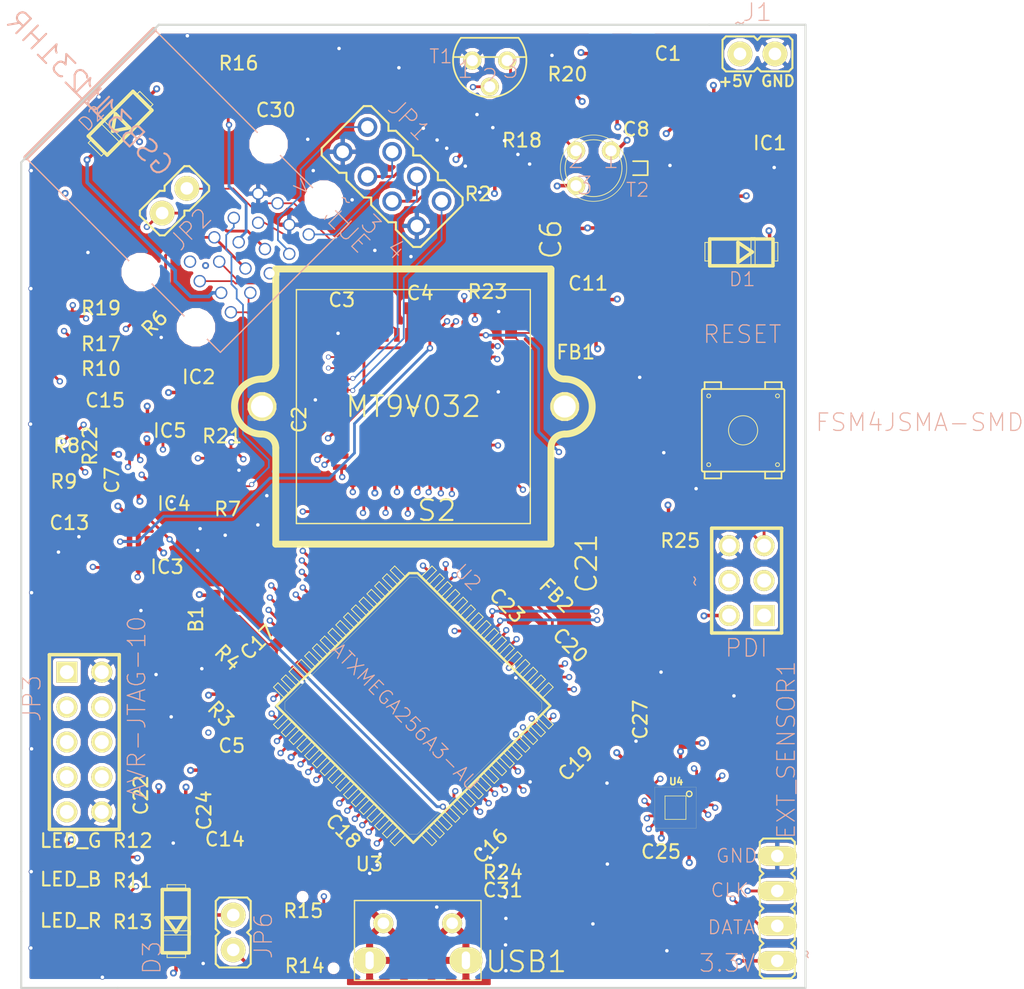
<source format=kicad_pcb>
(kicad_pcb (version 3) (host pcbnew "(2014-03-19 BZR 4756)-product")
  (layers (15 F.Cu power) (2 Inner2.Cu mixed) (1 Inner1.Cu mixed) (0 B.Cu power) (18 B.Paste user) (19 F.Paste user) (20 B.SilkS user) (21 F.SilkS user) (22 B.Mask user) (23 F.Mask user) (28 Edge.Cuts user))
  (net 0 "")
  (net 1 +2.5V)
  (net 2 +3.3V)
  (net 3 +5V)
  (net 4 GND)
  (net 5 N-0000016)
  (net 6 N-0000078)
  (net 7 N-0000079)
  (net 8 N-0000090)
  (net 9 N-0000091)
  (net 10 N-0000092)
  (net 11 "Net-(B1-Pad2)")
  (net 12 "Net-(C2-Pad1)")
  (net 13 "Net-(C10-Pad1)")
  (net 14 "Net-(C21-Pad1)")
  (net 15 "Net-(C28-Pad2)")
  (net 16 "Net-(C30-Pad1)")
  (net 17 "Net-(C31-Pad2)")
  (net 18 "Net-(D2-PadA)")
  (net 19 "Net-(D2-PadC)")
  (net 20 "Net-(D3-PadA)")
  (net 21 "Net-(EXT_SENSOR1-Pad2)")
  (net 22 "Net-(EXT_SENSOR1-Pad3)")
  (net 23 "Net-(IC3-Pad3)")
  (net 24 "Net-(IC3-Pad4)")
  (net 25 "Net-(IC3-Pad5)")
  (net 26 "Net-(IC4-Pad3)")
  (net 27 "Net-(IC4-Pad4)")
  (net 28 "Net-(IC4-Pad5)")
  (net 29 "Net-(IC5-Pad3)")
  (net 30 "Net-(IC5-Pad4)")
  (net 31 "Net-(IC5-Pad5)")
  (net 32 "Net-(JP1-Pad2)")
  (net 33 "Net-(JP1-Pad3)")
  (net 34 "Net-(JP1-Pad4)")
  (net 35 "Net-(JP1-Pad5)")
  (net 36 "Net-(JP1-Pad6)")
  (net 37 "Net-(JP1-Pad8)")
  (net 38 "Net-(JP2-Pad1)")
  (net 39 "Net-(JP2-Pad2)")
  (net 40 "Net-(JP3-Pad1)")
  (net 41 "Net-(JP3-Pad3)")
  (net 42 "Net-(JP3-Pad4)")
  (net 43 "Net-(JP3-Pad5)")
  (net 44 "Net-(JP3-Pad6)")
  (net 45 "Net-(JP3-Pad7)")
  (net 46 "Net-(JP3-Pad8)")
  (net 47 "Net-(JP3-Pad9)")
  (net 48 "Net-(JP6-Pad1)")
  (net 49 "Net-(L1-Pad2)")
  (net 50 "Net-(L2-Pad2)")
  (net 51 "Net-(L3-Pad2)")
  (net 52 "Net-(R3-Pad2)")
  (net 53 "Net-(R4-Pad2)")
  (net 54 "Net-(R5-Pad2)")
  (net 55 "Net-(R6-Pad1)")
  (net 56 "Net-(R7-Pad1)")
  (net 57 "Net-(R10-Pad1)")
  (net 58 "Net-(R10-Pad2)")
  (net 59 "Net-(R11-Pad1)")
  (net 60 "Net-(R12-Pad1)")
  (net 61 "Net-(R14-Pad2)")
  (net 62 "Net-(R18-Pad1)")
  (net 63 "Net-(R18-Pad2)")
  (net 64 "Net-(R23-Pad2)")
  (net 65 "Net-(S2-Pad3)")
  (net 66 "Net-(S2-Pad4)")
  (net 67 "Net-(S2-Pad5)")
  (net 68 "Net-(S2-Pad15)")
  (net 69 "Net-(S2-Pad16)")
  (net 70 "Net-(S2-Pad17)")
  (net 71 "Net-(S2-Pad18)")
  (net 72 "Net-(S2-Pad19)")
  (net 73 "Net-(S2-Pad20)")
  (net 74 "Net-(S2-Pad21)")
  (net 75 "Net-(S2-Pad22)")
  (net 76 "Net-(S2-Pad23)")
  (net 77 "Net-(S2-Pad26)")
  (net 78 "Net-(S2-Pad27)")
  (net 79 "Net-(S2-Pad28)")
  (net 80 "Net-(S2-Pad33)")
  (net 81 "Net-(S2-Pad36)")
  (net 82 "Net-(S2-Pad37)")
  (net 83 "Net-(S2-Pad41)")
  (net 84 "Net-(S2-Pad42)")
  (net 85 "Net-(S2-Pad43)")
  (net 86 "Net-(S2-Pad44)")
  (net 87 "Net-(S2-Pad45)")
  (net 88 "Net-(S2-Pad46)")
  (net 89 "Net-(U1-Pad16)")
  (net 90 "Net-(U2-Pad3)")
  (net 91 "Net-(U2-Pad4)")
  (net 92 "Net-(U2-Pad5)")
  (net 93 "Net-(U2-Pad32)")
  (net 94 "Net-(U2-Pad33)")
  (net 95 "Net-(U2-Pad38)")
  (net 96 "Net-(U2-Pad39)")
  (net 97 "Net-(U2-Pad40)")
  (net 98 "Net-(U2-Pad41)")
  (net 99 "Net-(U2-Pad42)")
  (net 100 "Net-(U2-Pad43)")
  (net 101 "Net-(PDIJTAG1-Pad1)")
  (net 102 "Net-(U2-Pad58)")
  (net 103 "Net-(U2-Pad59)")
  (net 104 "Net-(U3-Pad6)")
  (net 105 "Net-(U3-Pad3)")
  (net 106 "Net-(U4-Pad19)")
  (net 107 "Net-(USB1-Pad4)")
  (module ps-105017-001 (layer F.Cu) (at 148.82 149.45)
    (fp_text reference USB1 (at 7.88 -1.35) (layer F.SilkS) (effects (font (size 1.5 1.5))))
    (fp_text value USB_MOLEX-47346-0001 hide)
    (pad 4 smd rect (at 0.65 -4.15) (size 0.4 1.35) (layers F.Cu F.Paste F.Mask) (net 107 "Net-(USB1-Pad4)"))
    (pad 7 thru_hole oval (at 3.5 -1.45) (size 2.4 1.9) (drill oval 0.6 1.3) (layers *.Cu *.Mask F.SilkS) (net 17 "Net-(C31-Pad2)"))
    (pad 10 thru_hole oval (at -3.5 -1.45) (size 2.4 1.9) (drill oval 0.6 1.3) (layers *.Cu *.Mask F.SilkS) (net 17 "Net-(C31-Pad2)"))
    (pad 9 smd rect (at -1 -1.45) (size 1.5 1.9) (layers F.Cu F.Paste F.Mask) (net 17 "Net-(C31-Pad2)"))
    (pad 8 smd rect (at 1 -1.45) (size 1.5 1.9) (layers F.Cu F.Paste F.Mask) (net 17 "Net-(C31-Pad2)"))
    (pad 1 smd rect (at -1.3 -4.15) (size 0.4 1.35) (layers F.Cu F.Paste F.Mask) (net 48 "Net-(JP6-Pad1)"))
    (pad 2 smd rect (at -0.65 -4.15) (size 0.4 1.35) (layers F.Cu F.Paste F.Mask) (net 93 "Net-(U2-Pad32)"))
    (pad 3 smd rect (at 0 -4.15) (size 0.4 1.35) (layers F.Cu F.Paste F.Mask) (net 94 "Net-(U2-Pad33)"))
    (pad 5 smd rect (at 1.3 -4.15) (size 0.4 1.35) (layers F.Cu F.Paste F.Mask) (net 4 GND))
    (pad 11 thru_hole circle (at -2.5 -4.15) (size 1.45 1.45) (drill 0.85) (layers *.Cu *.Mask F.SilkS) (net 17 "Net-(C31-Pad2)"))
    (pad 6 thru_hole circle (at 2.5 -4.15) (size 1.45 1.45) (drill 0.85) (layers *.Cu *.Mask F.SilkS) (net 17 "Net-(C31-Pad2)"))
  )
  (module CMT821 (layer F.Cu) (at 148.5 107.75)
    (fp_text reference CMT1 hide)
    (fp_text value ~ (at 0 0) (layer F.SilkS) (effects (font (size 1.5 1.5))))
    (pad "" np_thru_hole circle (at -11 0) (size 1.6 1.6) (drill 1.6) (layers *.Cu *.Mask F.SilkS))
    (pad "" np_thru_hole circle (at 11 0) (size 1.6 1.6) (drill 1.6) (layers *.Cu *.Mask F.SilkS))
  )
  (module GSB311231HR (layer B.Cu) (at 125 85 315)
    (fp_text reference U1 (at 0 0 315) (layer B.SilkS) (effects (font (size 1.5 1.5)) (justify mirror)))
    (fp_text value GSB311231HR (at 0 0 315) (layer B.SilkS) (effects (font (size 1.5 1.5)) (justify mirror)))
    (pad 18 thru_hole circle (at 18.48 4 315) (size 0.9 0.9) (drill 0.7) (layers *.Cu *.Mask) (net 37 "Net-(JP1-Pad8)"))
    (pad 17 thru_hole circle (at 18.48 2 315) (size 0.9 0.9) (drill 0.7) (layers *.Cu *.Mask) (net 36 "Net-(JP1-Pad6)"))
    (pad 16 thru_hole circle (at 18.48 0 315) (size 0.9 0.9) (drill 0.7) (layers *.Cu *.Mask) (net 89 "Net-(U1-Pad16)"))
    (pad 15 thru_hole circle (at 18.48 -2 315) (size 0.9 0.9) (drill 0.7) (layers *.Cu *.Mask) (net 32 "Net-(JP1-Pad2)"))
    (pad 14 thru_hole circle (at 18.48 -4 315) (size 0.9 0.9) (drill 0.7) (layers *.Cu *.Mask) (net 34 "Net-(JP1-Pad4)"))
    (pad 13 thru_hole circle (at 16.98 -3.5 315) (size 0.9 0.9) (drill 0.7) (layers *.Cu *.Mask) (net 4 GND))
    (pad 12 thru_hole circle (at 16.98 -1 315) (size 0.9 0.9) (drill 0.7) (layers *.Cu *.Mask) (net 39 "Net-(JP2-Pad2)"))
    (pad 11 thru_hole circle (at 16.98 1 315) (size 0.9 0.9) (drill 0.7) (layers *.Cu *.Mask) (net 55 "Net-(R6-Pad1)"))
    (pad 10 thru_hole circle (at 16.98 3.5 315) (size 0.9 0.9) (drill 0.7) (layers *.Cu *.Mask) (net 19 "Net-(D2-PadC)"))
    (pad "" np_thru_hole circle (at 11.78 -6.57 315) (size 2.3 2.3) (drill 2.3) (layers *.Cu *.Mask))
    (pad "" np_thru_hole circle (at 11.78 6.57 315) (size 2.3 2.3) (drill 2.3) (layers *.Cu *.Mask))
    (pad "" np_thru_hole circle (at 17.46 6.57 315) (size 2.3 2.3) (drill 2.3) (layers *.Cu *.Mask))
    (pad "" np_thru_hole circle (at 17.46 -6.57 315) (size 2.3 2.3) (drill 2.3) (layers *.Cu *.Mask))
    (pad 1 thru_hole circle (at 13.78 3.5 315) (size 0.9 0.9) (drill 0.7) (layers *.Cu *.Mask) (net 3 +5V))
    (pad 2 thru_hole circle (at 13.78 1 315) (size 0.9 0.9) (drill 0.7) (layers *.Cu *.Mask) (net 55 "Net-(R6-Pad1)"))
    (pad 3 thru_hole circle (at 13.78 -1 315) (size 0.9 0.9) (drill 0.7) (layers *.Cu *.Mask) (net 56 "Net-(R7-Pad1)"))
    (pad 4 thru_hole circle (at 13.78 -3.5 315) (size 0.9 0.9) (drill 0.7) (layers *.Cu *.Mask) (net 4 GND))
    (pad 5 thru_hole circle (at 15.28 -4 315) (size 0.9 0.9) (drill 0.7) (layers *.Cu *.Mask) (net 38 "Net-(JP2-Pad1)"))
    (pad 6 thru_hole circle (at 15.28 -2 315) (size 0.9 0.9) (drill 0.7) (layers *.Cu *.Mask) (net 65 "Net-(S2-Pad3)"))
    (pad 7 thru_hole circle (at 15.28 0 315) (size 0.9 0.9) (drill 0.7) (layers *.Cu *.Mask) (net 16 "Net-(C30-Pad1)"))
    (pad 8 thru_hole circle (at 15.28 2 315) (size 0.9 0.9) (drill 0.7) (layers *.Cu *.Mask) (net 66 "Net-(S2-Pad4)"))
    (pad 9 thru_hole circle (at 15.28 4 315) (size 0.9 0.9) (drill 0.7) (layers *.Cu *.Mask) (net 67 "Net-(S2-Pad5)"))
  )
  (module SMD-0603 (layer F.Cu) (at 134.0485 122.2375 270)
    (fp_text reference B1 (at 0.9625 1.3485 270) (layer F.SilkS))
    (fp_text value 10uh hide)
    (pad 1 smd rect (at -0.775 0 270) (size 0.787 0.864) (layers F.Cu F.Paste F.Mask) (net 2 +3.3V))
    (pad 2 smd rect (at 0.775 0 270) (size 0.787 0.864) (layers F.Cu F.Paste F.Mask) (net 11 "Net-(B1-Pad2)"))
  )
  (module SMD-1206 (layer F.Cu) (at 163.6522 82.0928)
    (fp_text reference C1 (at 3.3478 0.0072) (layer F.SilkS))
    (fp_text value 22uF hide)
    (pad 1 smd rect (at -1.55 0) (size 1.6 1.9) (layers F.Cu F.Paste F.Mask) (net 3 +5V))
    (pad 2 smd rect (at 1.55 0) (size 1.6 1.9) (layers F.Cu F.Paste F.Mask) (net 4 GND))
  )
  (module SMD-0603 (layer F.Cu) (at 141.4 109.2 90)
    (fp_text reference C2 (at 0.5 -1.2 90) (layer F.SilkS))
    (fp_text value 100nF hide)
    (pad 1 smd rect (at -0.775 0 90) (size 0.787 0.864) (layers F.Cu F.Paste F.Mask) (net 12 "Net-(C2-Pad1)"))
    (pad 2 smd rect (at 0.775 0 90) (size 0.787 0.864) (layers F.Cu F.Paste F.Mask) (net 4 GND))
  )
  (module SMD-0603 (layer F.Cu) (at 143.075 101.05 180)
    (fp_text reference C3 (at -0.225 1.05 180) (layer F.SilkS))
    (fp_text value 100nF hide)
    (pad 1 smd rect (at -0.775 0 180) (size 0.787 0.864) (layers F.Cu F.Paste F.Mask) (net 12 "Net-(C2-Pad1)"))
    (pad 2 smd rect (at 0.775 0 180) (size 0.787 0.864) (layers F.Cu F.Paste F.Mask) (net 4 GND))
  )
  (module SMD-0603 (layer F.Cu) (at 149.025 100.6)
    (fp_text reference C4 (at -0.025 -1.1) (layer F.SilkS))
    (fp_text value 100nF hide)
    (pad 1 smd rect (at -0.775 0) (size 0.787 0.864) (layers F.Cu F.Paste F.Mask) (net 12 "Net-(C2-Pad1)"))
    (pad 2 smd rect (at 0.775 0) (size 0.787 0.864) (layers F.Cu F.Paste F.Mask) (net 4 GND))
  )
  (module SMD-1206 (layer F.Cu) (at 135.325 134.175)
    (fp_text reference C5 (at -0.025 -1.775) (layer F.SilkS))
    (fp_text value 22uF hide)
    (pad 1 smd rect (at -1.55 0) (size 1.6 1.9) (layers F.Cu F.Paste F.Mask) (net 2 +3.3V))
    (pad 2 smd rect (at 1.55 0) (size 1.6 1.9) (layers F.Cu F.Paste F.Mask) (net 4 GND))
  )
  (module SMD-0603 (layer F.Cu) (at 159.9946 95.5802 270)
    (fp_text reference C6 (at 0.0198 1.4946 270) (layer F.SilkS) (effects (font (size 1.5 1.5))))
    (fp_text value 1uF hide)
    (pad 1 smd rect (at -0.775 0 270) (size 0.787 0.864) (layers F.Cu F.Paste F.Mask) (net 2 +3.3V))
    (pad 2 smd rect (at 0.775 0 270) (size 0.787 0.864) (layers F.Cu F.Paste F.Mask) (net 4 GND))
  )
  (module SMD-0603 (layer F.Cu) (at 125.73 114.9858 270)
    (fp_text reference C7 (at -1.8858 -0.87 270) (layer F.SilkS))
    (fp_text value 1uF hide)
    (pad 1 smd rect (at -0.775 0 270) (size 0.787 0.864) (layers F.Cu F.Paste F.Mask) (net 1 +2.5V))
    (pad 2 smd rect (at 0.775 0 270) (size 0.787 0.864) (layers F.Cu F.Paste F.Mask) (net 4 GND))
  )
  (module SMD-0603 (layer F.Cu) (at 155.6 103.2 270)
    (fp_text reference C9 hide)
    (fp_text value 100nF hide)
    (pad 1 smd rect (at -0.775 0 270) (size 0.787 0.864) (layers F.Cu F.Paste F.Mask) (net 13 "Net-(C10-Pad1)"))
    (pad 2 smd rect (at 0.775 0 270) (size 0.787 0.864) (layers F.Cu F.Paste F.Mask) (net 4 GND))
  )
  (module SMD-0603 (layer F.Cu) (at 155.6 106.2 270)
    (fp_text reference C10 hide)
    (fp_text value 100nF hide)
    (pad 1 smd rect (at -0.775 0 270) (size 0.787 0.864) (layers F.Cu F.Paste F.Mask) (net 13 "Net-(C10-Pad1)"))
    (pad 2 smd rect (at 0.775 0 270) (size 0.787 0.864) (layers F.Cu F.Paste F.Mask) (net 4 GND))
  )
  (module SMD-0603 (layer F.Cu) (at 155.6 109 270)
    (fp_text reference C12 hide)
    (fp_text value 1uF hide)
    (pad 1 smd rect (at -0.775 0 270) (size 0.787 0.864) (layers F.Cu F.Paste F.Mask) (net 13 "Net-(C10-Pad1)"))
    (pad 2 smd rect (at 0.775 0 270) (size 0.787 0.864) (layers F.Cu F.Paste F.Mask) (net 4 GND))
  )
  (module SMD-0603 (layer F.Cu) (at 122.8344 114.935)
    (fp_text reference C13 (at 0.6656 1.265) (layer F.SilkS))
    (fp_text value 100nF hide)
    (pad 1 smd rect (at -0.775 0) (size 0.787 0.864) (layers F.Cu F.Paste F.Mask) (net 1 +2.5V))
    (pad 2 smd rect (at 0.775 0) (size 0.787 0.864) (layers F.Cu F.Paste F.Mask) (net 4 GND))
  )
  (module SMD-1206 (layer F.Cu) (at 138.625 138.975 180)
    (fp_text reference C14 (at 3.825 -0.225 180) (layer F.SilkS))
    (fp_text value 10uF hide)
    (pad 1 smd rect (at -1.55 0 180) (size 1.6 1.9) (layers F.Cu F.Paste F.Mask) (net 11 "Net-(B1-Pad2)"))
    (pad 2 smd rect (at 1.55 0 180) (size 1.6 1.9) (layers F.Cu F.Paste F.Mask) (net 4 GND))
  )
  (module SMD-0603 (layer F.Cu) (at 123.317 107.2388)
    (fp_text reference C15 (at 2.783 0.0612) (layer F.SilkS))
    (fp_text value 100nF hide)
    (pad 1 smd rect (at -0.775 0) (size 0.787 0.864) (layers F.Cu F.Paste F.Mask) (net 1 +2.5V))
    (pad 2 smd rect (at 0.775 0) (size 0.787 0.864) (layers F.Cu F.Paste F.Mask) (net 4 GND))
  )
  (module SMD-0603 (layer F.Cu) (at 152.6 139.35 225)
    (fp_text reference C16 (at -0.813173 -1.308148 225) (layer F.SilkS))
    (fp_text value 100nF hide)
    (pad 1 smd rect (at -0.775 0 225) (size 0.787 0.864) (layers F.Cu F.Paste F.Mask) (net 11 "Net-(B1-Pad2)"))
    (pad 2 smd rect (at 0.775 0 225) (size 0.787 0.864) (layers F.Cu F.Paste F.Mask) (net 4 GND))
  )
  (module SMD-0603 (layer F.Cu) (at 138 125.6 225)
    (fp_text reference C17 (at 0.070711 1.06066 225) (layer F.SilkS))
    (fp_text value 100nF hide)
    (pad 1 smd rect (at -0.775 0 225) (size 0.787 0.864) (layers F.Cu F.Paste F.Mask) (net 11 "Net-(B1-Pad2)"))
    (pad 2 smd rect (at 0.775 0 225) (size 0.787 0.864) (layers F.Cu F.Paste F.Mask) (net 4 GND))
  )
  (module SMD-0603 (layer F.Cu) (at 141.5 136.5 135)
    (fp_text reference C18 (at -2.828427 -0.141421 135) (layer F.SilkS))
    (fp_text value 100nF hide)
    (pad 1 smd rect (at -0.775 0 135) (size 0.787 0.864) (layers F.Cu F.Paste F.Mask) (net 11 "Net-(B1-Pad2)"))
    (pad 2 smd rect (at 0.775 0 135) (size 0.787 0.864) (layers F.Cu F.Paste F.Mask) (net 4 GND))
  )
  (module SMD-0603 (layer F.Cu) (at 158.25 133.975 225)
    (fp_text reference C19 (at -1.644023 -1.255115 225) (layer F.SilkS))
    (fp_text value 100nF hide)
    (pad 1 smd rect (at -0.775 0 225) (size 0.787 0.864) (layers F.Cu F.Paste F.Mask) (net 11 "Net-(B1-Pad2)"))
    (pad 2 smd rect (at 0.775 0 225) (size 0.787 0.864) (layers F.Cu F.Paste F.Mask) (net 4 GND))
  )
  (module SMD-0603 (layer F.Cu) (at 157.75 124.75 135)
    (fp_text reference C20 (at -1.767767 1.272792 135) (layer F.SilkS))
    (fp_text value 100nF hide)
    (pad 1 smd rect (at -0.775 0 135) (size 0.787 0.864) (layers F.Cu F.Paste F.Mask) (net 11 "Net-(B1-Pad2)"))
    (pad 2 smd rect (at 0.775 0 135) (size 0.787 0.864) (layers F.Cu F.Paste F.Mask) (net 4 GND))
  )
  (module SMD-1206 (layer F.Cu) (at 163.63 119.15 90)
    (fp_text reference C21 (at 0 -2.54 90) (layer F.SilkS) (effects (font (size 1.5 1.5))))
    (fp_text value 10uF hide)
    (pad 1 smd rect (at -1.55 0 90) (size 1.6 1.9) (layers F.Cu F.Paste F.Mask) (net 14 "Net-(C21-Pad1)"))
    (pad 2 smd rect (at 1.55 0 90) (size 1.6 1.9) (layers F.Cu F.Paste F.Mask) (net 4 GND))
  )
  (module SMD-0603 (layer F.Cu) (at 153.25 120.25 315)
    (fp_text reference C23 (at 2.828427 -0.070711 315) (layer F.SilkS))
    (fp_text value 100nF hide)
    (pad 1 smd rect (at -0.775 0 315) (size 0.787 0.864) (layers F.Cu F.Paste F.Mask) (net 14 "Net-(C21-Pad1)"))
    (pad 2 smd rect (at 0.775 0 315) (size 0.787 0.864) (layers F.Cu F.Paste F.Mask) (net 4 GND))
  )
  (module SMD-0603 (layer F.Cu) (at 135.82 86.26)
    (fp_text reference C30 (at 2.68 -0.06) (layer F.SilkS))
    (fp_text value 4.7nf hide)
    (pad 1 smd rect (at -0.775 0) (size 0.787 0.864) (layers F.Cu F.Paste F.Mask) (net 16 "Net-(C30-Pad1)"))
    (pad 2 smd rect (at 0.775 0) (size 0.787 0.864) (layers F.Cu F.Paste F.Mask) (net 4 GND))
  )
  (module sot-23-3 (layer F.Cu) (at 132.969 107.696 180)
    (fp_text reference IC2 (at 0.069 2.096 180) (layer F.SilkS))
    (fp_text value MCP1700T-2502E/TT hide)
    (pad 1 smd rect (at 0 -0.97 180) (size 0.764 0.8) (layers F.Cu F.Paste F.Mask) (net 4 GND))
    (pad 2 smd rect (at -0.96 0.97 180) (size 0.764 0.8) (layers F.Cu F.Paste F.Mask) (net 1 +2.5V))
    (pad 3 smd rect (at 0.96 0.97 180) (size 0.764 0.8) (layers F.Cu F.Paste F.Mask) (net 2 +3.3V))
  )
  (module SMD-0603 (layer F.Cu) (at 122.8852 111.9886 180)
    (fp_text reference R9 (at -0.2148 -1.2114 180) (layer F.SilkS))
    (fp_text value 10K hide)
    (pad 1 smd rect (at -0.775 0 180) (size 0.787 0.864) (layers F.Cu F.Paste F.Mask) (net 27 "Net-(IC4-Pad4)"))
    (pad 2 smd rect (at 0.775 0 180) (size 0.787 0.864) (layers F.Cu F.Paste F.Mask) (net 1 +2.5V))
  )
  (module SMD-0603 (layer F.Cu) (at 122.99 105 180)
    (fp_text reference R10 (at -2.81 0 180) (layer F.SilkS))
    (fp_text value 2.2K hide)
    (pad 1 smd rect (at -0.775 0 180) (size 0.787 0.864) (layers F.Cu F.Paste F.Mask) (net 57 "Net-(R10-Pad1)"))
    (pad 2 smd rect (at 0.775 0 180) (size 0.787 0.864) (layers F.Cu F.Paste F.Mask) (net 58 "Net-(R10-Pad2)"))
  )
  (module SMD-0603 (layer F.Cu) (at 126.724 146.3046 180)
    (fp_text reference R13 (at -1.376 1.1046 180) (layer F.SilkS))
    (fp_text value 1K hide)
    (pad 1 smd rect (at -0.775 0 180) (size 0.787 0.864) (layers F.Cu F.Paste F.Mask) (net 4 GND))
    (pad 2 smd rect (at 0.775 0 180) (size 0.787 0.864) (layers F.Cu F.Paste F.Mask) (net 51 "Net-(L3-Pad2)"))
  )
  (module SMD-0603 (layer F.Cu) (at 140.29 146.26 90)
    (fp_text reference R14 (at -2.14 0.31 180) (layer F.SilkS))
    (fp_text value 150R hide)
    (pad 1 smd rect (at -0.775 0 90) (size 0.787 0.864) (layers F.Cu F.Paste F.Mask) (net 4 GND))
    (pad 2 smd rect (at 0.775 0 90) (size 0.787 0.864) (layers F.Cu F.Paste F.Mask) (net 61 "Net-(R14-Pad2)"))
  )
  (module SMD-0603 (layer F.Cu) (at 135.83 84.05)
    (fp_text reference R16 (at -0.03 -1.25) (layer F.SilkS))
    (fp_text value 1M hide)
    (pad 1 smd rect (at -0.775 0) (size 0.787 0.864) (layers F.Cu F.Paste F.Mask) (net 16 "Net-(C30-Pad1)"))
    (pad 2 smd rect (at 0.775 0) (size 0.787 0.864) (layers F.Cu F.Paste F.Mask) (net 4 GND))
  )
  (module SMD-0603 (layer F.Cu) (at 123.1 103.21)
    (fp_text reference R17 (at 2.7 -0.01) (layer F.SilkS))
    (fp_text value 22K hide)
    (pad 1 smd rect (at -0.775 0) (size 0.787 0.864) (layers F.Cu F.Paste F.Mask) (net 4 GND))
    (pad 2 smd rect (at 0.775 0) (size 0.787 0.864) (layers F.Cu F.Paste F.Mask) (net 57 "Net-(R10-Pad1)"))
  )
  (module SMD-0603 (layer F.Cu) (at 122.94 101.2)
    (fp_text reference R19 (at 2.86 -0.6) (layer F.SilkS))
    (fp_text value 100K hide)
    (pad 1 smd rect (at -0.775 0) (size 0.787 0.864) (layers F.Cu F.Paste F.Mask) (net 4 GND))
    (pad 2 smd rect (at 0.775 0) (size 0.787 0.864) (layers F.Cu F.Paste F.Mask) (net 39 "Net-(JP2-Pad2)"))
  )
  (module SMD-0603 (layer F.Cu) (at 159.6898 85.5218 270)
    (fp_text reference R20 (at -1.9218 -0.0102 360) (layer F.SilkS))
    (fp_text value 10k hide)
    (pad 1 smd rect (at -0.775 0 270) (size 0.787 0.864) (layers F.Cu F.Paste F.Mask) (net 3 +5V))
    (pad 2 smd rect (at 0.775 0 270) (size 0.787 0.864) (layers F.Cu F.Paste F.Mask) (net 63 "Net-(R18-Pad2)"))
  )
  (module SMD-0603 (layer F.Cu) (at 134.47 111.18 180)
    (fp_text reference R21 (at -0.13 1.28 180) (layer F.SilkS))
    (fp_text value 100R hide)
    (pad 1 smd rect (at -0.775 0 180) (size 0.787 0.864) (layers F.Cu F.Paste F.Mask) (net 39 "Net-(JP2-Pad2)"))
    (pad 2 smd rect (at 0.775 0 180) (size 0.787 0.864) (layers F.Cu F.Paste F.Mask) (net 30 "Net-(IC5-Pad4)"))
  )
  (module SMD-0603 (layer F.Cu) (at 164.084 86.2584)
    (fp_text reference C8 (at 0.616 1.3416) (layer F.SilkS))
    (fp_text value 100nF hide)
    (pad 1 smd rect (at -0.775 0) (size 0.787 0.864) (layers F.Cu F.Paste F.Mask) (net 3 +5V))
    (pad 2 smd rect (at 0.775 0) (size 0.787 0.864) (layers F.Cu F.Paste F.Mask) (net 4 GND))
  )
  (module SMD-0603 (layer F.Cu) (at 161.0106 99.9744 180)
    (fp_text reference C11 (at -0.1894 1.1744 180) (layer F.SilkS))
    (fp_text value 100nF hide)
    (pad 1 smd rect (at -0.775 0 180) (size 0.787 0.864) (layers F.Cu F.Paste F.Mask) (net 2 +3.3V))
    (pad 2 smd rect (at 0.775 0 180) (size 0.787 0.864) (layers F.Cu F.Paste F.Mask) (net 4 GND))
  )
  (module SMD-0603 (layer F.Cu) (at 129.9878 137.2022 270)
    (fp_text reference C22 (at -1.2022 1.2878 270) (layer F.SilkS))
    (fp_text value 100nF hide)
    (pad 1 smd rect (at -0.775 0 270) (size 0.787 0.864) (layers F.Cu F.Paste F.Mask) (net 2 +3.3V))
    (pad 2 smd rect (at 0.775 0 270) (size 0.787 0.864) (layers F.Cu F.Paste F.Mask) (net 4 GND))
  )
  (module SMD-0603 (layer F.Cu) (at 131.9578 137.2122 270)
    (fp_text reference C24 (at -0.1122 -1.3422 270) (layer F.SilkS))
    (fp_text value 100nF hide)
    (pad 1 smd rect (at -0.775 0 270) (size 0.787 0.864) (layers F.Cu F.Paste F.Mask) (net 2 +3.3V))
    (pad 2 smd rect (at 0.775 0 270) (size 0.787 0.864) (layers F.Cu F.Paste F.Mask) (net 4 GND))
  )
  (module SMD-0603 (layer F.Cu) (at 169.3164 139.5476)
    (fp_text reference C25 (at -2.8164 0.5524) (layer F.SilkS))
    (fp_text value 100nF hide)
    (pad 1 smd rect (at -0.775 0) (size 0.787 0.864) (layers F.Cu F.Paste F.Mask) (net 2 +3.3V))
    (pad 2 smd rect (at 0.775 0) (size 0.787 0.864) (layers F.Cu F.Paste F.Mask) (net 4 GND))
  )
  (module SMD-0603 (layer F.Cu) (at 167.4 132.2 180)
    (fp_text reference C26 hide)
    (fp_text value .1uf hide)
    (pad 1 smd rect (at -0.775 0 180) (size 0.787 0.864) (layers F.Cu F.Paste F.Mask) (net 2 +3.3V))
    (pad 2 smd rect (at 0.775 0 180) (size 0.787 0.864) (layers F.Cu F.Paste F.Mask) (net 4 GND))
  )
  (module SMD-0603 (layer F.Cu) (at 165.0746 134.0866 90)
    (fp_text reference C27 (at 3.5866 -0.0746 90) (layer F.SilkS))
    (fp_text value 10nf hide)
    (pad 1 smd rect (at -0.775 0 90) (size 0.787 0.864) (layers F.Cu F.Paste F.Mask) (net 2 +3.3V))
    (pad 2 smd rect (at 0.775 0 90) (size 0.787 0.864) (layers F.Cu F.Paste F.Mask) (net 4 GND))
  )
  (module SMD-0603 (layer F.Cu) (at 163.65 136.3 270)
    (fp_text reference C28 hide)
    (fp_text value .1uf hide)
    (pad 1 smd rect (at -0.775 0 270) (size 0.787 0.864) (layers F.Cu F.Paste F.Mask) (net 4 GND))
    (pad 2 smd rect (at 0.775 0 270) (size 0.787 0.864) (layers F.Cu F.Paste F.Mask) (net 15 "Net-(C28-Pad2)"))
  )
  (module SMD-0603 (layer F.Cu) (at 152.24 142.79 180)
    (fp_text reference C31 (at -2.76 -0.11 180) (layer F.SilkS))
    (fp_text value 4.7nf hide)
    (pad 1 smd rect (at -0.775 0 180) (size 0.787 0.864) (layers F.Cu F.Paste F.Mask) (net 4 GND))
    (pad 2 smd rect (at 0.775 0 180) (size 0.787 0.864) (layers F.Cu F.Paste F.Mask) (net 17 "Net-(C31-Pad2)"))
  )
  (module SMD-0603 (layer F.Cu) (at 161 102.4)
    (fp_text reference FB1 (at -0.7 1.4) (layer F.SilkS))
    (fp_text value FERRITE hide)
    (pad 1 smd rect (at -0.775 0) (size 0.787 0.864) (layers F.Cu F.Paste F.Mask) (net 13 "Net-(C10-Pad1)"))
    (pad 2 smd rect (at 0.775 0) (size 0.787 0.864) (layers F.Cu F.Paste F.Mask) (net 2 +3.3V))
  )
  (module SMD-0603 (layer F.Cu) (at 157.05 121.25 135)
    (fp_text reference FB2 (at -1.484924 1.131371 135) (layer F.SilkS))
    (fp_text value FERRITE hide)
    (pad 1 smd rect (at -0.775 0 135) (size 0.787 0.864) (layers F.Cu F.Paste F.Mask) (net 11 "Net-(B1-Pad2)"))
    (pad 2 smd rect (at 0.775 0 135) (size 0.787 0.864) (layers F.Cu F.Paste F.Mask) (net 14 "Net-(C21-Pad1)"))
  )
  (module sc70-6 (layer F.Cu) (at 128.524 118.491 180)
    (fp_text reference IC3 (at -2.076 -0.909 180) (layer F.SilkS))
    (fp_text value SN74LVC1T45DCKR hide)
    (pad 1 smd rect (at -0.65 0.95 180) (size 0.4 0.75) (layers F.Cu F.Paste F.Mask) (net 2 +3.3V))
    (pad 2 smd rect (at 0 0.95 180) (size 0.4 0.75) (layers F.Cu F.Paste F.Mask) (net 4 GND))
    (pad 3 smd rect (at 0.65 0.95 180) (size 0.4 0.75) (layers F.Cu F.Paste F.Mask) (net 23 "Net-(IC3-Pad3)"))
    (pad 4 smd rect (at 0.65 -0.95 180) (size 0.4 0.75) (layers F.Cu F.Paste F.Mask) (net 24 "Net-(IC3-Pad4)"))
    (pad 5 smd rect (at 0 -0.95 180) (size 0.4 0.75) (layers F.Cu F.Paste F.Mask) (net 25 "Net-(IC3-Pad5)"))
    (pad 6 smd rect (at -0.65 -0.95 180) (size 0.4 0.75) (layers F.Cu F.Paste F.Mask) (net 1 +2.5V))
  )
  (module sc70-6 (layer F.Cu) (at 128.524 114.7826)
    (fp_text reference IC4 (at 2.576 0.0174) (layer F.SilkS))
    (fp_text value SN74LVC1T45DCKR hide)
    (pad 1 smd rect (at -0.65 0.95) (size 0.4 0.75) (layers F.Cu F.Paste F.Mask) (net 2 +3.3V))
    (pad 2 smd rect (at 0 0.95) (size 0.4 0.75) (layers F.Cu F.Paste F.Mask) (net 4 GND))
    (pad 3 smd rect (at 0.65 0.95) (size 0.4 0.75) (layers F.Cu F.Paste F.Mask) (net 26 "Net-(IC4-Pad3)"))
    (pad 4 smd rect (at 0.65 -0.95) (size 0.4 0.75) (layers F.Cu F.Paste F.Mask) (net 27 "Net-(IC4-Pad4)"))
    (pad 5 smd rect (at 0 -0.95) (size 0.4 0.75) (layers F.Cu F.Paste F.Mask) (net 28 "Net-(IC4-Pad5)"))
    (pad 6 smd rect (at -0.65 -0.95) (size 0.4 0.75) (layers F.Cu F.Paste F.Mask) (net 1 +2.5V))
  )
  (module sc70-6 (layer F.Cu) (at 128.524 109.728 180)
    (fp_text reference IC5 (at -2.276 0.228 180) (layer F.SilkS))
    (fp_text value SN74LVC1T45DCKR hide)
    (pad 1 smd rect (at -0.65 0.95 180) (size 0.4 0.75) (layers F.Cu F.Paste F.Mask) (net 2 +3.3V))
    (pad 2 smd rect (at 0 0.95 180) (size 0.4 0.75) (layers F.Cu F.Paste F.Mask) (net 4 GND))
    (pad 3 smd rect (at 0.65 0.95 180) (size 0.4 0.75) (layers F.Cu F.Paste F.Mask) (net 29 "Net-(IC5-Pad3)"))
    (pad 4 smd rect (at 0.65 -0.95 180) (size 0.4 0.75) (layers F.Cu F.Paste F.Mask) (net 30 "Net-(IC5-Pad4)"))
    (pad 5 smd rect (at 0 -0.95 180) (size 0.4 0.75) (layers F.Cu F.Paste F.Mask) (net 31 "Net-(IC5-Pad5)"))
    (pad 6 smd rect (at -0.65 -0.95 180) (size 0.4 0.75) (layers F.Cu F.Paste F.Mask) (net 1 +2.5V))
  )
  (module SMD-0603 (layer F.Cu) (at 123.604 143.3646)
    (fp_text reference L1 hide)
    (fp_text value LED_B (at -0.004 -1.2646) (layer F.SilkS))
    (pad 1 smd rect (at -0.775 0) (size 0.787 0.864) (layers F.Cu F.Paste F.Mask) (net 2 +3.3V))
    (pad 2 smd rect (at 0.775 0) (size 0.787 0.864) (layers F.Cu F.Paste F.Mask) (net 49 "Net-(L1-Pad2)"))
  )
  (module SMD-0603 (layer F.Cu) (at 123.644 140.4846)
    (fp_text reference L2 hide)
    (fp_text value LED_G (at -0.044 -1.1846) (layer F.SilkS))
    (pad 1 smd rect (at -0.775 0) (size 0.787 0.864) (layers F.Cu F.Paste F.Mask) (net 2 +3.3V))
    (pad 2 smd rect (at 0.775 0) (size 0.787 0.864) (layers F.Cu F.Paste F.Mask) (net 50 "Net-(L2-Pad2)"))
  )
  (module SMD-0603 (layer F.Cu) (at 123.604 146.3046)
    (fp_text reference L3 hide)
    (fp_text value LED_R (at -0.004 -1.2046) (layer F.SilkS))
    (pad 1 smd rect (at -0.775 0) (size 0.787 0.864) (layers F.Cu F.Paste F.Mask) (net 2 +3.3V))
    (pad 2 smd rect (at 0.775 0) (size 0.787 0.864) (layers F.Cu F.Paste F.Mask) (net 51 "Net-(L3-Pad2)"))
  )
  (module atmel-AVR-ISP-6 (layer F.Cu) (at 172.72 120.396 90)
    (fp_text reference PDI (at -4.904 -0.02 180) (layer B.SilkS) (effects (font (size 1.27 1.27) (thickness 0.0889))))
    (fp_text value ~ (at 0 -3.81 90) (layer B.SilkS) (effects (font (size 1.27 1.27) (thickness 0.0889))))
    (pad 1 thru_hole rect (at -2.54 1.27 90) (size 1.524 1.524) (drill 1.016) (layers *.Cu F.Paste F.SilkS F.Mask) (net 5 N-0000016))
    (pad 2 thru_hole circle (at -2.54 -1.27 90) (size 1.524 3.048) (drill 1.016) (layers *.Cu F.Paste F.SilkS F.Mask) (net 2 +3.3V))
    (pad 3 thru_hole circle (at 0 1.27 90) (size 1.524 3.048) (drill 1.016) (layers *.Cu F.Paste F.SilkS F.Mask) (net 7 N-0000079))
    (pad 4 thru_hole circle (at 0 -1.27 90) (size 1.524 3.048) (drill 1.016) (layers *.Cu F.Paste F.SilkS F.Mask) (net 6 N-0000078))
    (pad 5 thru_hole circle (at 2.54 1.27 90) (size 1.524 3.048) (drill 1.016) (layers *.Cu F.Paste F.SilkS F.Mask) (net 8 N-0000090))
    (pad 6 thru_hole circle (at 2.54 -1.27 90) (size 1.524 3.048) (drill 1.016) (layers *.Cu F.Paste F.SilkS F.Mask) (net 4 GND))
  )
  (module SMD-0603 (layer F.Cu) (at 151.13 88.7476 180)
    (fp_text reference R1 hide)
    (fp_text value 1K hide)
    (pad 1 smd rect (at -0.775 0 180) (size 0.787 0.864) (layers F.Cu F.Paste F.Mask) (net 2 +3.3V))
    (pad 2 smd rect (at 0.775 0 180) (size 0.787 0.864) (layers F.Cu F.Paste F.Mask) (net 33 "Net-(JP1-Pad3)"))
  )
  (module SMD-0603 (layer F.Cu) (at 153.6446 90.9828 180)
    (fp_text reference R2 (at 0.4446 -1.3172 180) (layer F.SilkS))
    (fp_text value 1K hide)
    (pad 1 smd rect (at -0.775 0 180) (size 0.787 0.864) (layers F.Cu F.Paste F.Mask) (net 2 +3.3V))
    (pad 2 smd rect (at 0.775 0 180) (size 0.787 0.864) (layers F.Cu F.Paste F.Mask) (net 35 "Net-(JP1-Pad5)"))
  )
  (module SMD-0603 (layer F.Cu) (at 135.4 129.2 315)
    (fp_text reference R3 (at 0 1.272792 315) (layer F.SilkS))
    (fp_text value 1K hide)
    (pad 1 smd rect (at -0.775 0 315) (size 0.787 0.864) (layers F.Cu F.Paste F.Mask) (net 2 +3.3V))
    (pad 2 smd rect (at 0.775 0 315) (size 0.787 0.864) (layers F.Cu F.Paste F.Mask) (net 52 "Net-(R3-Pad2)"))
  )
  (module SMD-0603 (layer F.Cu) (at 136.8 127.8 315)
    (fp_text reference R4 (at -2.545584 0 315) (layer F.SilkS))
    (fp_text value 1K hide)
    (pad 1 smd rect (at -0.775 0 315) (size 0.787 0.864) (layers F.Cu F.Paste F.Mask) (net 2 +3.3V))
    (pad 2 smd rect (at 0.775 0 315) (size 0.787 0.864) (layers F.Cu F.Paste F.Mask) (net 53 "Net-(R4-Pad2)"))
  )
  (module SMD-0603 (layer F.Cu) (at 155.6 112 270)
    (fp_text reference R5 hide)
    (fp_text value 1K hide)
    (pad 1 smd rect (at -0.775 0 270) (size 0.787 0.864) (layers F.Cu F.Paste F.Mask) (net 4 GND))
    (pad 2 smd rect (at 0.775 0 270) (size 0.787 0.864) (layers F.Cu F.Paste F.Mask) (net 54 "Net-(R5-Pad2)"))
  )
  (module SMD-0603 (layer F.Cu) (at 128.71 100.79 225)
    (fp_text reference R6 (at -0.056569 -1.343503 225) (layer F.SilkS))
    (fp_text value 0R hide)
    (pad 1 smd rect (at -0.775 0 225) (size 0.787 0.864) (layers F.Cu F.Paste F.Mask) (net 55 "Net-(R6-Pad1)"))
    (pad 2 smd rect (at 0.775 0 225) (size 0.787 0.864) (layers F.Cu F.Paste F.Mask) (net 24 "Net-(IC3-Pad4)"))
  )
  (module SMD-0603 (layer F.Cu) (at 134.9375 113.538 180)
    (fp_text reference R7 (at -0.0625 -1.662 180) (layer F.SilkS))
    (fp_text value 100R hide)
    (pad 1 smd rect (at -0.775 0 180) (size 0.787 0.864) (layers F.Cu F.Paste F.Mask) (net 56 "Net-(R7-Pad1)"))
    (pad 2 smd rect (at 0.775 0 180) (size 0.787 0.864) (layers F.Cu F.Paste F.Mask) (net 27 "Net-(IC4-Pad4)"))
  )
  (module SMD-0603 (layer F.Cu) (at 122.8344 109.4486 180)
    (fp_text reference R8 (at -0.4656 -1.1514 180) (layer F.SilkS))
    (fp_text value 10K hide)
    (pad 1 smd rect (at -0.775 0 180) (size 0.787 0.864) (layers F.Cu F.Paste F.Mask) (net 24 "Net-(IC3-Pad4)"))
    (pad 2 smd rect (at 0.775 0 180) (size 0.787 0.864) (layers F.Cu F.Paste F.Mask) (net 1 +2.5V))
  )
  (module SMD-0603 (layer F.Cu) (at 126.824 143.3646 180)
    (fp_text reference R11 (at -1.276 1.1646 180) (layer F.SilkS))
    (fp_text value 1K hide)
    (pad 1 smd rect (at -0.775 0 180) (size 0.787 0.864) (layers F.Cu F.Paste F.Mask) (net 59 "Net-(R11-Pad1)"))
    (pad 2 smd rect (at 0.775 0 180) (size 0.787 0.864) (layers F.Cu F.Paste F.Mask) (net 49 "Net-(L1-Pad2)"))
  )
  (module SMD-0603 (layer F.Cu) (at 126.814 140.4946 180)
    (fp_text reference R12 (at -1.286 1.1946 180) (layer F.SilkS))
    (fp_text value 1K hide)
    (pad 1 smd rect (at -0.775 0 180) (size 0.787 0.864) (layers F.Cu F.Paste F.Mask) (net 60 "Net-(R12-Pad1)"))
    (pad 2 smd rect (at 0.775 0 180) (size 0.787 0.864) (layers F.Cu F.Paste F.Mask) (net 50 "Net-(L2-Pad2)"))
  )
  (module SMD-0603 (layer F.Cu) (at 141.99 146.26 90)
    (fp_text reference R15 (at 1.86 -1.49 180) (layer F.SilkS))
    (fp_text value 100R hide)
    (pad 1 smd rect (at -0.775 0 90) (size 0.787 0.864) (layers F.Cu F.Paste F.Mask) (net 48 "Net-(JP6-Pad1)"))
    (pad 2 smd rect (at 0.775 0 90) (size 0.787 0.864) (layers F.Cu F.Paste F.Mask) (net 61 "Net-(R14-Pad2)"))
  )
  (module SMD-0603 (layer F.Cu) (at 156.337 87.1728)
    (fp_text reference R18 (at 0.063 1.2272) (layer F.SilkS))
    (fp_text value 1K hide)
    (pad 1 smd rect (at -0.775 0) (size 0.787 0.864) (layers F.Cu F.Paste F.Mask) (net 62 "Net-(R18-Pad1)"))
    (pad 2 smd rect (at 0.775 0) (size 0.787 0.864) (layers F.Cu F.Paste F.Mask) (net 63 "Net-(R18-Pad2)"))
  )
  (module SMD-0603 (layer F.Cu) (at 125.984 110.4138 270)
    (fp_text reference R22 (at 0.1862 0.984 270) (layer F.SilkS))
    (fp_text value 10K hide)
    (pad 1 smd rect (at -0.775 0 270) (size 0.787 0.864) (layers F.Cu F.Paste F.Mask) (net 30 "Net-(IC5-Pad4)"))
    (pad 2 smd rect (at 0.775 0 270) (size 0.787 0.864) (layers F.Cu F.Paste F.Mask) (net 1 +2.5V))
  )
  (module SMD-0603 (layer F.Cu) (at 152.2 100.6)
    (fp_text reference R23 (at 1.7 -1.2) (layer F.SilkS))
    (fp_text value 1K hide)
    (pad 1 smd rect (at -0.775 0) (size 0.787 0.864) (layers F.Cu F.Paste F.Mask) (net 23 "Net-(IC3-Pad3)"))
    (pad 2 smd rect (at 0.775 0) (size 0.787 0.864) (layers F.Cu F.Paste F.Mask) (net 64 "Net-(R23-Pad2)"))
  )
  (module SMD-0603 (layer F.Cu) (at 152.26 141.56)
    (fp_text reference R24 (at 2.74 0.04) (layer F.SilkS))
    (fp_text value 1M hide)
    (pad 1 smd rect (at -0.775 0) (size 0.787 0.864) (layers F.Cu F.Paste F.Mask) (net 17 "Net-(C31-Pad2)"))
    (pad 2 smd rect (at 0.775 0) (size 0.787 0.864) (layers F.Cu F.Paste F.Mask) (net 4 GND))
  )
  (module SMD-0603 (layer F.Cu) (at 167.8178 116.2304 180)
    (fp_text reference R25 (at -0.0822 -1.2696 180) (layer F.SilkS))
    (fp_text value 10k hide)
    (pad 1 smd rect (at -0.775 0 180) (size 0.787 0.864) (layers F.Cu F.Paste F.Mask) (net 44 "Net-(JP3-Pad6)"))
    (pad 2 smd rect (at 0.775 0 180) (size 0.787 0.864) (layers F.Cu F.Paste F.Mask) (net 2 +3.3V))
  )
  (module mt9v032 (layer F.Cu) (at 148.5 107.75)
    (fp_text reference S2 (at 1.7 7.55) (layer F.SilkS) (effects (font (size 1.5 1.5))))
    (fp_text value MT9V032 (at 0 0) (layer F.SilkS) (effects (font (size 1.5 1.5))))
    (pad 1 smd rect (at -0.4 -4.715) (size 0.4 2) (layers F.Cu F.Paste F.Mask) (net 12 "Net-(C2-Pad1)"))
    (pad 2 smd rect (at -1.2 -5.215) (size 0.4 1) (layers F.Cu F.Paste F.Mask) (net 38 "Net-(JP2-Pad1)"))
    (pad 3 smd rect (at -2 -5.215) (size 0.4 1) (layers F.Cu F.Paste F.Mask) (net 65 "Net-(S2-Pad3)"))
    (pad 4 smd rect (at -2.8 -5.215) (size 0.4 1) (layers F.Cu F.Paste F.Mask) (net 66 "Net-(S2-Pad4)"))
    (pad 5 smd rect (at -3.6 -5.215) (size 0.4 1) (layers F.Cu F.Paste F.Mask) (net 67 "Net-(S2-Pad5)"))
    (pad 6 smd rect (at -4.4 -5.345) (size 0.4 1) (layers F.Cu F.Paste F.Mask) (net 12 "Net-(C2-Pad1)"))
    (pad 7 smd rect (at -5.345 -4.4 90) (size 0.4 1) (layers F.Cu F.Paste F.Mask) (net 4 GND))
    (pad 8 smd rect (at -5.215 -3.6 90) (size 0.4 1) (layers F.Cu F.Paste F.Mask) (net 34 "Net-(JP1-Pad4)"))
    (pad 9 smd rect (at -5.215 -2.8 90) (size 0.4 1) (layers F.Cu F.Paste F.Mask) (net 32 "Net-(JP1-Pad2)"))
    (pad 10 smd rect (at -5.215 -2 90) (size 0.4 1) (layers F.Cu F.Paste F.Mask) (net 36 "Net-(JP1-Pad6)"))
    (pad 11 smd rect (at -5.215 -1.2 90) (size 0.4 1) (layers F.Cu F.Paste F.Mask) (net 37 "Net-(JP1-Pad8)"))
    (pad 12 smd rect (at -5.215 -0.4 90) (size 0.4 1) (layers F.Cu F.Paste F.Mask) (net 4 GND))
    (pad 13 smd rect (at -5.215 0.4 90) (size 0.4 1) (layers F.Cu F.Paste F.Mask) (net 4 GND))
    (pad 14 smd rect (at -5.215 1.2 90) (size 0.4 1) (layers F.Cu F.Paste F.Mask) (net 12 "Net-(C2-Pad1)"))
    (pad 15 smd rect (at -5.215 2 90) (size 0.4 1) (layers F.Cu F.Paste F.Mask) (net 68 "Net-(S2-Pad15)"))
    (pad 16 smd rect (at -5.215 2.8 90) (size 0.4 1) (layers F.Cu F.Paste F.Mask) (net 69 "Net-(S2-Pad16)"))
    (pad 17 smd rect (at -5.215 3.6 90) (size 0.4 1) (layers F.Cu F.Paste F.Mask) (net 70 "Net-(S2-Pad17)"))
    (pad 18 smd rect (at -5.345 4.4 90) (size 0.4 1) (layers F.Cu F.Paste F.Mask) (net 71 "Net-(S2-Pad18)"))
    (pad 19 smd rect (at -4.4 5.345) (size 0.4 1) (layers F.Cu F.Paste F.Mask) (net 72 "Net-(S2-Pad19)"))
    (pad 20 smd rect (at -3.6 5.215) (size 0.4 1) (layers F.Cu F.Paste F.Mask) (net 73 "Net-(S2-Pad20)"))
    (pad 21 smd rect (at -2.8 5.215) (size 0.4 1) (layers F.Cu F.Paste F.Mask) (net 74 "Net-(S2-Pad21)"))
    (pad 22 smd rect (at -2 5.215) (size 0.4 1) (layers F.Cu F.Paste F.Mask) (net 75 "Net-(S2-Pad22)"))
    (pad 23 smd rect (at -1.2 5.215) (size 0.4 1) (layers F.Cu F.Paste F.Mask) (net 76 "Net-(S2-Pad23)"))
    (pad 24 smd rect (at -0.4 5.215) (size 0.4 1) (layers F.Cu F.Paste F.Mask) (net 53 "Net-(R4-Pad2)"))
    (pad 25 smd rect (at 0.4 5.215) (size 0.4 1) (layers F.Cu F.Paste F.Mask) (net 52 "Net-(R3-Pad2)"))
    (pad 26 smd rect (at 1.2 5.215) (size 0.4 1) (layers F.Cu F.Paste F.Mask) (net 77 "Net-(S2-Pad26)"))
    (pad 27 smd rect (at 2 5.215) (size 0.4 1) (layers F.Cu F.Paste F.Mask) (net 78 "Net-(S2-Pad27)"))
    (pad 28 smd rect (at 2.8 5.215) (size 0.4 1) (layers F.Cu F.Paste F.Mask) (net 79 "Net-(S2-Pad28)"))
    (pad 29 smd rect (at 3.6 5.215) (size 0.4 1) (layers F.Cu F.Paste F.Mask) (net 4 GND))
    (pad 30 smd rect (at 4.4 5.215) (size 0.4 1) (layers F.Cu F.Paste F.Mask) (net 4 GND))
    (pad 31 smd rect (at 5.215 4.4 90) (size 0.4 1) (layers F.Cu F.Paste F.Mask) (net 4 GND))
    (pad 32 smd rect (at 5.215 3.6 90) (size 0.4 1) (layers F.Cu F.Paste F.Mask) (net 54 "Net-(R5-Pad2)"))
    (pad 33 smd rect (at 5.215 2.8 90) (size 0.4 1) (layers F.Cu F.Paste F.Mask) (net 80 "Net-(S2-Pad33)"))
    (pad 34 smd rect (at 5.215 2 90) (size 0.4 1) (layers F.Cu F.Paste F.Mask) (net 4 GND))
    (pad 35 smd rect (at 5.215 1.2 90) (size 0.4 1) (layers F.Cu F.Paste F.Mask) (net 13 "Net-(C10-Pad1)"))
    (pad 36 smd rect (at 5.215 0.4 90) (size 0.4 1) (layers F.Cu F.Paste F.Mask) (net 81 "Net-(S2-Pad36)"))
    (pad 37 smd rect (at 5.215 -0.4 90) (size 0.4 1) (layers F.Cu F.Paste F.Mask) (net 82 "Net-(S2-Pad37)"))
    (pad 38 smd rect (at 5.215 -1.2 90) (size 0.4 1) (layers F.Cu F.Paste F.Mask) (net 4 GND))
    (pad 39 smd rect (at 5.215 -2 90) (size 0.4 1) (layers F.Cu F.Paste F.Mask) (net 13 "Net-(C10-Pad1)"))
    (pad 40 smd rect (at 5.215 -2.8 90) (size 0.4 1) (layers F.Cu F.Paste F.Mask) (net 13 "Net-(C10-Pad1)"))
    (pad 41 smd rect (at 5.215 -3.6 90) (size 0.4 1) (layers F.Cu F.Paste F.Mask) (net 83 "Net-(S2-Pad41)"))
    (pad 42 smd rect (at 5.345 -4.4 90) (size 0.4 1) (layers F.Cu F.Paste F.Mask) (net 84 "Net-(S2-Pad42)"))
    (pad 43 smd rect (at 4.4 -5.345) (size 0.4 1) (layers F.Cu F.Paste F.Mask) (net 85 "Net-(S2-Pad43)"))
    (pad 44 smd rect (at 3.6 -5.215) (size 0.4 1) (layers F.Cu F.Paste F.Mask) (net 86 "Net-(S2-Pad44)"))
    (pad 45 smd rect (at 2.8 -5.215) (size 0.4 1) (layers F.Cu F.Paste F.Mask) (net 87 "Net-(S2-Pad45)"))
    (pad 46 smd rect (at 2 -5.215) (size 0.4 1) (layers F.Cu F.Paste F.Mask) (net 88 "Net-(S2-Pad46)"))
    (pad 47 smd rect (at 1.2 -5.215) (size 0.4 1) (layers F.Cu F.Paste F.Mask) (net 23 "Net-(IC3-Pad3)"))
    (pad 48 smd rect (at 0.4 -5.215) (size 0.4 1) (layers F.Cu F.Paste F.Mask) (net 4 GND))
  )
  (module atmel-TQFP64-AEB (layer F.Cu) (at 148.5 129.5 315)
    (fp_text reference U2 (at -3.81 -9.398 315) (layer B.SilkS) (effects (font (size 1.016 1.016) (thickness 0.0889))))
    (fp_text value ATXMEGA256A3-AU (at 0.141421 0.989949 315) (layer B.SilkS) (effects (font (size 1.016 1.016) (thickness 0.0889))))
    (pad 1 smd rect (at -7.69874 -5.99948 315) (size 1.1938 0.5588) (layers F.Cu F.Paste F.Mask) (net 39 "Net-(JP2-Pad2)"))
    (pad 2 smd rect (at -7.69874 -5.19938 315) (size 1.1938 0.5588) (layers F.Cu F.Paste F.Mask) (net 58 "Net-(R10-Pad2)"))
    (pad 3 smd rect (at -7.69874 -4.39928 315) (size 1.1938 0.5588) (layers F.Cu F.Paste F.Mask) (net 90 "Net-(U2-Pad3)"))
    (pad 4 smd rect (at -7.69874 -3.59918 315) (size 1.1938 0.5588) (layers F.Cu F.Paste F.Mask) (net 91 "Net-(U2-Pad4)"))
    (pad 5 smd rect (at -7.69874 -2.79908 315) (size 1.1938 0.5588) (layers F.Cu F.Paste F.Mask) (net 92 "Net-(U2-Pad5)"))
    (pad 6 smd rect (at -7.69874 -1.99898 315) (size 1.1938 0.5588) (layers F.Cu F.Paste F.Mask) (net 29 "Net-(IC5-Pad3)"))
    (pad 7 smd rect (at -7.69874 -1.19888 315) (size 1.1938 0.5588) (layers F.Cu F.Paste F.Mask) (net 31 "Net-(IC5-Pad5)"))
    (pad 8 smd rect (at -7.69874 -0.39878 315) (size 1.1938 0.5588) (layers F.Cu F.Paste F.Mask) (net 28 "Net-(IC4-Pad5)"))
    (pad 9 smd rect (at -7.69874 0.39878 315) (size 1.1938 0.5588) (layers F.Cu F.Paste F.Mask) (net 25 "Net-(IC3-Pad5)"))
    (pad 10 smd rect (at -7.69874 1.19888 315) (size 1.1938 0.5588) (layers F.Cu F.Paste F.Mask) (net 43 "Net-(JP3-Pad5)"))
    (pad 11 smd rect (at -7.69874 1.99898 315) (size 1.1938 0.5588) (layers F.Cu F.Paste F.Mask) (net 47 "Net-(JP3-Pad9)"))
    (pad 12 smd rect (at -7.69874 2.79908 315) (size 1.1938 0.5588) (layers F.Cu F.Paste F.Mask) (net 40 "Net-(JP3-Pad1)"))
    (pad 13 smd rect (at -7.69874 3.59918 315) (size 1.1938 0.5588) (layers F.Cu F.Paste F.Mask) (net 41 "Net-(JP3-Pad3)"))
    (pad 14 smd rect (at -7.69874 4.39928 315) (size 1.1938 0.5588) (layers F.Cu F.Paste F.Mask) (net 4 GND))
    (pad 15 smd rect (at -7.69874 5.19938 315) (size 1.1938 0.5588) (layers F.Cu F.Paste F.Mask) (net 11 "Net-(B1-Pad2)"))
    (pad 16 smd rect (at -7.69874 5.99948 315) (size 1.1938 0.5588) (layers F.Cu F.Paste F.Mask) (net 53 "Net-(R4-Pad2)"))
    (pad 17 smd rect (at -5.99948 7.69874 315) (size 0.5588 1.1938) (layers F.Cu F.Paste F.Mask) (net 52 "Net-(R3-Pad2)"))
    (pad 18 smd rect (at -5.19938 7.69874 315) (size 0.5588 1.1938) (layers F.Cu F.Paste F.Mask) (net 76 "Net-(S2-Pad23)"))
    (pad 19 smd rect (at -4.39928 7.69874 315) (size 0.5588 1.1938) (layers F.Cu F.Paste F.Mask) (net 75 "Net-(S2-Pad22)"))
    (pad 20 smd rect (at -3.59918 7.69874 315) (size 0.5588 1.1938) (layers F.Cu F.Paste F.Mask) (net 74 "Net-(S2-Pad21)"))
    (pad 21 smd rect (at -2.79908 7.69874 315) (size 0.5588 1.1938) (layers F.Cu F.Paste F.Mask) (net 73 "Net-(S2-Pad20)"))
    (pad 22 smd rect (at -1.99898 7.69874 315) (size 0.5588 1.1938) (layers F.Cu F.Paste F.Mask) (net 72 "Net-(S2-Pad19)"))
    (pad 23 smd rect (at -1.19888 7.69874 315) (size 0.5588 1.1938) (layers F.Cu F.Paste F.Mask) (net 71 "Net-(S2-Pad18)"))
    (pad 24 smd rect (at -0.39878 7.69874 315) (size 0.5588 1.1938) (layers F.Cu F.Paste F.Mask) (net 4 GND))
    (pad 25 smd rect (at 0.39878 7.69874 315) (size 0.5588 1.1938) (layers F.Cu F.Paste F.Mask) (net 11 "Net-(B1-Pad2)"))
    (pad 26 smd rect (at 1.19888 7.69874 315) (size 0.5588 1.1938) (layers F.Cu F.Paste F.Mask) (net 70 "Net-(S2-Pad17)"))
    (pad 27 smd rect (at 1.99898 7.69874 315) (size 0.5588 1.1938) (layers F.Cu F.Paste F.Mask) (net 69 "Net-(S2-Pad16)"))
    (pad 28 smd rect (at 2.79908 7.69874 315) (size 0.5588 1.1938) (layers F.Cu F.Paste F.Mask) (net 68 "Net-(S2-Pad15)"))
    (pad 29 smd rect (at 3.59918 7.69874 315) (size 0.5588 1.1938) (layers F.Cu F.Paste F.Mask) (net 60 "Net-(R12-Pad1)"))
    (pad 30 smd rect (at 4.39928 7.69874 315) (size 0.5588 1.1938) (layers F.Cu F.Paste F.Mask) (net 59 "Net-(R11-Pad1)"))
    (pad 31 smd rect (at 5.19938 7.69874 315) (size 0.5588 1.1938) (layers F.Cu F.Paste F.Mask) (net 61 "Net-(R14-Pad2)"))
    (pad 32 smd rect (at 5.99948 7.69874 315) (size 0.5588 1.1938) (layers F.Cu F.Paste F.Mask) (net 93 "Net-(U2-Pad32)"))
    (pad 33 smd rect (at 7.69874 5.99948 315) (size 1.1938 0.5588) (layers F.Cu F.Paste F.Mask) (net 94 "Net-(U2-Pad33)"))
    (pad 34 smd rect (at 7.69874 5.19938 315) (size 1.1938 0.5588) (layers F.Cu F.Paste F.Mask) (net 4 GND))
    (pad 35 smd rect (at 7.69874 4.39928 315) (size 1.1938 0.5588) (layers F.Cu F.Paste F.Mask) (net 11 "Net-(B1-Pad2)"))
    (pad 36 smd rect (at 7.69874 3.59918 315) (size 1.1938 0.5588) (layers F.Cu F.Paste F.Mask) (net 26 "Net-(IC4-Pad3)"))
    (pad 37 smd rect (at 7.69874 2.79908 315) (size 1.1938 0.5588) (layers F.Cu F.Paste F.Mask) (net 64 "Net-(R23-Pad2)"))
    (pad 38 smd rect (at 7.69874 1.99898 315) (size 1.1938 0.5588) (layers F.Cu F.Paste F.Mask) (net 95 "Net-(U2-Pad38)"))
    (pad 39 smd rect (at 7.69874 1.19888 315) (size 1.1938 0.5588) (layers F.Cu F.Paste F.Mask) (net 96 "Net-(U2-Pad39)"))
    (pad 40 smd rect (at 7.69874 0.39878 315) (size 1.1938 0.5588) (layers F.Cu F.Paste F.Mask) (net 97 "Net-(U2-Pad40)"))
    (pad 41 smd rect (at 7.69874 -0.39878 315) (size 1.1938 0.5588) (layers F.Cu F.Paste F.Mask) (net 98 "Net-(U2-Pad41)"))
    (pad 42 smd rect (at 7.69874 -1.19888 315) (size 1.1938 0.5588) (layers F.Cu F.Paste F.Mask) (net 99 "Net-(U2-Pad42)"))
    (pad 43 smd rect (at 7.69874 -1.99898 315) (size 1.1938 0.5588) (layers F.Cu F.Paste F.Mask) (net 100 "Net-(U2-Pad43)"))
    (pad 44 smd rect (at 7.69874 -2.79908 315) (size 1.1938 0.5588) (layers F.Cu F.Paste F.Mask) (net 4 GND))
    (pad 45 smd rect (at 7.69874 -3.59918 315) (size 1.1938 0.5588) (layers F.Cu F.Paste F.Mask) (net 11 "Net-(B1-Pad2)"))
    (pad 46 smd rect (at 7.69874 -4.39928 315) (size 1.1938 0.5588) (layers F.Cu F.Paste F.Mask) (net 54 "Net-(R5-Pad2)"))
    (pad 47 smd rect (at 7.69874 -5.19938 315) (size 1.1938 0.5588) (layers F.Cu F.Paste F.Mask) (net 80 "Net-(S2-Pad33)"))
    (pad 48 smd rect (at 7.69874 -5.99948 315) (size 1.1938 0.5588) (layers F.Cu F.Paste F.Mask) (net 83 "Net-(S2-Pad41)"))
    (pad 49 smd rect (at 5.99948 -7.69874 315) (size 0.5588 1.1938) (layers F.Cu F.Paste F.Mask) (net 84 "Net-(S2-Pad42)"))
    (pad 50 smd rect (at 5.19938 -7.69874 315) (size 0.5588 1.1938) (layers F.Cu F.Paste F.Mask) (net 85 "Net-(S2-Pad43)"))
    (pad 51 smd rect (at 4.39928 -7.69874 315) (size 0.5588 1.1938) (layers F.Cu F.Paste F.Mask) (net 86 "Net-(S2-Pad44)"))
    (pad 52 smd rect (at 3.59918 -7.69874 315) (size 0.5588 1.1938) (layers F.Cu F.Paste F.Mask) (net 4 GND))
    (pad 53 smd rect (at 2.79908 -7.69874 315) (size 0.5588 1.1938) (layers F.Cu F.Paste F.Mask) (net 11 "Net-(B1-Pad2)"))
    (pad 54 smd rect (at 1.99898 -7.69874 315) (size 0.5588 1.1938) (layers F.Cu F.Paste F.Mask) (net 87 "Net-(S2-Pad45)"))
    (pad 55 smd rect (at 1.19888 -7.69874 315) (size 0.5588 1.1938) (layers F.Cu F.Paste F.Mask) (net 88 "Net-(S2-Pad46)"))
    (pad 56 smd rect (at 0.39878 -7.69874 315) (size 0.5588 1.1938) (layers F.Cu F.Paste F.Mask) (net 101 "Net-(PDIJTAG1-Pad1)"))
    (pad 57 smd rect (at -0.39878 -7.69874 315) (size 0.5588 1.1938) (layers F.Cu F.Paste F.Mask) (net 44 "Net-(JP3-Pad6)"))
    (pad 58 smd rect (at -1.19888 -7.69874 315) (size 0.5588 1.1938) (layers F.Cu F.Paste F.Mask) (net 102 "Net-(U2-Pad58)"))
    (pad 59 smd rect (at -1.99898 -7.69874 315) (size 0.5588 1.1938) (layers F.Cu F.Paste F.Mask) (net 103 "Net-(U2-Pad59)"))
    (pad 60 smd rect (at -2.79908 -7.69874 315) (size 0.5588 1.1938) (layers F.Cu F.Paste F.Mask) (net 4 GND))
    (pad 61 smd rect (at -3.59918 -7.69874 315) (size 0.5588 1.1938) (layers F.Cu F.Paste F.Mask) (net 14 "Net-(C21-Pad1)"))
    (pad 62 smd rect (at -4.39928 -7.69874 315) (size 0.5588 1.1938) (layers F.Cu F.Paste F.Mask) (net 79 "Net-(S2-Pad28)"))
    (pad 63 smd rect (at -5.19938 -7.69874 315) (size 0.5588 1.1938) (layers F.Cu F.Paste F.Mask) (net 78 "Net-(S2-Pad27)"))
    (pad 64 smd rect (at -5.99948 -7.69874 315) (size 0.5588 1.1938) (layers F.Cu F.Paste F.Mask) (net 77 "Net-(S2-Pad26)"))
  )
  (module sot23-6 (layer F.Cu) (at 148.48 141.94 180)
    (fp_text reference U3 (at 3.18 0.94 180) (layer F.SilkS))
    (fp_text value MAX3207E hide)
    (pad 5 smd rect (at 1.2 0 180) (size 1.33 0.56) (layers F.Cu F.Paste F.Mask) (net 48 "Net-(JP6-Pad1)"))
    (pad 2 smd rect (at -1.2 0 180) (size 1.33 0.56) (layers F.Cu F.Paste F.Mask) (net 17 "Net-(C31-Pad2)"))
    (pad 1 smd rect (at -1.2 -0.95 180) (size 1.33 0.56) (layers F.Cu F.Paste F.Mask) (net 94 "Net-(U2-Pad33)"))
    (pad 4 smd rect (at 1.2 0.95 180) (size 1.33 0.56) (layers F.Cu F.Paste F.Mask) (net 93 "Net-(U2-Pad32)"))
    (pad 6 smd rect (at 1.2 -0.95 180) (size 1.33 0.56) (layers F.Cu F.Paste F.Mask) (net 104 "Net-(U3-Pad6)"))
    (pad 3 smd rect (at -1.2 0.95 180) (size 1.33 0.56) (layers F.Cu F.Paste F.Mask) (net 105 "Net-(U3-Pad3)"))
  )
  (module sot-223-3 (layer F.Cu) (at 170.3324 89.3572 180)
    (fp_text reference IC1 (at -4.0676 0.7572 180) (layer F.SilkS))
    (fp_text value ZLDO1117G33TA hide)
    (pad TAB smd rect (at 0 -3.1 180) (size 3.4 2.2) (layers F.Cu F.Paste F.Mask) (net 2 +3.3V))
    (pad 1 smd rect (at -2.3 3.1 180) (size 1.2 2.2) (layers F.Cu F.Paste F.Mask) (net 4 GND))
    (pad 2 smd rect (at 0 3.1 180) (size 1.2 2.2) (layers F.Cu F.Paste F.Mask) (net 2 +3.3V))
    (pad 3 smd rect (at 2.3 3.1 180) (size 1.2 2.2) (layers F.Cu F.Paste F.Mask) (net 3 +5V))
  )
  (module jumper-JP4 (layer F.Cu) (at 174.95 144.225 90)
    (fp_text reference EXT_SENSOR1 (at 11.525 0.65 90) (layer B.SilkS) (effects (font (size 1.27 1.27) (thickness 0.0889))))
    (fp_text value ~ (at -3.3147 2.1717 90) (layer B.SilkS) (effects (font (size 0.9906 0.9906) (thickness 0.0889))))
    (fp_text user DATA (at -1.375 -3.35 180) (layer B.SilkS) (effects (font (size 0.9906 0.9906) (thickness 0.0889))))
    (fp_text user CLK (at 1.325 -3.45 180) (layer B.SilkS) (effects (font (size 0.9906 0.9906) (thickness 0.0889))))
    (fp_text user GND (at 3.825 -2.95 180) (layer B.SilkS) (effects (font (size 0.9906 0.9906) (thickness 0.0889))))
    (fp_text user 3.3V (at -3.975 -3.65 180) (layer B.SilkS) (effects (font (size 1.27 1.27) (thickness 0.0889))))
    (pad 1 thru_hole oval (at -3.81 0 90) (size 1.4224 2.8448) (drill 0.9144) (layers F&B.Cu F.Paste F.SilkS F.Mask) (net 2 +3.3V))
    (pad 2 thru_hole oval (at -1.27 0 90) (size 1.4224 2.8448) (drill 0.9144) (layers F&B.Cu F.Paste F.SilkS F.Mask) (net 21 "Net-(EXT_SENSOR1-Pad2)"))
    (pad 3 thru_hole oval (at 1.27 0 90) (size 1.4224 2.8448) (drill 0.9144) (layers F&B.Cu F.Paste F.SilkS F.Mask) (net 22 "Net-(EXT_SENSOR1-Pad3)"))
    (pad 4 thru_hole oval (at 3.81 0 90) (size 1.4224 2.8448) (drill 0.9144) (layers F&B.Cu F.Paste F.SilkS F.Mask) (net 4 GND))
  )
  (module atmel-AVR-JTAG-10 (layer F.Cu) (at 124.587 132.1308 270)
    (fp_text reference JP3 (at -3.175 3.81 270) (layer B.SilkS) (effects (font (size 1.27 1.27) (thickness 0.0889))))
    (fp_text value AVR-JTAG-10 (at -2.54 -3.81 270) (layer B.SilkS) (effects (font (size 1.27 1.27) (thickness 0.0889))))
    (pad 1 thru_hole rect (at -5.08 1.27 270) (size 1.524 1.524) (drill 1.016) (layers *.Cu F.Paste F.SilkS F.Mask) (net 40 "Net-(JP3-Pad1)"))
    (pad 2 thru_hole circle (at -5.08 -1.27 270) (size 1.524 1.524) (drill 1.016) (layers *.Cu F.Paste F.SilkS F.Mask) (net 4 GND))
    (pad 3 thru_hole circle (at -2.54 1.27 270) (size 1.524 1.524) (drill 1.016) (layers *.Cu F.Paste F.SilkS F.Mask) (net 41 "Net-(JP3-Pad3)"))
    (pad 4 thru_hole circle (at -2.54 -1.27 270) (size 1.524 1.524) (drill 1.016) (layers *.Cu F.Paste F.SilkS F.Mask) (net 42 "Net-(JP3-Pad4)"))
    (pad 5 thru_hole circle (at 0 1.27 270) (size 1.524 1.524) (drill 1.016) (layers *.Cu F.Paste F.SilkS F.Mask) (net 43 "Net-(JP3-Pad5)"))
    (pad 6 thru_hole circle (at 0 -1.27 270) (size 1.524 1.524) (drill 1.016) (layers *.Cu F.Paste F.SilkS F.Mask) (net 44 "Net-(JP3-Pad6)"))
    (pad 7 thru_hole circle (at 2.54 1.27 270) (size 1.524 1.524) (drill 1.016) (layers *.Cu F.Paste F.SilkS F.Mask) (net 45 "Net-(JP3-Pad7)"))
    (pad 8 thru_hole circle (at 2.54 -1.27 270) (size 1.524 1.524) (drill 1.016) (layers *.Cu F.Paste F.SilkS F.Mask) (net 46 "Net-(JP3-Pad8)"))
    (pad 9 thru_hole circle (at 5.08 1.27 270) (size 1.524 1.524) (drill 1.016) (layers *.Cu F.Paste F.SilkS F.Mask) (net 47 "Net-(JP3-Pad9)"))
    (pad 10 thru_hole circle (at 5.08 -1.27 270) (size 1.524 1.524) (drill 1.016) (layers *.Cu F.Paste F.SilkS F.Mask) (net 4 GND))
  )
  (module MPU-9250 (layer F.Cu) (at 167.55 136.9 270)
    (fp_text reference U4 (at -1.9 -0.05 360) (layer F.SilkS) (effects (font (size 0.5 0.5) (thickness 0.125))))
    (fp_text value MPU-9250 hide)
    (pad 1 smd rect (at -1.35 -1 270) (size 0.35 0.21) (layers F.Cu F.Paste F.Mask) (net 2 +3.3V))
    (pad 2 smd rect (at -1.35 -0.6 270) (size 0.35 0.21) (layers F.Cu F.Paste F.Mask))
    (pad 3 smd rect (at -1.35 -0.2 270) (size 0.35 0.21) (layers F.Cu F.Paste F.Mask))
    (pad 4 smd rect (at -1.35 0.2 270) (size 0.35 0.21) (layers F.Cu F.Paste F.Mask))
    (pad 5 smd rect (at -1.35 0.6 270) (size 0.35 0.21) (layers F.Cu F.Paste F.Mask))
    (pad 6 smd rect (at -1.35 1 270) (size 0.35 0.21) (layers F.Cu F.Paste F.Mask))
    (pad 7 smd rect (at -1 1.35 270) (size 0.21 0.35) (layers F.Cu F.Paste F.Mask) (net 22 "Net-(EXT_SENSOR1-Pad3)"))
    (pad 8 smd rect (at -0.6 1.35 270) (size 0.21 0.35) (layers F.Cu F.Paste F.Mask) (net 2 +3.3V))
    (pad 9 smd rect (at -0.2 1.35 270) (size 0.21 0.35) (layers F.Cu F.Paste F.Mask) (net 98 "Net-(U2-Pad41)"))
    (pad 10 smd rect (at 0.2 1.35 270) (size 0.21 0.35) (layers F.Cu F.Paste F.Mask) (net 15 "Net-(C28-Pad2)"))
    (pad 11 smd rect (at 0.6 1.35 270) (size 0.21 0.35) (layers F.Cu F.Paste F.Mask) (net 96 "Net-(U2-Pad39)"))
    (pad 12 smd rect (at 1 1.35 270) (size 0.21 0.35) (layers F.Cu F.Paste F.Mask) (net 95 "Net-(U2-Pad38)"))
    (pad 13 smd rect (at 1.35 1 270) (size 0.35 0.2) (layers F.Cu F.Paste F.Mask) (net 2 +3.3V))
    (pad 14 smd rect (at 1.35 0.6 270) (size 0.35 0.21) (layers F.Cu F.Paste F.Mask))
    (pad 15 smd rect (at 1.35 0.2 270) (size 0.35 0.21) (layers F.Cu F.Paste F.Mask))
    (pad 16 smd rect (at 1.35 -0.2 270) (size 0.35 0.21) (layers F.Cu F.Paste F.Mask))
    (pad 17 smd rect (at 1.35 -0.6 270) (size 0.35 0.21) (layers F.Cu F.Paste F.Mask))
    (pad 18 smd rect (at 1.35 -1 270) (size 0.35 0.21) (layers F.Cu F.Paste F.Mask) (net 4 GND))
    (pad 19 smd rect (at 1 -1.35 270) (size 0.21 0.35) (layers F.Cu F.Paste F.Mask) (net 106 "Net-(U4-Pad19)"))
    (pad 20 smd rect (at 0.6 -1.35 270) (size 0.21 0.35) (layers F.Cu F.Paste F.Mask) (net 4 GND))
    (pad 21 smd rect (at 0.2 -1.35 270) (size 0.21 0.35) (layers F.Cu F.Paste F.Mask) (net 21 "Net-(EXT_SENSOR1-Pad2)"))
    (pad 22 smd rect (at -0.2 -1.35 270) (size 0.21 0.35) (layers F.Cu F.Paste F.Mask) (net 97 "Net-(U2-Pad40)"))
    (pad 23 smd rect (at -0.6 -1.35 270) (size 0.21 0.35) (layers F.Cu F.Paste F.Mask) (net 100 "Net-(U2-Pad43)"))
    (pad 24 smd rect (at -1 -1.35 270) (size 0.21 0.35) (layers F.Cu F.Paste F.Mask) (net 99 "Net-(U2-Pad42)"))
  )
  (module jumper-JP4Q (layer F.Cu) (at 146.96 91.03 315)
    (fp_text reference JP1 (at -2.043539 -3.797163 315) (layer B.SilkS) (effects (font (size 1.27 1.27) (thickness 0.0889))))
    (fp_text value ~ (at -1.143 3.556 315) (layer B.SilkS) (effects (font (size 1.27 1.27) (thickness 0.0889))))
    (fp_text user 3 (at 1.397 3.556 315) (layer B.SilkS) (effects (font (size 1.27 1.27) (thickness 0.0889))))
    (fp_text user 4 (at 3.937 3.556 315) (layer B.SilkS) (effects (font (size 1.27 1.27) (thickness 0.0889))))
    (fp_text user >VALUE (at -1.27 5.08 315) (layer B.SilkS) (effects (font (size 1.27 1.27) (thickness 0.0889))))
    (pad 1 thru_hole circle (at -3.81 1.27 315) (size 1.4224 2.8448) (drill 0.9144) (layers F&B.Cu) (net 4 GND))
    (pad 2 thru_hole circle (at -3.81 -1.27 315) (size 1.4224 2.8448) (drill 0.9144) (layers F&B.Cu) (net 32 "Net-(JP1-Pad2)"))
    (pad 3 thru_hole circle (at -1.27 1.27 315) (size 1.4224 2.8448) (drill 0.9144) (layers F&B.Cu) (net 33 "Net-(JP1-Pad3)"))
    (pad 4 thru_hole circle (at -1.27 -1.27 315) (size 1.4224 2.8448) (drill 0.9144) (layers F&B.Cu) (net 34 "Net-(JP1-Pad4)"))
    (pad 5 thru_hole circle (at 1.27 1.27 315) (size 1.4224 2.8448) (drill 0.9144) (layers F&B.Cu) (net 35 "Net-(JP1-Pad5)"))
    (pad 6 thru_hole circle (at 1.27 -1.27 315) (size 1.4224 2.8448) (drill 0.9144) (layers F&B.Cu) (net 36 "Net-(JP1-Pad6)"))
    (pad 7 thru_hole circle (at 3.81 1.27 315) (size 1.4224 2.8448) (drill 0.9144) (layers F&B.Cu) (net 4 GND))
    (pad 8 thru_hole circle (at 3.81 -1.27 315) (size 1.4224 2.8448) (drill 0.9144) (layers F&B.Cu) (net 37 "Net-(JP1-Pad8)"))
  )
  (module diode-DO214AC (layer F.Cu) (at 172.339 96.52 180)
    (fp_text reference D1 (at -0.061 -1.98 180) (layer B.SilkS) (effects (font (thickness 0.0889))))
    (fp_text value SMAJ5.0A hide)
    (pad A smd rect (at 2.04978 0 180) (size 1.79832 1.69926) (layers F.Cu F.Paste F.Mask) (net 4 GND))
    (pad C smd rect (at -2.04978 0 180) (size 1.79832 1.69926) (layers F.Cu F.Paste F.Mask) (net 3 +5V))
  )
  (module diode-DO214AC (layer F.Cu) (at 127.2032 87.1728 45)
    (fp_text reference D2 (at -1.223578 -1.750796 45) (layer B.SilkS) (effects (font (thickness 0.0889))))
    (fp_text value SMAJ5.0A hide)
    (pad A smd rect (at 2.04978 0 45) (size 1.79832 1.69926) (layers F.Cu F.Paste F.Mask) (net 18 "Net-(D2-PadA)"))
    (pad C smd rect (at -2.04978 0 45) (size 1.79832 1.69926) (layers F.Cu F.Paste F.Mask) (net 19 "Net-(D2-PadC)"))
  )
  (module diode-DO214AC (layer F.Cu) (at 131.25 145.15 90)
    (fp_text reference D3 (at -2.65 -1.75 90) (layer B.SilkS) (effects (font (size 1.27 1.27) (thickness 0.0889))))
    (fp_text value SMAJ5.0A hide)
    (pad A smd rect (at 2.04978 0 90) (size 1.79832 1.69926) (layers F.Cu F.Paste F.Mask) (net 20 "Net-(D3-PadA)"))
    (pad C smd rect (at -2.04978 0 90) (size 1.79832 1.69926) (layers F.Cu F.Paste F.Mask) (net 3 +5V))
  )
  (module switch-misc-FSM4JSMA-SMD (layer F.Cu) (at 172.466 109.474)
    (fp_text reference FSM4JSMA-SMD (at 12.834 -0.574) (layer B.SilkS) (effects (font (size 1.27 1.27) (thickness 0.0889))))
    (fp_text value RESET (at -0.066 -6.974) (layer B.SilkS) (effects (font (size 1.27 1.27) (thickness 0.0889))))
    (pad P$1 smd rect (at -2.19456 -4.58216) (size 1.29794 2.09804) (layers F.Cu F.Paste F.Mask) (net 9 N-0000091))
    (pad P$2 smd rect (at -2.19456 4.59994) (size 1.29794 2.09804) (layers F.Cu F.Paste F.Mask) (net 4 GND))
    (pad P$3 smd rect (at 2.20218 -4.58216) (size 1.29794 2.09804) (layers F.Cu F.Paste F.Mask) (net 10 N-0000092))
    (pad P$4 smd rect (at 2.20218 4.59994) (size 1.29794 2.09804) (layers F.Cu F.Paste F.Mask) (net 8 N-0000090))
  )
  (module transistor-TO92 (layer F.Cu) (at 154.051 82.6008 180)
    (fp_text reference T1 (at 3.551 0.3008 180) (layer B.SilkS) (effects (font (thickness 0.0889))))
    (fp_text value 2n2222a hide)
    (fp_text user 2 (at 0 -1.27 180) (layer B.SilkS) (effects (font (size 1.27 1.27) (thickness 0.0889))))
    (fp_text user 3 (at -1.524 -0.635 180) (layer B.SilkS) (effects (font (size 1.27 1.27) (thickness 0.0889))))
    (fp_text user 1 (at 1.778 -0.635 180) (layer B.SilkS) (effects (font (size 1.27 1.27) (thickness 0.0889))))
    (pad 1 thru_hole circle (at 1.27 0 180) (size 1.3208 2.6416) (drill 0.8128) (layers F&B.Cu F.Paste F.SilkS F.Mask) (net 4 GND))
    (pad 2 thru_hole circle (at 0 -1.905 180) (size 1.3208 2.6416) (drill 0.8128) (layers F&B.Cu F.Paste F.SilkS F.Mask) (net 57 "Net-(R10-Pad1)"))
    (pad 3 thru_hole circle (at -1.27 0 180) (size 1.3208 2.6416) (drill 0.8128) (layers F&B.Cu F.Paste F.SilkS F.Mask) (net 62 "Net-(R18-Pad1)"))
  )
  (module transistor-TO18 (layer F.Cu) (at 161.5948 90.424 180)
    (fp_text reference T2 (at -3.2052 -1.576 180) (layer B.SilkS) (effects (font (thickness 0.0889))))
    (fp_text value 2N2907A hide)
    (fp_text user 1 (at -1.27 0.635 180) (layer B.SilkS) (effects (font (size 1.27 1.27) (thickness 0.0889))))
    (fp_text user 2 (at 1.27 0.635 180) (layer B.SilkS) (effects (font (size 1.27 1.27) (thickness 0.0889))))
    (fp_text user 3 (at 0.635 -1.27 180) (layer B.SilkS) (effects (font (size 1.27 1.27) (thickness 0.0889))))
    (pad 1 thru_hole circle (at -1.27 1.27 180) (size 1.3208 2.6416) (drill 0.8128) (layers F&B.Cu F.Paste F.SilkS F.Mask) (net 3 +5V))
    (pad 2 thru_hole circle (at 1.27 1.27 180) (size 1.3208 2.6416) (drill 0.8128) (layers F&B.Cu F.Paste F.SilkS F.Mask) (net 63 "Net-(R18-Pad2)"))
    (pad 3 thru_hole circle (at 1.27 -1.27 180) (size 1.3208 2.6416) (drill 0.8128) (layers F&B.Cu F.Paste F.SilkS F.Mask) (net 18 "Net-(D2-PadA)"))
  )
  (module jumper-JP1 (layer F.Cu) (at 173.5074 82.1182 90)
    (fp_text reference J1 (at 3.0182 -0.0074 180) (layer B.SilkS) (effects (font (size 1.27 1.27) (thickness 0.0889))))
    (fp_text value ~ (at 2.286 -1.27 180) (layer B.SilkS) (effects (font (size 1.27 1.27) (thickness 0.0889))))
    (pad 1 thru_hole circle (at 0 1.27 90) (size 1.8 1.8) (drill 0.9144) (layers *.Cu F.Paste F.SilkS F.Mask) (net 4 GND))
    (pad 2 thru_hole circle (at 0 -1.27 90) (size 1.8 1.8) (drill 0.9144) (layers *.Cu F.Paste F.SilkS F.Mask) (net 3 +5V))
  )
  (module jumper-JP1 (layer F.Cu) (at 131.14 92.79 135)
    (fp_text reference JP2 (at -2.286 -0.635 225) (layer B.SilkS) (effects (font (size 1.27 1.27) (thickness 0.0889))))
    (fp_text value JP_JP1Q hide)
    (pad 1 thru_hole circle (at 0 1.27 135) (size 1.8 1.8) (drill 0.9144) (layers *.Cu F.Paste F.SilkS F.Mask) (net 38 "Net-(JP2-Pad1)"))
    (pad 2 thru_hole circle (at 0 -1.27 135) (size 1.8 1.8) (drill 0.9144) (layers *.Cu F.Paste F.SilkS F.Mask) (net 39 "Net-(JP2-Pad2)"))
  )
  (module jumper-JP1 (layer F.Cu) (at 135.41 145.97)
    (fp_text reference JP6 (at 2.19 0.23 90) (layer B.SilkS) (effects (font (size 1.27 1.27) (thickness 0.0889))))
    (fp_text value JP_JP1Q hide)
    (pad 1 thru_hole circle (at 0 1.27) (size 1.8 1.8) (drill 0.9144) (layers *.Cu F.Paste F.SilkS F.Mask) (net 48 "Net-(JP6-Pad1)"))
    (pad 2 thru_hole circle (at 0 -1.27) (size 1.8 1.8) (drill 0.9144) (layers *.Cu F.Paste F.SilkS F.Mask) (net 20 "Net-(D3-PadA)"))
  )
  (module ViasAndHoles:Via5Mil (layer F.Cu) (at 133.225 148.225)
    (fp_text reference Via5Mil hide)
    (fp_text value VAL** hide)
    (pad 1 thru_hole circle (at 0 0) (size 0.3556 0.3556) (drill 0.254) (layers *.Cu))
  )
  (module ViasAndHoles:Via5Mil (layer F.Cu) (at 125.9 149.225)
    (fp_text reference Via5Mil hide)
    (fp_text value VAL** hide)
    (pad 1 thru_hole circle (at 0 0) (size 0.3556 0.3556) (drill 0.254) (layers *.Cu))
  )
  (module ViasAndHoles:Via5Mil (layer F.Cu) (at 120.7 147.1)
    (fp_text reference Via5Mil hide)
    (fp_text value VAL** hide)
    (pad 1 thru_hole circle (at 0 0) (size 0.3556 0.3556) (drill 0.254) (layers *.Cu))
  )
  (module ViasAndHoles:Via5Mil (layer F.Cu) (at 120.725 141.55)
    (fp_text reference Via5Mil hide)
    (fp_text value VAL** hide)
    (pad 1 thru_hole circle (at 0 0) (size 0.3556 0.3556) (drill 0.254) (layers *.Cu))
  )
  (module ViasAndHoles:Via5Mil (layer F.Cu) (at 120.75 132.625)
    (fp_text reference Via5Mil hide)
    (fp_text value VAL** hide)
    (pad 1 thru_hole circle (at 0 0) (size 0.3556 0.3556) (drill 0.254) (layers *.Cu))
  )
  (module ViasAndHoles:Via5Mil (layer F.Cu) (at 120.75 121.275)
    (fp_text reference Via5Mil hide)
    (fp_text value VAL** hide)
    (pad 1 thru_hole circle (at 0 0) (size 0.3556 0.3556) (drill 0.254) (layers *.Cu))
  )
  (module ViasAndHoles:Via5Mil (layer F.Cu) (at 120.675 109.025)
    (fp_text reference Via5Mil hide)
    (fp_text value VAL** hide)
    (pad 1 thru_hole circle (at 0 0) (size 0.3556 0.3556) (drill 0.254) (layers *.Cu))
  )
  (module ViasAndHoles:Via5Mil (layer F.Cu) (at 120.7 99.175)
    (fp_text reference Via5Mil hide)
    (fp_text value VAL** hide)
    (pad 1 thru_hole circle (at 0 0) (size 0.3556 0.3556) (drill 0.254) (layers *.Cu))
  )
  (module ViasAndHoles:Via5Mil (layer F.Cu) (at 120.725 90.6)
    (fp_text reference Via5Mil hide)
    (fp_text value VAL** hide)
    (pad 1 thru_hole circle (at 0 0) (size 0.3556 0.3556) (drill 0.254) (layers *.Cu))
  )
  (module ViasAndHoles:Via5Mil (layer F.Cu) (at 125.65 85.25)
    (fp_text reference Via5Mil hide)
    (fp_text value VAL** hide)
    (pad 1 thru_hole circle (at 0 0) (size 0.3556 0.3556) (drill 0.254) (layers *.Cu))
  )
  (module ViasAndHoles:Via5Mil (layer F.Cu) (at 132.075 80.8)
    (fp_text reference Via5Mil hide)
    (fp_text value VAL** hide)
    (pad 1 thru_hole circle (at 0 0) (size 0.3556 0.3556) (drill 0.254) (layers *.Cu))
  )
  (module ViasAndHoles:Via5Mil (layer F.Cu) (at 147.45 83.125)
    (fp_text reference Via5Mil hide)
    (fp_text value VAL** hide)
    (pad 1 thru_hole circle (at 0 0) (size 0.3556 0.3556) (drill 0.254) (layers *.Cu))
  )
  (module ViasAndHoles:Via5Mil (layer F.Cu) (at 167.15 90.225)
    (fp_text reference Via5Mil hide)
    (fp_text value VAL** hide)
    (pad 1 thru_hole circle (at 0 0) (size 0.3556 0.3556) (drill 0.254) (layers *.Cu))
  )
  (module ViasAndHoles:Via5Mil (layer F.Cu) (at 153.125 86.525)
    (fp_text reference Via5Mil hide)
    (fp_text value VAL** hide)
    (pad 1 thru_hole circle (at 0 0) (size 0.3556 0.3556) (drill 0.254) (layers *.Cu))
  )
  (module ViasAndHoles:Via5Mil (layer F.Cu) (at 154.275 87.475)
    (fp_text reference Via5Mil hide)
    (fp_text value VAL** hide)
    (pad 1 thru_hole circle (at 0 0) (size 0.3556 0.3556) (drill 0.254) (layers *.Cu))
  )
  (module ViasAndHoles:Via5Mil (layer F.Cu) (at 155.125 88.425)
    (fp_text reference Via5Mil hide)
    (fp_text value VAL** hide)
    (pad 1 thru_hole circle (at 0 0) (size 0.3556 0.3556) (drill 0.254) (layers *.Cu))
  )
  (module ViasAndHoles:Via5Mil (layer F.Cu) (at 156.1 89.425)
    (fp_text reference Via5Mil hide)
    (fp_text value VAL** hide)
    (pad 1 thru_hole circle (at 0 0) (size 0.3556 0.3556) (drill 0.254) (layers *.Cu))
  )
  (module ViasAndHoles:Via5Mil (layer F.Cu) (at 156.95 90.125)
    (fp_text reference Via5Mil hide)
    (fp_text value VAL** hide)
    (pad 1 thru_hole circle (at 0 0) (size 0.3556 0.3556) (drill 0.254) (layers *.Cu))
  )
  (module ViasAndHoles:Via5Mil (layer F.Cu) (at 149.225 87.525)
    (fp_text reference Via5Mil hide)
    (fp_text value VAL** hide)
    (pad 1 thru_hole circle (at 0 0) (size 0.3556 0.3556) (drill 0.254) (layers *.Cu))
  )
  (module ViasAndHoles:Via5Mil (layer F.Cu) (at 150.225 88.375)
    (fp_text reference Via5Mil hide)
    (fp_text value VAL** hide)
    (pad 1 thru_hole circle (at 0 0) (size 0.3556 0.3556) (drill 0.254) (layers *.Cu))
  )
  (module ViasAndHoles:Via5Mil (layer F.Cu) (at 150.925 88.975)
    (fp_text reference Via5Mil hide)
    (fp_text value VAL** hide)
    (pad 1 thru_hole circle (at 0 0) (size 0.3556 0.3556) (drill 0.254) (layers *.Cu))
  )
  (module ViasAndHoles:Via5Mil (layer F.Cu) (at 151.6 89.725)
    (fp_text reference Via5Mil hide)
    (fp_text value VAL** hide)
    (pad 1 thru_hole circle (at 0 0) (size 0.3556 0.3556) (drill 0.254) (layers *.Cu))
  )
  (module ViasAndHoles:Via5Mil (layer F.Cu) (at 152.275 90.275)
    (fp_text reference Via5Mil hide)
    (fp_text value VAL** hide)
    (pad 1 thru_hole circle (at 0 0) (size 0.3556 0.3556) (drill 0.254) (layers *.Cu))
  )
  (module ViasAndHoles:Via5Mil (layer F.Cu) (at 153.325 92.175)
    (fp_text reference Via5Mil hide)
    (fp_text value VAL** hide)
    (pad 1 thru_hole circle (at 0 0) (size 0.3556 0.3556) (drill 0.254) (layers *.Cu))
  )
  (module ViasAndHoles:Via5Mil (layer F.Cu) (at 164.95 105.625)
    (fp_text reference Via5Mil hide)
    (fp_text value VAL** hide)
    (pad 1 thru_hole circle (at 0 0) (size 0.3556 0.3556) (drill 0.254) (layers *.Cu))
  )
  (module ViasAndHoles:Via5Mil (layer F.Cu) (at 166.5 127.05)
    (fp_text reference Via5Mil hide)
    (fp_text value VAL** hide)
    (pad 1 thru_hole circle (at 0 0) (size 0.3556 0.3556) (drill 0.254) (layers *.Cu))
  )
  (module ViasAndHoles:Via5Mil (layer F.Cu) (at 155.225 148.75)
    (fp_text reference Via5Mil hide)
    (fp_text value VAL** hide)
    (pad 1 thru_hole circle (at 0 0) (size 0.3556 0.3556) (drill 0.254) (layers *.Cu))
  )
  (module ViasAndHoles:Via5Mil (layer F.Cu) (at 155.2 146.875)
    (fp_text reference Via5Mil hide)
    (fp_text value VAL** hide)
    (pad 1 thru_hole circle (at 0 0) (size 0.3556 0.3556) (drill 0.254) (layers *.Cu))
  )
  (module ViasAndHoles:Via5Mil (layer F.Cu) (at 155.225 144.95)
    (fp_text reference Via5Mil hide)
    (fp_text value VAL** hide)
    (pad 1 thru_hole circle (at 0 0) (size 0.3556 0.3556) (drill 0.254) (layers *.Cu))
  )
  (module ViasAndHoles:Via5Mil (layer F.Cu) (at 155.175 143.4)
    (fp_text reference Via5Mil hide)
    (fp_text value VAL** hide)
    (pad 1 thru_hole circle (at 0 0) (size 0.3556 0.3556) (drill 0.254) (layers *.Cu))
  )
  (module ViasAndHoles:Via5Mil (layer F.Cu) (at 155.225 141.975)
    (fp_text reference Via5Mil hide)
    (fp_text value VAL** hide)
    (pad 1 thru_hole circle (at 0 0) (size 0.3556 0.3556) (drill 0.254) (layers *.Cu))
  )
  (module ViasAndHoles:Via5Mil (layer F.Cu) (at 154.85 141.175)
    (fp_text reference Via5Mil hide)
    (fp_text value VAL** hide)
    (pad 1 thru_hole circle (at 0 0) (size 0.3556 0.3556) (drill 0.254) (layers *.Cu))
  )
  (module ViasAndHoles:Via5Mil (layer F.Cu) (at 154.1 140.55)
    (fp_text reference Via5Mil hide)
    (fp_text value VAL** hide)
    (pad 1 thru_hole circle (at 0 0) (size 0.3556 0.3556) (drill 0.254) (layers *.Cu))
  )
  (module ViasAndHoles:Via5Mil (layer F.Cu) (at 153.375 139.925)
    (fp_text reference Via5Mil hide)
    (fp_text value VAL** hide)
    (pad 1 thru_hole circle (at 0 0) (size 0.3556 0.3556) (drill 0.254) (layers *.Cu))
  )
  (module ViasAndHoles:Via5Mil (layer F.Cu) (at 146.075 140.275)
    (fp_text reference Via5Mil hide)
    (fp_text value VAL** hide)
    (pad 1 thru_hole circle (at 0 0) (size 0.3556 0.3556) (drill 0.254) (layers *.Cu))
  )
  (module ViasAndHoles:Via5Mil (layer F.Cu) (at 145.875 141.075)
    (fp_text reference Via5Mil hide)
    (fp_text value VAL** hide)
    (pad 1 thru_hole circle (at 0 0) (size 0.3556 0.3556) (drill 0.254) (layers *.Cu))
  )
  (module ViasAndHoles:Via5Mil (layer F.Cu) (at 145.325 141.675)
    (fp_text reference Via5Mil hide)
    (fp_text value VAL** hide)
    (pad 1 thru_hole circle (at 0 0) (size 0.3556 0.3556) (drill 0.254) (layers *.Cu))
  )
  (module ViasAndHoles:Via5Mil (layer F.Cu) (at 166.925 147.3)
    (fp_text reference Via5Mil hide)
    (fp_text value VAL** hide)
    (pad 1 thru_hole circle (at 0 0) (size 0.3556 0.3556) (drill 0.254) (layers *.Cu))
  )
  (module ViasAndHoles:Via5Mil (layer F.Cu) (at 131.05 139.475)
    (fp_text reference Via5Mil hide)
    (fp_text value VAL** hide)
    (pad 1 thru_hole circle (at 0 0) (size 0.3556 0.3556) (drill 0.254) (layers *.Cu))
  )
  (module ViasAndHoles:Via5Mil (layer F.Cu) (at 130.9 130.3)
    (fp_text reference Via5Mil hide)
    (fp_text value VAL** hide)
    (pad 1 thru_hole circle (at 0 0) (size 0.3556 0.3556) (drill 0.254) (layers *.Cu))
  )
  (module ViasAndHoles:Via5Mil (layer F.Cu) (at 129.8 127.225)
    (fp_text reference Via5Mil hide)
    (fp_text value VAL** hide)
    (pad 1 thru_hole circle (at 0 0) (size 0.3556 0.3556) (drill 0.254) (layers *.Cu))
  )
  (module ViasAndHoles:Via5Mil (layer F.Cu) (at 133.125 126.8)
    (fp_text reference Via5Mil hide)
    (fp_text value VAL** hide)
    (pad 1 thru_hole circle (at 0 0) (size 0.3556 0.3556) (drill 0.254) (layers *.Cu))
  )
  (module ViasAndHoles:Via5Mil (layer F.Cu) (at 128.7 122.575)
    (fp_text reference Via5Mil hide)
    (fp_text value VAL** hide)
    (pad 1 thru_hole circle (at 0 0) (size 0.3556 0.3556) (drill 0.254) (layers *.Cu))
  )
  (module ViasAndHoles:Via5Mil (layer F.Cu) (at 132.825 118.2)
    (fp_text reference Via5Mil hide)
    (fp_text value VAL** hide)
    (pad 1 thru_hole circle (at 0 0) (size 0.3556 0.3556) (drill 0.254) (layers *.Cu))
  )
  (module ViasAndHoles:Via5Mil (layer F.Cu) (at 130.925 114.65)
    (fp_text reference Via5Mil hide)
    (fp_text value VAL** hide)
    (pad 1 thru_hole circle (at 0 0) (size 0.3556 0.3556) (drill 0.254) (layers *.Cu))
  )
  (module ViasAndHoles:Via5Mil (layer F.Cu) (at 133 116.625)
    (fp_text reference Via5Mil hide)
    (fp_text value VAL** hide)
    (pad 1 thru_hole circle (at 0 0) (size 0.3556 0.3556) (drill 0.254) (layers *.Cu))
  )
  (module ViasAndHoles:Via5Mil (layer F.Cu) (at 137.2 116.35)
    (fp_text reference Via5Mil hide)
    (fp_text value VAL** hide)
    (pad 1 thru_hole circle (at 0 0) (size 0.3556 0.3556) (drill 0.254) (layers *.Cu))
  )
  (module ViasAndHoles:Via5Mil (layer F.Cu) (at 134.825 117.1)
    (fp_text reference Via5Mil hide)
    (fp_text value VAL** hide)
    (pad 1 thru_hole circle (at 0 0) (size 0.3556 0.3556) (drill 0.254) (layers *.Cu))
  )
  (module ViasAndHoles:Via5Mil (layer F.Cu) (at 135.825 112.375)
    (fp_text reference Via5Mil hide)
    (fp_text value VAL** hide)
    (pad 1 thru_hole circle (at 0 0) (size 0.3556 0.3556) (drill 0.254) (layers *.Cu))
  )
  (module ViasAndHoles:Via5Mil (layer F.Cu) (at 137.85 114.225)
    (fp_text reference Via5Mil hide)
    (fp_text value VAL** hide)
    (pad 1 thru_hole circle (at 0 0) (size 0.3556 0.3556) (drill 0.254) (layers *.Cu))
  )
  (module ViasAndHoles:Via5Mil (layer F.Cu) (at 161.55 145.35)
    (fp_text reference Via5Mil hide)
    (fp_text value VAL** hide)
    (pad 1 thru_hole circle (at 0 0) (size 0.3556 0.3556) (drill 0.254) (layers *.Cu))
  )
  (module ViasAndHoles:Via5Mil (layer F.Cu) (at 162.6 141)
    (fp_text reference Via5Mil hide)
    (fp_text value VAL** hide)
    (pad 1 thru_hole circle (at 0 0) (size 0.3556 0.3556) (drill 0.254) (layers *.Cu))
  )
  (module ViasAndHoles:Via5Mil (layer F.Cu) (at 171.8 128.775)
    (fp_text reference Via5Mil hide)
    (fp_text value VAL** hide)
    (pad 1 thru_hole circle (at 0 0) (size 0.3556 0.3556) (drill 0.254) (layers *.Cu))
  )
  (module ViasAndHoles:Via5Mil (layer F.Cu) (at 166.7 111.1)
    (fp_text reference Via5Mil hide)
    (fp_text value VAL** hide)
    (pad 1 thru_hole circle (at 0 0) (size 0.3556 0.3556) (drill 0.254) (layers *.Cu))
  )
  (module ViasAndHoles:Via5Mil (layer F.Cu) (at 174.725 90.375)
    (fp_text reference Via5Mil hide)
    (fp_text value VAL** hide)
    (pad 1 thru_hole circle (at 0 0) (size 0.3556 0.3556) (drill 0.254) (layers *.Cu))
  )
  (module ViasAndHoles:Via5Mil (layer F.Cu) (at 158.575 82.225)
    (fp_text reference Via5Mil hide)
    (fp_text value VAL** hide)
    (pad 1 thru_hole circle (at 0 0) (size 0.3556 0.3556) (drill 0.254) (layers *.Cu))
  )
  (module ViasAndHoles:Via5Mil (layer F.Cu) (at 143.1 81.725)
    (fp_text reference Via5Mil hide)
    (fp_text value VAL** hide)
    (pad 1 thru_hole circle (at 0 0) (size 0.3556 0.3556) (drill 0.254) (layers *.Cu))
  )
  (module ViasAndHoles:Via5Mil (layer F.Cu) (at 140.825 88.325)
    (fp_text reference Via5Mil hide)
    (fp_text value VAL** hide)
    (pad 1 thru_hole circle (at 0 0) (size 0.3556 0.3556) (drill 0.254) (layers *.Cu))
  )
  (module ViasAndHoles:Via5Mil (layer F.Cu) (at 124.85 96.55)
    (fp_text reference Via5Mil hide)
    (fp_text value VAL** hide)
    (pad 1 thru_hole circle (at 0 0) (size 0.3556 0.3556) (drill 0.254) (layers *.Cu))
  )
  (module ViasAndHoles:Via5Mil (layer F.Cu) (at 145.7 96.4)
    (fp_text reference Via5Mil hide)
    (fp_text value VAL** hide)
    (pad 1 thru_hole circle (at 0 0) (size 0.3556 0.3556) (drill 0.254) (layers *.Cu))
  )
  (module ViasAndHoles:Via5Mil (layer F.Cu) (at 148.325 96.85)
    (fp_text reference Via5Mil hide)
    (fp_text value VAL** hide)
    (pad 1 thru_hole circle (at 0 0) (size 0.3556 0.3556) (drill 0.254) (layers *.Cu))
  )
  (module ViasAndHoles:Via5Mil (layer F.Cu) (at 141.225 90.6)
    (fp_text reference Via5Mil hide)
    (fp_text value VAL** hide)
    (pad 1 thru_hole circle (at 0 0) (size 0.3556 0.3556) (drill 0.254) (layers *.Cu))
  )
  (module ViasAndHoles:Via5Mil (layer F.Cu) (at 144.05 92.725)
    (fp_text reference Via5Mil hide)
    (fp_text value VAL** hide)
    (pad 1 thru_hole circle (at 0 0) (size 0.3556 0.3556) (drill 0.254) (layers *.Cu))
  )
  (module ViasAndHoles:Via5Mil (layer F.Cu) (at 130.175 102.725)
    (fp_text reference Via5Mil hide)
    (fp_text value VAL** hide)
    (pad 1 thru_hole circle (at 0 0) (size 0.3556 0.3556) (drill 0.254) (layers *.Cu))
  )
  (gr_text GND (at 175 84.1) (layer F.SilkS) (effects (font (size 0.8 0.8))))
  (gr_text "+5V\n" (at 171.9 84.1) (layer F.SilkS) (effects (font (size 0.8 0.8))))
  (gr_line (start 177 87) (end 177 150) (angle 90) (layer Edge.Cuts) (width 0.15))
  (gr_line (start 130 80) (end 120 90) (angle 90) (layer Edge.Cuts) (width 0.15))
  (gr_line (start 177 80) (end 177 87) (angle 90) (layer Edge.Cuts) (width 0.15))
  (gr_line (start 170 80) (end 177 80) (angle 90) (layer Edge.Cuts) (width 0.15))
  (gr_line (start 120 150) (end 120 143) (angle 90) (layer Edge.Cuts) (width 0.15))
  (gr_line (start 127 150) (end 120 150) (angle 90) (layer Edge.Cuts) (width 0.15))
  (gr_line (start 120 90) (end 120 143) (angle 90) (layer Edge.Cuts) (width 0.15))
  (gr_line (start 177 150) (end 127 150) (angle 90) (layer Edge.Cuts) (width 0.15))
  (gr_line (start 130 80) (end 170 80) (angle 90) (layer Edge.Cuts) (width 0.15))
  (via (at 128.6 88.5) (size 0.508) (layers F.Cu B.Cu) (net 0))
  (via (at 133.4 97.5) (size 0.508) (layers F.Cu B.Cu) (net 0))
  (segment (start 125.984 111.1888) (end 127.0384 111.1888) (width 0.254) (layer F.Cu) (net 1))
  (segment (start 127.0384 111.1888) (end 127.0762 111.2266) (width 0.254) (layer F.Cu) (net 1))
  (via (at 127.0762 111.2266) (size 0.508) (layers F.Cu B.Cu) (net 1))
  (via (at 129.1336 110.0836) (size 0.508) (layers F.Cu B.Cu) (net 1))
  (segment (start 129.1336 110.0836) (end 129.174 110.124) (width 0.254) (layer F.Cu) (net 1))
  (segment (start 129.174 110.124) (end 129.174 110.678) (width 0.254) (layer F.Cu) (net 1))
  (segment (start 129.174 119.441) (end 129.174 118.8108) (width 0.254) (layer F.Cu) (net 1))
  (segment (start 122.0594 116.1666) (end 122.0594 114.935) (width 0.254) (layer F.Cu) (net 1))
  (segment (start 124.3838 118.491) (end 122.0594 116.1666) (width 0.254) (layer F.Cu) (net 1))
  (segment (start 128.8542 118.491) (end 124.3838 118.491) (width 0.254) (layer F.Cu) (net 1))
  (segment (start 129.174 118.8108) (end 128.8542 118.491) (width 0.254) (layer F.Cu) (net 1))
  (segment (start 125.73 114.2108) (end 125.73 111.4428) (width 0.254) (layer F.Cu) (net 1))
  (segment (start 125.73 111.4428) (end 125.984 111.1888) (width 0.254) (layer F.Cu) (net 1))
  (segment (start 125.73 114.2108) (end 126.886 114.2108) (width 0.254) (layer F.Cu) (net 1))
  (segment (start 127.2642 113.8326) (end 127.874 113.8326) (width 0.254) (layer F.Cu) (net 1))
  (segment (start 126.886 114.2108) (end 127.2642 113.8326) (width 0.254) (layer F.Cu) (net 1))
  (segment (start 125.73 114.2108) (end 125.0566 114.2108) (width 0.254) (layer F.Cu) (net 1))
  (segment (start 124.2568 113.411) (end 122.0594 113.411) (width 0.254) (layer F.Cu) (net 1))
  (segment (start 125.0566 114.2108) (end 124.2568 113.411) (width 0.254) (layer F.Cu) (net 1))
  (segment (start 122.1102 111.9886) (end 122.1102 109.4994) (width 0.254) (layer F.Cu) (net 1))
  (segment (start 122.1102 109.4994) (end 122.0594 109.4486) (width 0.254) (layer F.Cu) (net 1))
  (segment (start 122.0594 114.935) (end 122.0594 113.411) (width 0.254) (layer F.Cu) (net 1))
  (segment (start 122.0594 113.411) (end 122.0594 112.0394) (width 0.254) (layer F.Cu) (net 1))
  (segment (start 122.0594 112.0394) (end 122.1102 111.9886) (width 0.254) (layer F.Cu) (net 1))
  (segment (start 122.542 107.2388) (end 122.542 107.963) (width 0.254) (layer F.Cu) (net 1))
  (segment (start 122.542 107.963) (end 122.0594 108.4456) (width 0.254) (layer F.Cu) (net 1))
  (segment (start 122.0594 108.4456) (end 122.0594 109.4486) (width 0.254) (layer F.Cu) (net 1))
  (segment (start 133.929 106.726) (end 133.929 107.0154) (width 0.254) (layer F.Cu) (net 1))
  (segment (start 133.929 107.0154) (end 133.2738 107.6706) (width 0.254) (layer F.Cu) (net 1))
  (segment (start 133.2738 107.6706) (end 132.461 107.6706) (width 0.254) (layer F.Cu) (net 1))
  (segment (start 132.461 107.6706) (end 131.1656 108.966) (width 0.254) (layer F.Cu) (net 1))
  (segment (start 131.1656 108.966) (end 131.1656 111.4298) (width 0.254) (layer F.Cu) (net 1))
  (segment (start 131.1656 111.4298) (end 130.9624 111.633) (width 0.254) (layer F.Cu) (net 1))
  (segment (start 130.9624 111.633) (end 130.129 111.633) (width 0.254) (layer F.Cu) (net 1))
  (segment (start 130.129 111.633) (end 129.174 110.678) (width 0.254) (layer F.Cu) (net 1))
  (segment (start 165.0746 134.8616) (end 165.0746 134.6962) (width 0.254) (layer F.Cu) (net 2))
  (via (at 163.2839 132.9055) (size 0.508) (layers F.Cu B.Cu) (net 2))
  (segment (start 165.0746 134.6962) (end 163.2839 132.9055) (width 0.254) (layer F.Cu) (net 2))
  (segment (start 165.25 135.037) (end 165.0746 134.8616) (width 0.254) (layer F.Cu) (net 2))
  (segment (start 136.251992 127.251992) (end 134.851992 128.651992) (width 0.254) (layer F.Cu) (net 2))
  (segment (start 134.851992 128.651992) (end 133.691908 128.651992) (width 0.254) (layer F.Cu) (net 2))
  (via (at 133.6167 128.7272) (size 0.508) (layers F.Cu B.Cu) (net 2))
  (segment (start 133.691908 128.651992) (end 133.6167 128.7272) (width 0.254) (layer F.Cu) (net 2))
  (segment (start 134.0485 121.4625) (end 132.9941 121.4625) (width 0.254) (layer F.Cu) (net 2))
  (via (at 132.9436 121.412) (size 0.508) (layers F.Cu B.Cu) (net 2))
  (segment (start 132.9941 121.4625) (end 132.9436 121.412) (width 0.254) (layer F.Cu) (net 2))
  (segment (start 133.775 134.175) (end 132.3218 134.175) (width 0.254) (layer F.Cu) (net 2))
  (via (at 132.3086 134.1882) (size 0.508) (layers F.Cu B.Cu) (net 2))
  (segment (start 132.3218 134.175) (end 132.3086 134.1882) (width 0.254) (layer F.Cu) (net 2))
  (segment (start 131.9578 136.4372) (end 131.9578 135.428) (width 0.254) (layer F.Cu) (net 2))
  (via (at 131.9784 135.4074) (size 0.508) (layers F.Cu B.Cu) (net 2))
  (segment (start 131.9578 135.428) (end 131.9784 135.4074) (width 0.254) (layer F.Cu) (net 2))
  (segment (start 129.9878 136.4272) (end 129.9878 135.3787) (width 0.254) (layer F.Cu) (net 2))
  (via (at 129.9972 135.3693) (size 0.508) (layers F.Cu B.Cu) (net 2))
  (segment (start 129.9878 135.3787) (end 129.9972 135.3693) (width 0.254) (layer F.Cu) (net 2))
  (segment (start 154.4196 90.9828) (end 154.4196 92.2398) (width 0.254) (layer F.Cu) (net 2))
  (via (at 154.3939 92.2655) (size 0.508) (layers F.Cu B.Cu) (net 2))
  (segment (start 154.4196 92.2398) (end 154.3939 92.2655) (width 0.254) (layer F.Cu) (net 2))
  (segment (start 161.775 102.4) (end 161.775 103.4312) (width 0.254) (layer F.Cu) (net 2))
  (via (at 161.8996 103.5558) (size 0.508) (layers F.Cu B.Cu) (net 2))
  (segment (start 161.775 103.4312) (end 161.8996 103.5558) (width 0.254) (layer F.Cu) (net 2))
  (segment (start 161.7856 99.9744) (end 161.7856 102.3894) (width 0.254) (layer F.Cu) (net 2))
  (segment (start 161.7856 102.3894) (end 161.775 102.4) (width 0.254) (layer F.Cu) (net 2))
  (segment (start 161.7856 99.9744) (end 163.2839 99.9744) (width 0.254) (layer F.Cu) (net 2))
  (via (at 163.322 99.9363) (size 0.508) (layers F.Cu B.Cu) (net 2))
  (segment (start 163.2839 99.9744) (end 163.322 99.9363) (width 0.254) (layer F.Cu) (net 2))
  (segment (start 151.905 88.7476) (end 151.8666 88.7476) (width 0.254) (layer F.Cu) (net 2))
  (segment (start 161.163 94.7674) (end 166.0144 94.7674) (width 0.254) (layer F.Cu) (net 2))
  (segment (start 168.3246 92.4572) (end 170.3324 92.4572) (width 0.254) (layer F.Cu) (net 2))
  (segment (start 166.0144 94.7674) (end 168.3246 92.4572) (width 0.254) (layer F.Cu) (net 2))
  (segment (start 122.869 140.4846) (end 122.869 140.021) (width 0.254) (layer F.Cu) (net 2))
  (via (at 123.6472 139.2428) (size 0.508) (layers F.Cu B.Cu) (net 2))
  (segment (start 122.869 140.021) (end 123.6472 139.2428) (width 0.254) (layer F.Cu) (net 2))
  (segment (start 122.829 143.3646) (end 122.829 140.5246) (width 0.254) (layer F.Cu) (net 2))
  (segment (start 122.829 140.5246) (end 122.869 140.4846) (width 0.254) (layer F.Cu) (net 2))
  (segment (start 122.829 146.3046) (end 122.829 143.3646) (width 0.254) (layer F.Cu) (net 2))
  (segment (start 127.874 115.7326) (end 127.7722 115.7326) (width 0.254) (layer F.Cu) (net 2))
  (via (at 127.0254 114.9858) (size 0.508) (layers F.Cu B.Cu) (net 2))
  (segment (start 127.7722 115.7326) (end 127.0254 114.9858) (width 0.254) (layer F.Cu) (net 2))
  (segment (start 129.174 117.541) (end 129.5044 117.541) (width 0.254) (layer F.Cu) (net 2))
  (via (at 130.3528 118.3894) (size 0.508) (layers F.Cu B.Cu) (net 2))
  (segment (start 129.5044 117.541) (end 130.3528 118.3894) (width 0.254) (layer F.Cu) (net 2))
  (segment (start 129.174 108.778) (end 129.174 107.7364) (width 0.254) (layer F.Cu) (net 2))
  (via (at 129.159 107.7214) (size 0.508) (layers F.Cu B.Cu) (net 2))
  (segment (start 129.174 107.7364) (end 129.159 107.7214) (width 0.254) (layer F.Cu) (net 2))
  (segment (start 132.009 106.726) (end 130.7132 106.726) (width 0.254) (layer F.Cu) (net 2))
  (via (at 130.7084 106.7308) (size 0.508) (layers F.Cu B.Cu) (net 2))
  (segment (start 130.7132 106.726) (end 130.7084 106.7308) (width 0.254) (layer F.Cu) (net 2))
  (segment (start 166.55 138.25) (end 166.55 139.0882) (width 0.254) (layer F.Cu) (net 2))
  (via (at 166.5224 139.1158) (size 0.508) (layers F.Cu B.Cu) (net 2))
  (segment (start 166.55 139.0882) (end 166.5224 139.1158) (width 0.254) (layer F.Cu) (net 2))
  (segment (start 174.95 148.035) (end 172.2082 148.035) (width 0.254) (layer F.Cu) (net 2))
  (via (at 172.1612 148.082) (size 0.508) (layers F.Cu B.Cu) (net 2))
  (segment (start 172.2082 148.035) (end 172.1612 148.082) (width 0.254) (layer F.Cu) (net 2))
  (segment (start 168.5414 139.5476) (end 168.5414 140.8808) (width 0.254) (layer F.Cu) (net 2))
  (via (at 168.5544 140.8938) (size 0.508) (layers F.Cu B.Cu) (net 2))
  (segment (start 168.5414 140.8808) (end 168.5544 140.8938) (width 0.254) (layer F.Cu) (net 2))
  (segment (start 168.55 135.55) (end 168.55 134.768) (width 0.254) (layer F.Cu) (net 2))
  (via (at 167.9194 132.8166) (size 0.508) (layers F.Cu B.Cu) (net 2))
  (segment (start 167.9194 134.1374) (end 167.9194 132.8166) (width 0.254) (layer F.Cu) (net 2))
  (segment (start 168.55 134.768) (end 167.9194 134.1374) (width 0.254) (layer F.Cu) (net 2))
  (segment (start 168.175 132.2) (end 169.4872 132.2) (width 0.254) (layer F.Cu) (net 2))
  (via (at 169.4942 132.207) (size 0.508) (layers F.Cu B.Cu) (net 2))
  (segment (start 169.4872 132.2) (end 169.4942 132.207) (width 0.254) (layer F.Cu) (net 2))
  (segment (start 171.45 122.936) (end 169.6466 122.936) (width 0.254) (layer F.Cu) (net 2))
  (via (at 169.6212 122.9614) (size 0.508) (layers F.Cu B.Cu) (net 2))
  (segment (start 169.6466 122.936) (end 169.6212 122.9614) (width 0.254) (layer F.Cu) (net 2))
  (segment (start 167.0428 116.2304) (end 167.0428 114.9474) (width 0.254) (layer F.Cu) (net 2))
  (via (at 167.005 114.9096) (size 0.508) (layers F.Cu B.Cu) (net 2))
  (segment (start 167.0428 114.9474) (end 167.005 114.9096) (width 0.254) (layer F.Cu) (net 2))
  (segment (start 159.9946 94.8052) (end 161.1252 94.8052) (width 0.254) (layer F.Cu) (net 2))
  (segment (start 161.163 94.7674) (end 161.1376 94.7928) (width 0.254) (layer B.Cu) (net 2))
  (via (at 161.163 94.7674) (size 0.508) (layers F.Cu B.Cu) (net 2))
  (segment (start 161.1252 94.8052) (end 161.163 94.7674) (width 0.254) (layer F.Cu) (net 2))
  (segment (start 170.3324 92.4572) (end 172.668 92.4572) (width 0.254) (layer F.Cu) (net 2))
  (segment (start 172.668 92.4572) (end 172.6946 92.4306) (width 0.254) (layer F.Cu) (net 2))
  (via (at 172.6946 92.4306) (size 0.508) (layers F.Cu B.Cu) (net 2))
  (segment (start 170.3324 86.2572) (end 170.3324 84.4296) (width 0.254) (layer F.Cu) (net 2))
  (via (at 170.307 84.4042) (size 0.508) (layers F.Cu B.Cu) (net 2))
  (segment (start 170.3324 84.4296) (end 170.307 84.4042) (width 0.254) (layer F.Cu) (net 2))
  (segment (start 170.3324 86.2572) (end 170.3324 92.4572) (width 0.254) (layer F.Cu) (net 2))
  (segment (start 165.9 136.3) (end 165.0746 135.4746) (width 0.254) (layer F.Cu) (net 2))
  (segment (start 165.0746 135.4746) (end 165.0746 134.8616) (width 0.254) (layer F.Cu) (net 2))
  (segment (start 166.2 136.3) (end 165.9 136.3) (width 0.254) (layer F.Cu) (net 2))
  (segment (start 151.905 89.495) (end 151.6 89.8) (width 0.254) (layer F.Cu) (net 2))
  (via (at 151.6 89.8) (size 0.508) (layers F.Cu B.Cu) (net 2))
  (segment (start 151.905 88.7476) (end 151.905 89.495) (width 0.254) (layer F.Cu) (net 2))
  (via (at 160.7693 85.5726) (size 0.508) (layers F.Cu B.Cu) (net 3))
  (segment (start 159.9435 84.7468) (end 160.7693 85.5726) (width 0.254) (layer F.Cu) (net 3))
  (segment (start 159.6898 84.7468) (end 159.9435 84.7468) (width 0.254) (layer F.Cu) (net 3))
  (via (at 163.3601 87.4268) (size 0.508) (layers F.Cu B.Cu) (net 3))
  (segment (start 163.309 87.3757) (end 163.3601 87.4268) (width 0.254) (layer F.Cu) (net 3))
  (segment (start 163.309 86.2584) (end 163.309 87.3757) (width 0.254) (layer F.Cu) (net 3))
  (segment (start 162.1022 82.0928) (end 160.7566 82.0928) (width 0.254) (layer F.Cu) (net 3))
  (via (at 160.6804 82.0166) (size 0.508) (layers F.Cu B.Cu) (net 3))
  (segment (start 160.7566 82.0928) (end 160.6804 82.0166) (width 0.254) (layer F.Cu) (net 3))
  (segment (start 163.309 86.2584) (end 163.309 85.331) (width 0.254) (layer F.Cu) (net 3))
  (segment (start 163.309 85.331) (end 163.2966 85.3186) (width 0.254) (layer F.Cu) (net 3))
  (via (at 123.19 92.2528) (size 0.508) (layers F.Cu B.Cu) (net 3))
  (segment (start 131.25 147.19978) (end 131.25 148.7342) (width 0.254) (layer F.Cu) (net 3))
  (via (at 131.064 148.9202) (size 0.508) (layers F.Cu B.Cu) (net 3))
  (segment (start 131.25 148.7342) (end 131.064 148.9202) (width 0.254) (layer F.Cu) (net 3))
  (segment (start 174.38878 96.52) (end 174.38878 95.01378) (width 0.254) (layer F.Cu) (net 3))
  (via (at 174.3456 94.9706) (size 0.508) (layers F.Cu B.Cu) (net 3))
  (segment (start 174.38878 95.01378) (end 174.3456 94.9706) (width 0.254) (layer F.Cu) (net 3))
  (segment (start 168.0324 86.2572) (end 168.0324 86.755) (width 0.254) (layer F.Cu) (net 3))
  (via (at 166.878 87.9094) (size 0.508) (layers F.Cu B.Cu) (net 3))
  (segment (start 168.0324 86.755) (end 166.878 87.9094) (width 0.254) (layer F.Cu) (net 3))
  (segment (start 162.8648 89.154) (end 163.2712 89.154) (width 0.254) (layer F.Cu) (net 3))
  (via (at 164.0332 88.392) (size 0.508) (layers F.Cu B.Cu) (net 3))
  (segment (start 163.2712 89.154) (end 164.0332 88.392) (width 0.254) (layer F.Cu) (net 3))
  (segment (start 165.0746 133.3116) (end 165.0746 132.461) (width 0.254) (layer F.Cu) (net 4))
  (via (at 164.6809 132.0673) (size 0.508) (layers F.Cu B.Cu) (net 4))
  (segment (start 165.0746 132.461) (end 164.6809 132.0673) (width 0.254) (layer F.Cu) (net 4))
  (segment (start 163.65 135.525) (end 162.9824 135.525) (width 0.254) (layer F.Cu) (net 4))
  (via (at 162.5727 135.1153) (size 0.508) (layers F.Cu B.Cu) (net 4))
  (segment (start 162.9824 135.525) (end 162.5727 135.1153) (width 0.254) (layer F.Cu) (net 4))
  (segment (start 143.285 103.35) (end 143.285 102.6831) (width 0.254) (layer F.Cu) (net 4))
  (segment (start 141.4 107.2878) (end 141.4 108.425) (width 0.254) (layer F.Cu) (net 4))
  (segment (start 141.3764 107.2642) (end 141.4 107.2878) (width 0.254) (layer F.Cu) (net 4))
  (via (at 141.3764 107.2642) (size 0.508) (layers F.Cu B.Cu) (net 4))
  (segment (start 141.3764 104.0765) (end 141.3764 107.2642) (width 0.254) (layer B.Cu) (net 4))
  (segment (start 143.0274 102.4255) (end 141.3764 104.0765) (width 0.254) (layer B.Cu) (net 4))
  (via (at 143.0274 102.4255) (size 0.508) (layers F.Cu B.Cu) (net 4))
  (segment (start 143.285 102.6831) (end 143.0274 102.4255) (width 0.254) (layer F.Cu) (net 4))
  (segment (start 143.285 108.15) (end 143.285 107.35) (width 0.254) (layer F.Cu) (net 4))
  (segment (start 153.715 112.15) (end 153.715 112.2495) (width 0.254) (layer F.Cu) (net 4))
  (segment (start 153.715 112.2495) (end 154.2923 112.8268) (width 0.254) (layer F.Cu) (net 4))
  (segment (start 128.524 117.541) (end 128.524 116.6876) (width 0.254) (layer F.Cu) (net 4))
  (via (at 122.7074 118.3259) (size 0.508) (layers F.Cu B.Cu) (net 4))
  (segment (start 123.0757 118.3259) (end 122.7074 118.3259) (width 0.254) (layer B.Cu) (net 4))
  (segment (start 124.1933 117.2083) (end 123.0757 118.3259) (width 0.254) (layer B.Cu) (net 4))
  (via (at 124.1933 117.2083) (size 0.508) (layers F.Cu B.Cu) (net 4))
  (segment (start 124.7648 117.7798) (end 124.1933 117.2083) (width 0.254) (layer F.Cu) (net 4))
  (segment (start 125.5014 117.7798) (end 124.7648 117.7798) (width 0.254) (layer F.Cu) (net 4))
  (segment (start 126.7206 116.5606) (end 125.5014 117.7798) (width 0.254) (layer F.Cu) (net 4))
  (segment (start 128.397 116.5606) (end 126.7206 116.5606) (width 0.254) (layer F.Cu) (net 4))
  (segment (start 128.524 116.6876) (end 128.397 116.5606) (width 0.254) (layer F.Cu) (net 4))
  (segment (start 152.051992 139.898008) (end 152.026508 139.898008) (width 0.254) (layer F.Cu) (net 4))
  (segment (start 150.915166 139.2682) (end 150.267314 138.620348) (width 0.254) (layer F.Cu) (net 4))
  (segment (start 151.3967 139.2682) (end 150.915166 139.2682) (width 0.254) (layer F.Cu) (net 4))
  (segment (start 152.026508 139.898008) (end 151.3967 139.2682) (width 0.254) (layer F.Cu) (net 4))
  (segment (start 142.774189 134.661851) (end 142.706149 134.661851) (width 0.254) (layer F.Cu) (net 4))
  (segment (start 141.416008 135.951992) (end 140.951992 135.951992) (width 0.254) (layer F.Cu) (net 4))
  (segment (start 142.706149 134.661851) (end 141.416008 135.951992) (width 0.254) (layer F.Cu) (net 4))
  (segment (start 156.488836 126.601173) (end 156.488836 126.911664) (width 0.254) (layer F.Cu) (net 4))
  (segment (start 155.9687 127.4318) (end 155.9687 127.4191) (width 0.254) (layer B.Cu) (net 4))
  (segment (start 155.9433 127.4572) (end 155.9687 127.4318) (width 0.254) (layer B.Cu) (net 4))
  (via (at 155.9433 127.4572) (size 0.508) (layers F.Cu B.Cu) (net 4))
  (segment (start 156.488836 126.911664) (end 155.9433 127.4572) (width 0.254) (layer F.Cu) (net 4))
  (segment (start 155.6 103.975) (end 155.6 103.6316) (width 0.254) (layer F.Cu) (net 4))
  (via (at 154.6987 100.8507) (size 0.508) (layers F.Cu B.Cu) (net 4))
  (segment (start 154.6987 102.7303) (end 154.6987 100.8507) (width 0.254) (layer F.Cu) (net 4))
  (segment (start 155.6 103.6316) (end 154.6987 102.7303) (width 0.254) (layer F.Cu) (net 4))
  (segment (start 153.715 106.55) (end 154.5433 106.55) (width 0.254) (layer F.Cu) (net 4))
  (segment (start 154.9683 106.975) (end 154.6733 106.68) (width 0.254) (layer F.Cu) (net 4))
  (via (at 154.6733 106.68) (size 0.508) (layers F.Cu B.Cu) (net 4))
  (segment (start 154.9683 106.975) (end 155.6 106.975) (width 0.254) (layer F.Cu) (net 4))
  (segment (start 154.5433 106.55) (end 154.6733 106.68) (width 0.254) (layer F.Cu) (net 4))
  (segment (start 152.9 112.965) (end 153.715 112.15) (width 0.254) (layer F.Cu) (net 4))
  (segment (start 152.1 112.965) (end 152.9 112.965) (width 0.254) (layer F.Cu) (net 4))
  (segment (start 155.6 109.775) (end 153.74 109.775) (width 0.254) (layer F.Cu) (net 4))
  (segment (start 153.74 109.775) (end 153.715 109.75) (width 0.254) (layer F.Cu) (net 4))
  (segment (start 170.27144 114.07394) (end 169.40784 114.07394) (width 0.254) (layer F.Cu) (net 4))
  (via (at 169.0497 113.7158) (size 0.508) (layers F.Cu B.Cu) (net 4))
  (segment (start 169.40784 114.07394) (end 169.0497 113.7158) (width 0.254) (layer F.Cu) (net 4))
  (segment (start 139.945408 127.166929) (end 139.945408 127.308908) (width 0.254) (layer F.Cu) (net 4))
  (segment (start 140.4112 127.7747) (end 140.4112 127.762) (width 0.254) (layer B.Cu) (net 4))
  (via (at 140.4112 127.7747) (size 0.508) (layers F.Cu B.Cu) (net 4))
  (segment (start 139.945408 127.308908) (end 140.4112 127.7747) (width 0.254) (layer F.Cu) (net 4))
  (segment (start 155.92308 132.964583) (end 155.938883 132.964583) (width 0.254) (layer F.Cu) (net 4))
  (segment (start 157.113184 133.9342) (end 157.701992 134.523008) (width 0.254) (layer F.Cu) (net 4))
  (segment (start 156.9085 133.9342) (end 157.113184 133.9342) (width 0.254) (layer F.Cu) (net 4))
  (segment (start 155.938883 132.964583) (end 156.9085 133.9342) (width 0.254) (layer F.Cu) (net 4))
  (segment (start 157.701992 134.523008) (end 157.488092 134.523008) (width 0.254) (layer F.Cu) (net 4))
  (via (at 156.9847 135.0264) (size 0.508) (layers F.Cu B.Cu) (net 4))
  (segment (start 157.488092 134.523008) (end 156.9847 135.0264) (width 0.254) (layer F.Cu) (net 4))
  (segment (start 168.55 138.25) (end 168.5776 138.25) (width 0.254) (layer F.Cu) (net 4))
  (segment (start 168.91 138.5824) (end 170.0914 138.5824) (width 0.254) (layer F.Cu) (net 4))
  (segment (start 168.5776 138.25) (end 168.91 138.5824) (width 0.254) (layer F.Cu) (net 4))
  (segment (start 168.9 137.5) (end 169.2246 137.5) (width 0.254) (layer F.Cu) (net 4))
  (segment (start 170.0914 138.3668) (end 170.0914 138.5824) (width 0.254) (layer F.Cu) (net 4))
  (segment (start 170.0914 138.5824) (end 170.0914 139.5476) (width 0.254) (layer F.Cu) (net 4))
  (segment (start 169.2246 137.5) (end 170.0914 138.3668) (width 0.254) (layer F.Cu) (net 4))
  (segment (start 148.9 102.535) (end 148.9 101.95) (width 0.254) (layer F.Cu) (net 4))
  (segment (start 149.8 101.05) (end 149.8 100.6) (width 0.254) (layer F.Cu) (net 4))
  (segment (start 148.9 101.95) (end 149.8 101.05) (width 0.254) (layer F.Cu) (net 4))
  (segment (start 141.4 108.425) (end 142.025 108.425) (width 0.254) (layer F.Cu) (net 4))
  (segment (start 142.025 108.425) (end 142.3 108.15) (width 0.254) (layer F.Cu) (net 4))
  (segment (start 142.3 108.15) (end 143.285 108.15) (width 0.254) (layer F.Cu) (net 4))
  (segment (start 143.285 103.35) (end 143.1 103.35) (width 0.254) (layer F.Cu) (net 4))
  (segment (start 142.3 102.55) (end 142.3 101.05) (width 0.254) (layer F.Cu) (net 4))
  (segment (start 143.1 103.35) (end 142.3 102.55) (width 0.254) (layer F.Cu) (net 4))
  (segment (start 150.12 145.3) (end 150.12 144.88) (width 0.254) (layer F.Cu) (net 4))
  (segment (start 150.12 144.205) (end 150.2 144.125) (width 0.254) (layer F.Cu) (net 4))
  (via (at 150.2 144.125) (size 0.508) (layers F.Cu B.Cu) (net 4))
  (segment (start 150.12 145.3) (end 150.12 144.205) (width 0.254) (layer F.Cu) (net 4))
  (segment (start 173.9265 122.936) (end 173.99 122.936) (width 0.2032) (layer F.Cu) (net 5))
  (via (at 161.8615 123.2535) (size 0.4572) (layers F.Cu B.Cu) (net 5))
  (segment (start 154.8765 123.2535) (end 161.8615 123.2535) (width 0.2032) (layer B.Cu) (net 5))
  (segment (start 154.813 123.317) (end 154.8765 123.2535) (width 0.2032) (layer B.Cu) (net 5))
  (via (at 154.813 123.317) (size 0.4572) (layers F.Cu B.Cu) (net 5))
  (segment (start 154.813 123.5075) (end 154.813 123.317) (width 0.2032) (layer F.Cu) (net 5))
  (segment (start 172.3644 116.2304) (end 173.99 117.856) (width 0.2032) (layer F.Cu) (net 8))
  (segment (start 173.99 117.856) (end 173.99 116.1288) (width 0.2032) (layer F.Cu) (net 8))
  (segment (start 174.66818 115.45062) (end 174.66818 114.07394) (width 0.2032) (layer F.Cu) (net 8))
  (segment (start 173.99 116.1288) (end 174.66818 115.45062) (width 0.2032) (layer F.Cu) (net 8))
  (via (at 161.798 122.6185) (size 0.4572) (layers F.Cu B.Cu) (net 8))
  (segment (start 154.2415 122.6185) (end 161.798 122.6185) (width 0.2032) (layer B.Cu) (net 8))
  (via (at 154.2415 122.6185) (size 0.4572) (layers F.Cu B.Cu) (net 8))
  (segment (start 154.2415 122.9995) (end 154.2415 122.6185) (width 0.2032) (layer F.Cu) (net 8))
  (segment (start 153.148008 138.801992) (end 153.965792 138.801992) (width 0.2032) (layer F.Cu) (net 11))
  (segment (start 158.798008 138.966192) (end 158.798008 133.426992) (width 0.2032) (layer F.Cu) (net 11))
  (segment (start 158.5976 139.1666) (end 158.798008 138.966192) (width 0.2032) (layer F.Cu) (net 11))
  (segment (start 154.3304 139.1666) (end 158.5976 139.1666) (width 0.2032) (layer F.Cu) (net 11))
  (segment (start 153.965792 138.801992) (end 154.3304 139.1666) (width 0.2032) (layer F.Cu) (net 11))
  (segment (start 150.833071 138.054592) (end 150.703792 138.054592) (width 0.2032) (layer F.Cu) (net 11))
  (segment (start 144.0434 134.5692) (end 144.0434 134.2898) (width 0.2032) (layer F.Cu) (net 11))
  (segment (start 146.9136 137.4394) (end 144.0434 134.5692) (width 0.2032) (layer F.Cu) (net 11))
  (segment (start 150.0886 137.4394) (end 146.9136 137.4394) (width 0.2032) (layer F.Cu) (net 11))
  (segment (start 150.703792 138.054592) (end 150.0886 137.4394) (width 0.2032) (layer F.Cu) (net 11))
  (segment (start 153.148008 138.801992) (end 152.517992 138.801992) (width 0.2032) (layer F.Cu) (net 11))
  (segment (start 151.386279 138.6078) (end 150.833071 138.054592) (width 0.2032) (layer F.Cu) (net 11))
  (segment (start 152.3238 138.6078) (end 151.386279 138.6078) (width 0.2032) (layer F.Cu) (net 11))
  (segment (start 152.517992 138.801992) (end 152.3238 138.6078) (width 0.2032) (layer F.Cu) (net 11))
  (segment (start 139.379652 127.732686) (end 139.492886 127.732686) (width 0.2032) (layer F.Cu) (net 11))
  (segment (start 139.492886 127.732686) (end 140.6144 128.8542) (width 0.2032) (layer F.Cu) (net 11))
  (segment (start 140.6144 128.8542) (end 140.6144 130.7084) (width 0.2032) (layer F.Cu) (net 11))
  (segment (start 140.6144 130.7084) (end 144.0434 134.1374) (width 0.2032) (layer F.Cu) (net 11))
  (segment (start 144.0434 134.1374) (end 144.0434 134.2898) (width 0.2032) (layer F.Cu) (net 11))
  (segment (start 144.0434 134.52056) (end 143.338149 135.225811) (width 0.2032) (layer F.Cu) (net 11))
  (segment (start 144.0434 134.2898) (end 144.0434 134.52056) (width 0.2032) (layer F.Cu) (net 11))
  (segment (start 138.548008 125.051992) (end 137.904392 125.051992) (width 0.2032) (layer F.Cu) (net 11))
  (segment (start 135.8649 123.0125) (end 134.0485 123.0125) (width 0.2032) (layer F.Cu) (net 11))
  (segment (start 137.904392 125.051992) (end 135.8649 123.0125) (width 0.2032) (layer F.Cu) (net 11))
  (segment (start 142.048008 137.048008) (end 142.048008 137.101992) (width 0.2032) (layer F.Cu) (net 11))
  (segment (start 142.048008 137.101992) (end 140.175 138.975) (width 0.2032) (layer F.Cu) (net 11))
  (segment (start 156.488836 132.398827) (end 156.488836 132.104836) (width 0.2032) (layer F.Cu) (net 11))
  (segment (start 155.92308 126.27092) (end 155.92308 126.035417) (width 0.2032) (layer F.Cu) (net 11))
  (segment (start 155.448 126.746) (end 155.92308 126.27092) (width 0.2032) (layer F.Cu) (net 11))
  (via (at 155.448 126.746) (size 0.4572) (layers F.Cu B.Cu) (net 11))
  (via (at 155.956 131.572) (size 0.4572) (layers F.Cu B.Cu) (net 11))
  (segment (start 156.488836 132.104836) (end 155.956 131.572) (width 0.2032) (layer F.Cu) (net 11))
  (segment (start 155.92308 126.035417) (end 156.164583 126.035417) (width 0.2032) (layer F.Cu) (net 11))
  (segment (start 157.846016 125.75) (end 158.298008 125.298008) (width 0.2032) (layer F.Cu) (net 11))
  (segment (start 156.45 125.75) (end 157.846016 125.75) (width 0.2032) (layer F.Cu) (net 11))
  (segment (start 156.164583 126.035417) (end 156.45 125.75) (width 0.2032) (layer F.Cu) (net 11))
  (segment (start 157.598008 121.798008) (end 157.598008 122.298008) (width 0.2032) (layer F.Cu) (net 11))
  (segment (start 157.598008 122.298008) (end 158.6 123.3) (width 0.2032) (layer F.Cu) (net 11))
  (segment (start 158.6 123.3) (end 158.6 124.996016) (width 0.2032) (layer F.Cu) (net 11))
  (segment (start 158.6 124.996016) (end 158.298008 125.298008) (width 0.2032) (layer F.Cu) (net 11))
  (segment (start 142.048008 137.048008) (end 142.048008 136.515952) (width 0.2032) (layer F.Cu) (net 11))
  (segment (start 142.048008 136.515952) (end 143.338149 135.225811) (width 0.2032) (layer F.Cu) (net 11))
  (segment (start 139.379652 127.732686) (end 139.379652 127.429652) (width 0.2032) (layer F.Cu) (net 11))
  (segment (start 138.548008 126.598008) (end 138.548008 125.051992) (width 0.2032) (layer F.Cu) (net 11))
  (segment (start 139.379652 127.429652) (end 138.548008 126.598008) (width 0.2032) (layer F.Cu) (net 11))
  (segment (start 156.488836 132.398827) (end 156.488836 132.413836) (width 0.2032) (layer F.Cu) (net 11))
  (segment (start 156.488836 132.413836) (end 157.15 133.075) (width 0.2032) (layer F.Cu) (net 11))
  (segment (start 157.15 133.075) (end 158.446016 133.075) (width 0.2032) (layer F.Cu) (net 11))
  (segment (start 158.446016 133.075) (end 158.798008 133.426992) (width 0.2032) (layer F.Cu) (net 11))
  (segment (start 148.1 103.035) (end 148.1 103.3092) (width 0.2032) (layer F.Cu) (net 12))
  (segment (start 147.9296 103.4796) (end 144.399 103.4796) (width 0.2032) (layer F.Cu) (net 12))
  (segment (start 148.1 103.3092) (end 147.9296 103.4796) (width 0.2032) (layer F.Cu) (net 12))
  (segment (start 143.285 108.95) (end 143.6784 108.95) (width 0.2032) (layer F.Cu) (net 12))
  (segment (start 143.6784 108.95) (end 144.907 107.7214) (width 0.2032) (layer F.Cu) (net 12))
  (segment (start 144.907 107.7214) (end 144.907 103.9876) (width 0.2032) (layer F.Cu) (net 12))
  (segment (start 144.907 103.9876) (end 144.399 103.4796) (width 0.2032) (layer F.Cu) (net 12))
  (segment (start 144.1 103.1806) (end 144.1 102.535) (width 0.2032) (layer F.Cu) (net 12))
  (segment (start 144.399 103.4796) (end 144.1 103.1806) (width 0.2032) (layer F.Cu) (net 12))
  (segment (start 141.4 109.975) (end 141.625 109.975) (width 0.2032) (layer F.Cu) (net 12))
  (segment (start 142.65 108.95) (end 143.285 108.95) (width 0.2032) (layer F.Cu) (net 12))
  (segment (start 141.625 109.975) (end 142.65 108.95) (width 0.2032) (layer F.Cu) (net 12))
  (segment (start 144.1 102.535) (end 144.1 102.2) (width 0.2032) (layer F.Cu) (net 12))
  (segment (start 144.1 102.2) (end 143.85 101.95) (width 0.2032) (layer F.Cu) (net 12))
  (segment (start 143.85 101.95) (end 143.85 101.05) (width 0.2032) (layer F.Cu) (net 12))
  (segment (start 148.1 100.75) (end 148.25 100.6) (width 0.2032) (layer F.Cu) (net 12))
  (segment (start 148.1 103.035) (end 148.1 100.75) (width 0.2032) (layer F.Cu) (net 12))
  (segment (start 155.6 105.425) (end 155.8648 105.425) (width 0.127) (layer F.Cu) (net 13))
  (segment (start 156.8196 103.6446) (end 155.6 102.425) (width 0.127) (layer F.Cu) (net 13))
  (segment (start 156.8196 104.4702) (end 156.8196 103.6446) (width 0.127) (layer F.Cu) (net 13))
  (segment (start 155.8648 105.425) (end 156.8196 104.4702) (width 0.127) (layer F.Cu) (net 13))
  (segment (start 155.6 105.425) (end 154.19 105.425) (width 0.127) (layer F.Cu) (net 13))
  (segment (start 154.19 105.425) (end 153.715 104.95) (width 0.127) (layer F.Cu) (net 13))
  (segment (start 155.6 108.225) (end 155.8842 108.225) (width 0.127) (layer F.Cu) (net 13))
  (segment (start 156.6418 106.4668) (end 155.6 105.425) (width 0.127) (layer F.Cu) (net 13))
  (segment (start 156.6418 107.4674) (end 156.6418 106.4668) (width 0.127) (layer F.Cu) (net 13))
  (segment (start 155.8842 108.225) (end 156.6418 107.4674) (width 0.127) (layer F.Cu) (net 13))
  (segment (start 155.6 108.225) (end 155.4524 108.225) (width 0.127) (layer F.Cu) (net 13))
  (segment (start 154.7274 108.95) (end 153.715 108.95) (width 0.127) (layer F.Cu) (net 13))
  (segment (start 155.4524 108.225) (end 154.7274 108.95) (width 0.127) (layer F.Cu) (net 13))
  (segment (start 155.6 105.425) (end 154.9758 105.425) (width 0.127) (layer F.Cu) (net 13))
  (segment (start 154.9758 105.425) (end 154.6508 105.75) (width 0.127) (layer F.Cu) (net 13))
  (segment (start 154.6508 105.75) (end 153.715 105.75) (width 0.127) (layer F.Cu) (net 13))
  (segment (start 160.225 102.4) (end 155.625 102.4) (width 0.127) (layer F.Cu) (net 13))
  (segment (start 155.625 102.4) (end 155.6 102.425) (width 0.127) (layer F.Cu) (net 13))
  (segment (start 156.501992 120.701992) (end 156.501992 120.131992) (width 0.2032) (layer F.Cu) (net 14))
  (segment (start 163.05 120.12) (end 163.63 120.7) (width 0.2032) (layer F.Cu) (net 14))
  (segment (start 156.49 120.12) (end 163.05 120.12) (width 0.2032) (layer F.Cu) (net 14))
  (segment (start 156.501992 120.131992) (end 156.49 120.12) (width 0.2032) (layer F.Cu) (net 14))
  (segment (start 152.701992 119.701992) (end 153.098008 119.701992) (width 0.2032) (layer F.Cu) (net 14))
  (segment (start 155 119.2) (end 156.501992 120.701992) (width 0.2032) (layer F.Cu) (net 14))
  (segment (start 153.6 119.2) (end 155 119.2) (width 0.2032) (layer F.Cu) (net 14))
  (segment (start 153.098008 119.701992) (end 153.6 119.2) (width 0.2032) (layer F.Cu) (net 14))
  (segment (start 151.398827 121.511164) (end 151.398827 121.501173) (width 0.2032) (layer F.Cu) (net 14))
  (segment (start 152.701992 120.198008) (end 152.701992 119.701992) (width 0.2032) (layer F.Cu) (net 14))
  (segment (start 151.398827 121.501173) (end 152.701992 120.198008) (width 0.2032) (layer F.Cu) (net 14))
  (segment (start 163.675 137.1) (end 163.65 137.075) (width 0.2032) (layer F.Cu) (net 15))
  (segment (start 166.2 137.1) (end 163.675 137.1) (width 0.2032) (layer F.Cu) (net 15))
  (segment (start 135.045 86.26) (end 135.045 84.06) (width 0.2032) (layer F.Cu) (net 16))
  (segment (start 135.045 84.06) (end 135.055 84.05) (width 0.2032) (layer F.Cu) (net 16))
  (segment (start 135.804592 95.804592) (end 135.804592 95.589408) (width 0.2032) (layer B.Cu) (net 16))
  (segment (start 135.045 87.2168) (end 135.045 86.26) (width 0.2032) (layer F.Cu) (net 16))
  (segment (start 135.1026 87.2744) (end 135.045 87.2168) (width 0.2032) (layer F.Cu) (net 16))
  (via (at 135.1026 87.2744) (size 0.4572) (layers F.Cu B.Cu) (net 16))
  (segment (start 135.1026 91.7448) (end 135.1026 87.2744) (width 0.2032) (layer B.Cu) (net 16))
  (segment (start 136.3472 92.9894) (end 135.1026 91.7448) (width 0.2032) (layer B.Cu) (net 16))
  (segment (start 136.3472 95.0468) (end 136.3472 92.9894) (width 0.2032) (layer B.Cu) (net 16))
  (segment (start 135.804592 95.589408) (end 136.3472 95.0468) (width 0.2032) (layer B.Cu) (net 16))
  (segment (start 151.485 141.56) (end 151.485 142.77) (width 0.2032) (layer F.Cu) (net 17))
  (segment (start 151.485 142.77) (end 151.465 142.79) (width 0.2032) (layer F.Cu) (net 17))
  (segment (start 149.68 141.94) (end 151.105 141.94) (width 0.2032) (layer F.Cu) (net 17))
  (segment (start 151.105 141.94) (end 151.485 141.56) (width 0.2032) (layer F.Cu) (net 17))
  (via (at 158.9532 91.7194) (size 0.508) (layers F.Cu B.Cu) (net 18))
  (segment (start 158.9532 91.7194) (end 158.9786 91.694) (width 0.254) (layer F.Cu) (net 18))
  (segment (start 160.3248 91.694) (end 158.9786 91.694) (width 0.254) (layer F.Cu) (net 18))
  (segment (start 128.652613 85.723387) (end 128.779613 85.723387) (width 0.254) (layer F.Cu) (net 18))
  (via (at 129.8448 84.6582) (size 0.508) (layers F.Cu B.Cu) (net 18))
  (segment (start 128.779613 85.723387) (end 129.8448 84.6582) (width 0.254) (layer F.Cu) (net 18))
  (segment (start 124.7902 91.4654) (end 124.7902 89.8144) (width 0.254) (layer B.Cu) (net 19))
  (segment (start 134.531799 99.481547) (end 133.893653 99.481547) (width 0.254) (layer B.Cu) (net 19))
  (segment (start 125.753787 88.850813) (end 125.753787 88.622213) (width 0.254) (layer F.Cu) (net 19))
  (segment (start 124.7902 89.8144) (end 125.753787 88.850813) (width 0.254) (layer F.Cu) (net 19))
  (via (at 124.7902 89.8144) (size 0.508) (layers F.Cu B.Cu) (net 19))
  (segment (start 131.191 97.8662) (end 124.7902 91.4654) (width 0.254) (layer B.Cu) (net 19))
  (segment (start 131.191 98.6282) (end 131.191 97.8662) (width 0.254) (layer B.Cu) (net 19))
  (segment (start 132.3086 99.7458) (end 131.191 98.6282) (width 0.254) (layer B.Cu) (net 19))
  (segment (start 133.6294 99.7458) (end 132.3086 99.7458) (width 0.254) (layer B.Cu) (net 19))
  (segment (start 133.893653 99.481547) (end 133.6294 99.7458) (width 0.254) (layer B.Cu) (net 19))
  (segment (start 135.41 144.7) (end 132.84978 144.7) (width 0.254) (layer F.Cu) (net 20))
  (segment (start 132.84978 144.7) (end 131.25 143.10022) (width 0.254) (layer F.Cu) (net 20))
  (segment (start 168.9 137.1) (end 169.612 137.1) (width 0.2032) (layer F.Cu) (net 21))
  (segment (start 173.689 145.495) (end 174.95 145.495) (width 0.2032) (layer F.Cu) (net 21))
  (segment (start 171.704 143.51) (end 173.689 145.495) (width 0.2032) (layer F.Cu) (net 21))
  (via (at 171.704 143.51) (size 0.4572) (layers F.Cu B.Cu) (net 21))
  (via (at 169.926 137.414) (size 0.4572) (layers F.Cu B.Cu) (net 21))
  (segment (start 169.612 137.1) (end 169.926 137.414) (width 0.2032) (layer F.Cu) (net 21))
  (segment (start 166 135.7) (end 166 135.2) (width 0.2032) (layer F.Cu) (net 22))
  (segment (start 166 135.2) (end 166.4 134.8) (width 0.2032) (layer F.Cu) (net 22))
  (segment (start 166.4 134.8) (end 166.45 134.8) (width 0.2032) (layer F.Cu) (net 22))
  (via (at 166.45 134.8) (size 0.4572) (layers F.Cu B.Cu) (net 22))
  (via (at 172.8 142.95) (size 0.4572) (layers F.Cu B.Cu) (net 22))
  (segment (start 172.8 142.95) (end 172.805 142.955) (width 0.2032) (layer F.Cu) (net 22))
  (segment (start 172.805 142.955) (end 174.95 142.955) (width 0.2032) (layer F.Cu) (net 22))
  (segment (start 166.2 135.9) (end 166 135.7) (width 0.2032) (layer F.Cu) (net 22))
  (segment (start 129.3876 116.6876) (end 129.3622 116.6876) (width 0.2032) (layer B.Cu) (net 23))
  (segment (start 130.3528 115.7224) (end 129.3876 116.6876) (width 0.2032) (layer B.Cu) (net 23))
  (segment (start 135.3058 115.7224) (end 130.3528 115.7224) (width 0.2032) (layer B.Cu) (net 23))
  (segment (start 138.0744 112.9538) (end 135.3058 115.7224) (width 0.2032) (layer B.Cu) (net 23))
  (segment (start 142.3924 112.9538) (end 138.0744 112.9538) (width 0.2032) (layer B.Cu) (net 23))
  (segment (start 144.2212 111.125) (end 142.3924 112.9538) (width 0.2032) (layer B.Cu) (net 23))
  (segment (start 144.2212 108.9914) (end 144.2212 111.125) (width 0.2032) (layer B.Cu) (net 23))
  (segment (start 149.7076 103.505) (end 144.2212 108.9914) (width 0.2032) (layer B.Cu) (net 23))
  (via (at 149.7076 103.505) (size 0.4572) (layers F.Cu B.Cu) (net 23))
  (segment (start 149.7 103.4974) (end 149.7076 103.505) (width 0.2032) (layer F.Cu) (net 23))
  (segment (start 149.7 102.535) (end 149.7 103.4974) (width 0.2032) (layer F.Cu) (net 23))
  (segment (start 127.2134 117.541) (end 127.874 117.541) (width 0.2032) (layer F.Cu) (net 23))
  (segment (start 127.1905 117.5639) (end 127.2134 117.541) (width 0.2032) (layer F.Cu) (net 23))
  (via (at 127.1905 117.5639) (size 0.4572) (layers F.Cu B.Cu) (net 23))
  (segment (start 128.4859 117.5639) (end 127.1905 117.5639) (width 0.2032) (layer B.Cu) (net 23))
  (segment (start 129.3622 116.6876) (end 128.4859 117.5639) (width 0.2032) (layer B.Cu) (net 23))
  (segment (start 149.7 102.535) (end 149.7 102.075) (width 0.254) (layer F.Cu) (net 23))
  (segment (start 151.175 100.6) (end 151.425 100.6) (width 0.254) (layer F.Cu) (net 23))
  (segment (start 149.7 102.075) (end 151.175 100.6) (width 0.254) (layer F.Cu) (net 23))
  (segment (start 127.874 119.441) (end 125.2449 119.441) (width 0.2032) (layer F.Cu) (net 24))
  (segment (start 123.6094 109.7404) (end 123.6094 109.4486) (width 0.2032) (layer F.Cu) (net 24))
  (segment (start 123.0757 110.2741) (end 123.6094 109.7404) (width 0.2032) (layer F.Cu) (net 24))
  (via (at 123.0757 110.2741) (size 0.4572) (layers F.Cu B.Cu) (net 24))
  (via (at 125.2093 119.4054) (size 0.4572) (layers F.Cu B.Cu) (net 24))
  (segment (start 125.2449 119.441) (end 125.2093 119.4054) (width 0.2032) (layer F.Cu) (net 24))
  (segment (start 128.161992 101.338008) (end 128.161992 101.555608) (width 0.2032) (layer F.Cu) (net 24))
  (segment (start 124.1552 109.4486) (end 123.6094 109.4486) (width 0.2032) (layer F.Cu) (net 24))
  (segment (start 124.5362 109.0676) (end 124.1552 109.4486) (width 0.2032) (layer F.Cu) (net 24))
  (via (at 124.5362 109.0676) (size 0.4572) (layers F.Cu B.Cu) (net 24))
  (via (at 127.6096 102.108) (size 0.4572) (layers F.Cu B.Cu) (net 24))
  (segment (start 128.161992 101.555608) (end 127.6096 102.108) (width 0.2032) (layer F.Cu) (net 24))
  (segment (start 123.6094 109.7658) (end 123.6094 109.4486) (width 0.2032) (layer F.Cu) (net 24))
  (segment (start 123.7491 109.3089) (end 123.6094 109.4486) (width 0.2032) (layer F.Cu) (net 24))
  (segment (start 142.774189 124.338149) (end 142.774189 124.232189) (width 0.2032) (layer F.Cu) (net 25))
  (segment (start 128.524 120.0785) (end 128.524 119.441) (width 0.2032) (layer F.Cu) (net 25))
  (segment (start 128.4605 120.142) (end 128.524 120.0785) (width 0.2032) (layer F.Cu) (net 25))
  (via (at 128.4605 120.142) (size 0.4572) (layers F.Cu B.Cu) (net 25))
  (via (at 139.954 121.412) (size 0.4572) (layers F.Cu B.Cu) (net 25))
  (segment (start 142.774189 124.232189) (end 139.954 121.412) (width 0.2032) (layer F.Cu) (net 25))
  (segment (start 129.174 115.7326) (end 129.174 115.7882) (width 0.2032) (layer F.Cu) (net 26))
  (segment (start 151.306436 137.488836) (end 151.398827 137.488836) (width 0.2032) (layer F.Cu) (net 26))
  (segment (start 150.6474 136.8298) (end 151.306436 137.488836) (width 0.2032) (layer F.Cu) (net 26))
  (via (at 150.6474 136.8298) (size 0.4572) (layers F.Cu B.Cu) (net 26))
  (segment (start 150.2156 136.8298) (end 150.6474 136.8298) (width 0.2032) (layer B.Cu) (net 26))
  (segment (start 130.7846 117.3988) (end 150.2156 136.8298) (width 0.2032) (layer B.Cu) (net 26))
  (via (at 130.7846 117.3988) (size 0.4572) (layers F.Cu B.Cu) (net 26))
  (segment (start 129.174 115.7882) (end 130.7846 117.3988) (width 0.2032) (layer F.Cu) (net 26))
  (segment (start 124.1171 111.9886) (end 123.6602 111.9886) (width 0.2032) (layer F.Cu) (net 27))
  (segment (start 124.6505 112.522) (end 124.1171 111.9886) (width 0.2032) (layer F.Cu) (net 27))
  (via (at 124.6505 112.522) (size 0.4572) (layers F.Cu B.Cu) (net 27))
  (segment (start 134.1625 113.538) (end 134.112 113.538) (width 0.2032) (layer F.Cu) (net 27))
  (segment (start 130.5662 113.8326) (end 129.174 113.8326) (width 0.2032) (layer F.Cu) (net 27))
  (segment (start 131.3434 113.0554) (end 130.5662 113.8326) (width 0.2032) (layer F.Cu) (net 27))
  (segment (start 133.6294 113.0554) (end 131.3434 113.0554) (width 0.2032) (layer F.Cu) (net 27))
  (segment (start 134.112 113.538) (end 133.6294 113.0554) (width 0.2032) (layer F.Cu) (net 27))
  (segment (start 123.9774 111.9886) (end 123.6602 111.9886) (width 0.2032) (layer F.Cu) (net 27))
  (via (at 128.7526 112.6998) (size 0.4572) (layers F.Cu B.Cu) (net 27))
  (segment (start 129.174 113.1212) (end 128.7526 112.6998) (width 0.2032) (layer F.Cu) (net 27))
  (segment (start 129.174 113.8326) (end 129.174 113.1212) (width 0.2032) (layer F.Cu) (net 27))
  (segment (start 128.524 114.5286) (end 128.524 113.8326) (width 0.254) (layer F.Cu) (net 28))
  (segment (start 128.6256 114.6302) (end 128.524 114.5286) (width 0.254) (layer F.Cu) (net 28))
  (via (at 128.6256 114.6302) (size 0.508) (layers F.Cu B.Cu) (net 28))
  (segment (start 143.338149 123.774189) (end 143.332189 123.774189) (width 0.2032) (layer F.Cu) (net 28))
  (via (at 140.462 120.904) (size 0.4572) (layers F.Cu B.Cu) (net 28))
  (segment (start 143.332189 123.774189) (end 140.462 120.904) (width 0.2032) (layer F.Cu) (net 28))
  (segment (start 144.469661 122.642676) (end 144.105676 122.642676) (width 0.2032) (layer F.Cu) (net 29))
  (segment (start 127.874 109.5225) (end 127.874 108.778) (width 0.2032) (layer F.Cu) (net 29))
  (segment (start 127.889 109.5375) (end 127.874 109.5225) (width 0.2032) (layer F.Cu) (net 29))
  (segment (start 129.7305 109.5375) (end 127.889 109.5375) (width 0.2032) (layer F.Cu) (net 29))
  (segment (start 130.302 110.109) (end 129.7305 109.5375) (width 0.2032) (layer F.Cu) (net 29))
  (segment (start 130.302 110.871) (end 130.302 110.109) (width 0.2032) (layer F.Cu) (net 29))
  (via (at 130.302 110.871) (size 0.4572) (layers F.Cu B.Cu) (net 29))
  (via (at 140.3985 118.9355) (size 0.4572) (layers F.Cu B.Cu) (net 29))
  (segment (start 144.105676 122.642676) (end 140.3985 118.9355) (width 0.2032) (layer F.Cu) (net 29))
  (segment (start 125.984 109.6388) (end 126.8348 109.6388) (width 0.2032) (layer F.Cu) (net 30))
  (segment (start 126.8348 109.6388) (end 127.874 110.678) (width 0.2032) (layer F.Cu) (net 30))
  (segment (start 133.695 111.18) (end 133.695 111.2245) (width 0.2032) (layer F.Cu) (net 30))
  (segment (start 127.874 112.029) (end 127.874 110.678) (width 0.2032) (layer F.Cu) (net 30))
  (segment (start 127.762 112.141) (end 127.874 112.029) (width 0.2032) (layer F.Cu) (net 30))
  (via (at 127.762 112.141) (size 0.4572) (layers F.Cu B.Cu) (net 30))
  (via (at 132.842 111.506) (size 0.4572) (layers F.Cu B.Cu) (net 30))
  (segment (start 133.4135 111.506) (end 132.842 111.506) (width 0.2032) (layer F.Cu) (net 30))
  (segment (start 133.695 111.2245) (end 133.4135 111.506) (width 0.2032) (layer F.Cu) (net 30))
  (segment (start 143.903905 123.208433) (end 143.845933 123.208433) (width 0.2032) (layer F.Cu) (net 31))
  (segment (start 128.524 111.506) (end 128.524 110.678) (width 0.2032) (layer F.Cu) (net 31))
  (segment (start 128.651 111.633) (end 128.524 111.506) (width 0.2032) (layer F.Cu) (net 31))
  (via (at 128.651 111.633) (size 0.4572) (layers F.Cu B.Cu) (net 31))
  (via (at 140.3985 119.761) (size 0.4572) (layers F.Cu B.Cu) (net 31))
  (segment (start 143.845933 123.208433) (end 140.3985 119.761) (width 0.2032) (layer F.Cu) (net 31))
  (segment (start 139.481547 96.65312) (end 139.481547 96.479347) (width 0.127) (layer B.Cu) (net 32))
  (segment (start 143.285 104.95) (end 142.325 104.95) (width 0.127) (layer F.Cu) (net 32))
  (via (at 142.325 104.95) (size 0.3556) (layers F.Cu B.Cu) (net 32))
  (segment (start 140.3096 90.4904) (end 143.362102 87.437898) (width 0.127) (layer B.Cu) (net 32))
  (segment (start 143.362102 87.437898) (end 145.163949 87.437898) (width 0.127) (layer B.Cu) (net 32))
  (segment (start 139.481547 96.479347) (end 138.6586 95.6564) (width 0.127) (layer B.Cu) (net 32))
  (segment (start 138.6586 95.6564) (end 138.6586 94.0816) (width 0.127) (layer B.Cu) (net 32))
  (segment (start 138.6586 94.0816) (end 140.3096 92.4306) (width 0.127) (layer B.Cu) (net 32))
  (segment (start 140.3096 92.4306) (end 140.3096 91.8718) (width 0.127) (layer B.Cu) (net 32))
  (segment (start 140.3096 91.8718) (end 140.3096 90.4904) (width 0.127) (layer B.Cu) (net 32))
  (segment (start 149.3524 88.7476) (end 147.07 91.03) (width 0.2032) (layer F.Cu) (net 33))
  (segment (start 147.07 91.03) (end 145.163949 91.03) (width 0.2032) (layer F.Cu) (net 33))
  (segment (start 150.355 88.7476) (end 149.3524 88.7476) (width 0.2032) (layer F.Cu) (net 33))
  (segment (start 143.285 104.15) (end 142.325 104.15) (width 0.127) (layer F.Cu) (net 34))
  (via (at 142.325 104.15) (size 0.3556) (layers F.Cu B.Cu) (net 34))
  (segment (start 142.761094 95.238906) (end 146.96 91.04) (width 0.127) (layer B.Cu) (net 34))
  (segment (start 146.96 91.04) (end 146.96 89.233949) (width 0.127) (layer B.Cu) (net 34))
  (segment (start 140.89576 95.238906) (end 141.946294 95.238906) (width 0.127) (layer B.Cu) (net 34))
  (segment (start 141.946294 95.238906) (end 142.761094 95.238906) (width 0.127) (layer B.Cu) (net 34))
  (segment (start 150.6172 90.9828) (end 148.773949 92.826051) (width 0.2032) (layer F.Cu) (net 35))
  (segment (start 148.773949 92.826051) (end 146.96 92.826051) (width 0.2032) (layer F.Cu) (net 35))
  (segment (start 152.8696 90.9828) (end 150.6172 90.9828) (width 0.2032) (layer F.Cu) (net 35))
  (segment (start 136.525 100.65) (end 136.525 99.9) (width 0.127) (layer F.Cu) (net 36))
  (segment (start 142.525 106.025) (end 141.9 106.025) (width 0.127) (layer F.Cu) (net 36))
  (segment (start 136.525 100.65) (end 141.9 106.025) (width 0.127) (layer F.Cu) (net 36))
  (segment (start 143.285 105.75) (end 142.95 105.75) (width 0.127) (layer F.Cu) (net 36))
  (segment (start 142.95 105.75) (end 142.7 106.025) (width 0.127) (layer F.Cu) (net 36))
  (segment (start 142.7 106.025) (end 142.525 106.025) (width 0.127) (layer F.Cu) (net 36))
  (segment (start 142.525 106.025) (end 142.575 106.025) (width 0.127) (layer F.Cu) (net 36))
  (segment (start 148.803251 90.9828) (end 148.756051 91.03) (width 0.2032) (layer F.Cu) (net 36))
  (segment (start 148.756051 92.743949) (end 147.356693 94.143307) (width 0.127) (layer B.Cu) (net 36))
  (segment (start 147.356693 94.143307) (end 147.356693 102.543307) (width 0.127) (layer B.Cu) (net 36))
  (segment (start 147.356693 102.543307) (end 144.2 105.7) (width 0.127) (layer B.Cu) (net 36))
  (segment (start 144.2 105.7) (end 144.1 105.7) (width 0.127) (layer B.Cu) (net 36))
  (via (at 144.1 105.7) (size 0.3556) (layers F.Cu B.Cu) (net 36))
  (segment (start 144.1 105.7) (end 144.05 105.75) (width 0.127) (layer F.Cu) (net 36))
  (segment (start 144.05 105.75) (end 143.285 105.75) (width 0.127) (layer F.Cu) (net 36))
  (segment (start 148.756051 91.03) (end 148.756051 92.743949) (width 0.127) (layer B.Cu) (net 36))
  (segment (start 142.35 106.3) (end 141.8 106.3) (width 0.127) (layer F.Cu) (net 37))
  (segment (start 142.95 106.55) (end 142.7 106.3) (width 0.127) (layer F.Cu) (net 37))
  (segment (start 142.7 106.3) (end 142.35 106.3) (width 0.127) (layer F.Cu) (net 37))
  (segment (start 143.285 106.55) (end 142.95 106.55) (width 0.127) (layer F.Cu) (net 37))
  (segment (start 136.39576 100.89576) (end 136.4 100.9) (width 0.127) (layer F.Cu) (net 37))
  (segment (start 136.39576 100.89576) (end 135.675 100.9) (width 0.127) (layer F.Cu) (net 37))
  (segment (start 141.8 106.3) (end 136.4 100.9) (width 0.127) (layer F.Cu) (net 37))
  (segment (start 144.0942 106.5058) (end 147.8 102.8) (width 0.127) (layer B.Cu) (net 37))
  (segment (start 147.8 102.8) (end 147.8 98.4) (width 0.127) (layer B.Cu) (net 37))
  (segment (start 147.8 98.4) (end 150.552102 95.647898) (width 0.127) (layer B.Cu) (net 37))
  (segment (start 150.552102 95.647898) (end 150.552102 92.826051) (width 0.127) (layer B.Cu) (net 37))
  (via (at 144.0942 106.5784) (size 0.3556) (layers F.Cu B.Cu) (net 37))
  (segment (start 144.0658 106.55) (end 144.0942 106.5784) (width 0.127) (layer F.Cu) (net 37))
  (segment (start 143.285 106.55) (end 144.0658 106.55) (width 0.127) (layer F.Cu) (net 37))
  (segment (start 144.0942 106.5784) (end 144.0942 106.5058) (width 0.127) (layer B.Cu) (net 37))
  (segment (start 142.925 95.75) (end 142.825 95.75) (width 0.127) (layer F.Cu) (net 38))
  (segment (start 146.975 99.8) (end 142.925 95.75) (width 0.127) (layer F.Cu) (net 38))
  (segment (start 147.3 102.535) (end 147.3 102.15) (width 0.127) (layer F.Cu) (net 38))
  (segment (start 146.975 101.95) (end 146.975 99.8) (width 0.127) (layer F.Cu) (net 38))
  (segment (start 147.3 102.15) (end 146.975 101.95) (width 0.127) (layer F.Cu) (net 38))
  (segment (start 142.6 95.75) (end 139.825 92.975) (width 0.127) (layer F.Cu) (net 38))
  (segment (start 139.825 92.975) (end 139.075 92.975) (width 0.127) (layer F.Cu) (net 38))
  (segment (start 142.6 95.75) (end 142.825 95.75) (width 0.127) (layer F.Cu) (net 38))
  (segment (start 138.633019 92.976164) (end 137.909836 92.976164) (width 0.127) (layer F.Cu) (net 38))
  (segment (start 136.8425 93.345) (end 135.41375 91.91625) (width 0.127) (layer F.Cu) (net 38))
  (segment (start 137.541 93.345) (end 136.8425 93.345) (width 0.127) (layer F.Cu) (net 38))
  (segment (start 137.909836 92.976164) (end 137.541 93.345) (width 0.127) (layer F.Cu) (net 38))
  (segment (start 135.41375 91.91625) (end 132.062302 91.91625) (width 0.127) (layer F.Cu) (net 38))
  (segment (start 132.062302 91.91625) (end 132.038026 91.891974) (width 0.127) (layer F.Cu) (net 38))
  (segment (start 135.41375 91.91625) (end 135.389474 91.891974) (width 0.127) (layer F.Cu) (net 38))
  (segment (start 123.715 100.4146) (end 123.715 101.2) (width 0.2032) (layer F.Cu) (net 39))
  (segment (start 123.7488 100.3808) (end 123.715 100.4146) (width 0.2032) (layer F.Cu) (net 39))
  (via (at 123.7488 100.3808) (size 0.4572) (layers F.Cu B.Cu) (net 39))
  (via (at 129.1336 94.6912) (size 0.4572) (layers F.Cu B.Cu) (net 39))
  (segment (start 130.136774 93.688026) (end 129.1336 94.6912) (width 0.2032) (layer F.Cu) (net 39))
  (segment (start 130.241974 93.688026) (end 130.136774 93.688026) (width 0.2032) (layer F.Cu) (net 39))
  (segment (start 123.715 101.2) (end 124.568 101.2) (width 0.2032) (layer F.Cu) (net 39))
  (segment (start 124.568 101.2) (end 124.714 101.346) (width 0.2032) (layer F.Cu) (net 39))
  (via (at 124.714 101.346) (size 0.4572) (layers F.Cu B.Cu) (net 39))
  (via (at 135.2804 110.3376) (size 0.4572) (layers F.Cu B.Cu) (net 39))
  (segment (start 135.2804 110.3376) (end 135.245 110.373) (width 0.2032) (layer F.Cu) (net 39))
  (segment (start 135.245 110.373) (end 135.245 111.18) (width 0.2032) (layer F.Cu) (net 39))
  (segment (start 137.71378 96.299566) (end 137.71378 96.24828) (width 0.2032) (layer F.Cu) (net 39))
  (segment (start 133.629526 93.688026) (end 130.241974 93.688026) (width 0.2032) (layer F.Cu) (net 39))
  (segment (start 134.9375 94.996) (end 133.629526 93.688026) (width 0.2032) (layer F.Cu) (net 39))
  (segment (start 136.4615 94.996) (end 134.9375 94.996) (width 0.2032) (layer F.Cu) (net 39))
  (segment (start 137.71378 96.24828) (end 136.4615 94.996) (width 0.2032) (layer F.Cu) (net 39))
  (segment (start 147.298442 119.813896) (end 147.298442 119.548942) (width 0.2032) (layer F.Cu) (net 39))
  (segment (start 147.298442 119.548942) (end 147.0025 119.253) (width 0.2032) (layer F.Cu) (net 39))
  (segment (start 147.0025 119.253) (end 142.875 119.253) (width 0.2032) (layer F.Cu) (net 39))
  (segment (start 142.875 119.253) (end 142.6845 119.0625) (width 0.2032) (layer F.Cu) (net 39))
  (segment (start 142.6845 119.0625) (end 142.6845 115.57) (width 0.2032) (layer F.Cu) (net 39))
  (segment (start 142.6845 115.57) (end 142.494 115.3795) (width 0.2032) (layer F.Cu) (net 39))
  (segment (start 142.494 115.3795) (end 140.462 115.3795) (width 0.2032) (layer F.Cu) (net 39))
  (via (at 140.462 115.3795) (size 0.4572) (layers F.Cu B.Cu) (net 39))
  (via (at 136.144 111.5695) (size 0.4572) (layers F.Cu B.Cu) (net 39))
  (segment (start 136.144 111.5695) (end 135.7545 111.18) (width 0.2032) (layer F.Cu) (net 39))
  (segment (start 135.7545 111.18) (end 135.245 111.18) (width 0.2032) (layer F.Cu) (net 39))
  (segment (start 141.07692 125.62692) (end 141.07692 126.035417) (width 0.2032) (layer F.Cu) (net 40))
  (via (at 137.98 122.53) (size 0.4572) (layers F.Cu B.Cu) (net 40))
  (segment (start 141.07692 125.62692) (end 137.98 122.53) (width 0.2032) (layer F.Cu) (net 40))
  (segment (start 140.511164 126.601173) (end 140.511164 126.311164) (width 0.2032) (layer F.Cu) (net 41))
  (via (at 138.07 123.3) (size 0.4572) (layers F.Cu B.Cu) (net 41))
  (segment (start 139.66 124.89) (end 138.07 123.3) (width 0.2032) (layer F.Cu) (net 41))
  (segment (start 139.66 125.46) (end 139.66 124.89) (width 0.2032) (layer F.Cu) (net 41))
  (segment (start 140.511164 126.311164) (end 139.66 125.46) (width 0.2032) (layer F.Cu) (net 41))
  (segment (start 142.208433 124.788433) (end 138.17 120.75) (width 0.2032) (layer F.Cu) (net 43))
  (via (at 138.17 120.75) (size 0.4572) (layers F.Cu B.Cu) (net 43))
  (segment (start 142.208433 124.788433) (end 142.208433 124.903905) (width 0.2032) (layer F.Cu) (net 43))
  (via (at 133.604 131.445) (size 0.4572) (layers F.Cu B.Cu) (net 44))
  (segment (start 168.5928 116.2304) (end 172.3644 116.2304) (width 0.2032) (layer F.Cu) (net 44))
  (segment (start 153.661851 123.774189) (end 153.661851 123.579149) (width 0.2032) (layer F.Cu) (net 44))
  (segment (start 153.661851 123.579149) (end 154.2415 122.9995) (width 0.2032) (layer F.Cu) (net 44))
  (segment (start 151.5 124.06) (end 153.37604 124.06) (width 0.2032) (layer F.Cu) (net 44))
  (segment (start 153.37604 124.06) (end 153.661851 123.774189) (width 0.2032) (layer F.Cu) (net 44))
  (segment (start 151.5 124.06) (end 151.55 124.11) (width 0.2032) (layer B.Cu) (net 44))
  (via (at 151.5 124.06) (size 0.4572) (layers F.Cu B.Cu) (net 44))
  (segment (start 141.642676 125.202676) (end 138.07 121.63) (width 0.2032) (layer F.Cu) (net 47))
  (via (at 138.07 121.63) (size 0.4572) (layers F.Cu B.Cu) (net 47))
  (segment (start 141.642676 125.202676) (end 141.642676 125.469661) (width 0.2032) (layer F.Cu) (net 47))
  (segment (start 141.39 148.13) (end 136.3 148.13) (width 0.254) (layer F.Cu) (net 48))
  (segment (start 136.3 148.13) (end 135.41 147.24) (width 0.254) (layer F.Cu) (net 48))
  (segment (start 141.99 147.035) (end 141.99 147.53) (width 0.254) (layer F.Cu) (net 48))
  (segment (start 141.99 147.53) (end 141.39 148.13) (width 0.254) (layer F.Cu) (net 48))
  (segment (start 147.52 145.3) (end 147.52 144.82) (width 0.254) (layer F.Cu) (net 48))
  (segment (start 146.235 141.94) (end 147.28 141.94) (width 0.254) (layer F.Cu) (net 48))
  (segment (start 145.725 142.45) (end 146.235 141.94) (width 0.254) (layer F.Cu) (net 48))
  (segment (start 145.725 143.025) (end 145.725 143) (width 0.254) (layer F.Cu) (net 48))
  (segment (start 145.725 142.475) (end 145.725 142.45) (width 0.254) (layer F.Cu) (net 48))
  (segment (start 145.725 143) (end 145.725 142.475) (width 0.254) (layer F.Cu) (net 48))
  (segment (start 147.52 144.82) (end 145.725 143.025) (width 0.254) (layer F.Cu) (net 48))
  (segment (start 143.975 142.475) (end 142.95 143.5) (width 0.254) (layer F.Cu) (net 48))
  (segment (start 142.95 143.5) (end 142.95 146.075) (width 0.254) (layer F.Cu) (net 48))
  (segment (start 142.95 146.075) (end 141.99 147.035) (width 0.254) (layer F.Cu) (net 48))
  (segment (start 145.725 142.475) (end 143.975 142.475) (width 0.254) (layer F.Cu) (net 48))
  (segment (start 124.379 143.3646) (end 126.049 143.3646) (width 0.2032) (layer F.Cu) (net 49))
  (segment (start 124.419 140.4846) (end 126.029 140.4846) (width 0.2032) (layer F.Cu) (net 50))
  (segment (start 126.029 140.4846) (end 126.039 140.4946) (width 0.2032) (layer F.Cu) (net 50))
  (segment (start 125.949 146.3046) (end 124.379 146.3046) (width 0.2032) (layer F.Cu) (net 51))
  (segment (start 148.9 112.965) (end 148.9 113.88) (width 0.2032) (layer F.Cu) (net 52))
  (segment (start 138.813896 130.673896) (end 138.813896 130.701558) (width 0.2032) (layer F.Cu) (net 52))
  (segment (start 138.2 130.06) (end 138.813896 130.673896) (width 0.2032) (layer F.Cu) (net 52))
  (via (at 138.2 130.06) (size 0.4572) (layers F.Cu B.Cu) (net 52))
  (via (at 148.8 113.98) (size 0.4572) (layers F.Cu B.Cu) (net 52))
  (segment (start 148.9 113.88) (end 148.8 113.98) (width 0.2032) (layer F.Cu) (net 52))
  (segment (start 138.813896 130.701558) (end 136.901558 130.701558) (width 0.2032) (layer F.Cu) (net 52))
  (segment (start 136.901558 130.701558) (end 135.948008 129.748008) (width 0.2032) (layer F.Cu) (net 52))
  (segment (start 138.813896 128.298442) (end 138.813896 128.506104) (width 0.2032) (layer F.Cu) (net 53))
  (segment (start 148.1 115.53) (end 148.1 112.965) (width 0.2032) (layer F.Cu) (net 53))
  (via (at 148.1 115.53) (size 0.4572) (layers F.Cu B.Cu) (net 53))
  (via (at 138.33 128.99) (size 0.4572) (layers F.Cu B.Cu) (net 53))
  (segment (start 138.813896 128.506104) (end 138.33 128.99) (width 0.2032) (layer F.Cu) (net 53))
  (segment (start 138.813896 128.298442) (end 137.397574 128.298442) (width 0.2032) (layer F.Cu) (net 53))
  (segment (start 137.397574 128.298442) (end 137.348008 128.348008) (width 0.2032) (layer F.Cu) (net 53))
  (segment (start 157.054592 131.833071) (end 157.054592 131.654592) (width 0.2032) (layer F.Cu) (net 54))
  (segment (start 155.6 112.928) (end 155.6 112.775) (width 0.2032) (layer F.Cu) (net 54))
  (segment (start 156.464 113.792) (end 155.6 112.928) (width 0.2032) (layer F.Cu) (net 54))
  (via (at 156.464 113.792) (size 0.4572) (layers F.Cu B.Cu) (net 54))
  (via (at 156.464 131.064) (size 0.4572) (layers F.Cu B.Cu) (net 54))
  (segment (start 157.054592 131.654592) (end 156.464 131.064) (width 0.2032) (layer F.Cu) (net 54))
  (segment (start 155.6 112.775) (end 155.6 112.7) (width 0.2032) (layer F.Cu) (net 54))
  (segment (start 154.25 111.35) (end 153.715 111.35) (width 0.2032) (layer F.Cu) (net 54))
  (segment (start 155.6 112.7) (end 154.25 111.35) (width 0.2032) (layer F.Cu) (net 54))
  (segment (start 134.036825 95.451038) (end 131.815462 95.451038) (width 0.2032) (layer F.Cu) (net 55))
  (segment (start 130.4925 99.0075) (end 129.258008 100.241992) (width 0.2032) (layer F.Cu) (net 55))
  (segment (start 130.4925 96.774) (end 130.4925 99.0075) (width 0.2032) (layer F.Cu) (net 55))
  (segment (start 131.815462 95.451038) (end 130.4925 96.774) (width 0.2032) (layer F.Cu) (net 55))
  (segment (start 136.299566 97.71378) (end 136.299566 97.713779) (width 0.2032) (layer F.Cu) (net 55))
  (segment (start 136.299566 97.713779) (end 134.036825 95.451038) (width 0.2032) (layer F.Cu) (net 55))
  (segment (start 135.451038 94.036825) (end 135.451038 94.723762) (width 0.127) (layer B.Cu) (net 56))
  (segment (start 136.6266 113.538) (end 135.7125 113.538) (width 0.127) (layer F.Cu) (net 56))
  (segment (start 136.7536 113.411) (end 136.6266 113.538) (width 0.127) (layer F.Cu) (net 56))
  (via (at 136.7536 113.411) (size 0.3556) (layers F.Cu B.Cu) (net 56))
  (segment (start 137.9982 112.1664) (end 136.7536 113.411) (width 0.127) (layer B.Cu) (net 56))
  (segment (start 137.9982 111.633) (end 137.9982 112.1664) (width 0.127) (layer B.Cu) (net 56))
  (segment (start 136.1186 109.7534) (end 137.9982 111.633) (width 0.127) (layer B.Cu) (net 56))
  (segment (start 136.1186 100.3554) (end 136.1186 109.7534) (width 0.127) (layer B.Cu) (net 56))
  (segment (start 135.6614 99.8982) (end 136.1186 100.3554) (width 0.127) (layer B.Cu) (net 56))
  (segment (start 135.6614 99.2378) (end 135.6614 99.8982) (width 0.127) (layer B.Cu) (net 56))
  (segment (start 135.2804 98.8568) (end 135.6614 99.2378) (width 0.127) (layer B.Cu) (net 56))
  (segment (start 135.2804 96.7486) (end 135.2804 98.8568) (width 0.127) (layer B.Cu) (net 56))
  (segment (start 134.8994 96.3676) (end 135.2804 96.7486) (width 0.127) (layer B.Cu) (net 56))
  (segment (start 134.8994 95.2754) (end 134.8994 96.3676) (width 0.127) (layer B.Cu) (net 56))
  (segment (start 135.451038 94.723762) (end 134.8994 95.2754) (width 0.127) (layer B.Cu) (net 56))
  (segment (start 152.8318 84.5312) (end 152.8572 84.5058) (width 0.2032) (layer F.Cu) (net 57))
  (via (at 152.8318 84.5312) (size 0.4572) (layers F.Cu B.Cu) (net 57))
  (segment (start 154.051 84.5058) (end 152.8572 84.5058) (width 0.2032) (layer F.Cu) (net 57))
  (segment (start 123.875 103.21) (end 123.875 104.89) (width 0.2032) (layer F.Cu) (net 57))
  (segment (start 123.875 104.89) (end 123.765 105) (width 0.2032) (layer F.Cu) (net 57))
  (segment (start 123.875 103.21) (end 123.875 103.0216) (width 0.2032) (layer F.Cu) (net 57))
  (via (at 123.1138 102.2604) (size 0.4572) (layers F.Cu B.Cu) (net 57))
  (segment (start 123.875 103.0216) (end 123.1138 102.2604) (width 0.2032) (layer F.Cu) (net 57))
  (via (at 122.809 105.918) (size 0.4572) (layers F.Cu B.Cu) (net 58))
  (segment (start 146.732686 120.316686) (end 146.3675 119.9515) (width 0.2032) (layer F.Cu) (net 58))
  (segment (start 146.3675 119.9515) (end 142.1765 119.9515) (width 0.2032) (layer F.Cu) (net 58))
  (segment (start 142.1765 119.9515) (end 140.462 118.237) (width 0.2032) (layer F.Cu) (net 58))
  (via (at 140.462 118.237) (size 0.4572) (layers F.Cu B.Cu) (net 58))
  (segment (start 122.809 105.918) (end 122.215 105.324) (width 0.2032) (layer F.Cu) (net 58))
  (segment (start 122.215 105) (end 122.215 105.324) (width 0.2032) (layer F.Cu) (net 58))
  (segment (start 146.732686 120.316686) (end 146.732686 120.379652) (width 0.2032) (layer F.Cu) (net 58))
  (segment (start 145.885408 138.054592) (end 145.27 138.67) (width 0.2032) (layer F.Cu) (net 59))
  (segment (start 145.27 138.67) (end 145.26 138.67) (width 0.2032) (layer F.Cu) (net 59))
  (via (at 145.26 138.67) (size 0.4572) (layers F.Cu B.Cu) (net 59))
  (segment (start 146.166929 138.054592) (end 145.885408 138.054592) (width 0.2032) (layer F.Cu) (net 59))
  (segment (start 127.6026 143.3646) (end 127.599 143.3646) (width 0.2032) (layer F.Cu) (net 59))
  (segment (start 128.3462 142.621) (end 127.6026 143.3646) (width 0.2032) (layer F.Cu) (net 59))
  (via (at 128.3462 142.621) (size 0.4572) (layers F.Cu B.Cu) (net 59))
  (segment (start 127.694 143.3646) (end 127.599 143.3646) (width 0.2032) (layer F.Cu) (net 59))
  (segment (start 145.471164 137.488836) (end 144.79 138.17) (width 0.2032) (layer F.Cu) (net 60))
  (via (at 144.79 138.17) (size 0.4572) (layers F.Cu B.Cu) (net 60))
  (segment (start 145.601173 137.488836) (end 145.471164 137.488836) (width 0.2032) (layer F.Cu) (net 60))
  (segment (start 128.3788 140.4946) (end 127.589 140.4946) (width 0.2032) (layer F.Cu) (net 60))
  (segment (start 128.4478 140.5636) (end 128.3788 140.4946) (width 0.2032) (layer F.Cu) (net 60))
  (via (at 128.4478 140.5636) (size 0.4572) (layers F.Cu B.Cu) (net 60))
  (segment (start 141.99 145.485) (end 140.29 145.485) (width 0.2032) (layer F.Cu) (net 61))
  (segment (start 141.99 145.485) (end 141.99 143.36) (width 0.2032) (layer F.Cu) (net 61))
  (segment (start 146.729652 138.620348) (end 146.732686 138.620348) (width 0.2032) (layer F.Cu) (net 61))
  (segment (start 145.85 139.5) (end 146.729652 138.620348) (width 0.2032) (layer F.Cu) (net 61))
  (via (at 145.85 139.5) (size 0.4572) (layers F.Cu B.Cu) (net 61))
  (via (at 142 143.35) (size 0.4572) (layers F.Cu B.Cu) (net 61))
  (segment (start 141.99 143.36) (end 142 143.35) (width 0.2032) (layer F.Cu) (net 61))
  (segment (start 155.562 87.1728) (end 155.562 82.8418) (width 0.2032) (layer F.Cu) (net 62))
  (segment (start 155.562 82.8418) (end 155.321 82.6008) (width 0.2032) (layer F.Cu) (net 62))
  (segment (start 157.112 87.1728) (end 158.8138 87.1728) (width 0.2032) (layer F.Cu) (net 63))
  (segment (start 158.8138 87.1728) (end 159.6898 86.2968) (width 0.2032) (layer F.Cu) (net 63))
  (segment (start 159.6898 86.2968) (end 159.6898 88.519) (width 0.2032) (layer F.Cu) (net 63))
  (segment (start 159.6898 88.519) (end 160.3248 89.154) (width 0.2032) (layer F.Cu) (net 63))
  (segment (start 152.975 100.6) (end 152.975 101.425) (width 0.2032) (layer F.Cu) (net 64))
  (segment (start 151.45 136.408497) (end 151.964583 136.92308) (width 0.2032) (layer F.Cu) (net 64))
  (segment (start 151.45 135.8) (end 151.45 136.408497) (width 0.2032) (layer F.Cu) (net 64))
  (segment (start 151.55 135.7) (end 151.45 135.8) (width 0.2032) (layer F.Cu) (net 64))
  (via (at 151.55 135.7) (size 0.4572) (layers F.Cu B.Cu) (net 64))
  (via (at 152.975 101.425) (size 0.4572) (layers F.Cu B.Cu) (net 64))
  (segment (start 137.65 94.375) (end 140.45 96.025) (width 0.127) (layer F.Cu) (net 65))
  (segment (start 146.5 102.15) (end 146.7 101.95) (width 0.127) (layer F.Cu) (net 65))
  (segment (start 146.7 101.95) (end 146.7 99.9) (width 0.127) (layer F.Cu) (net 65))
  (segment (start 146.7 99.9) (end 142.825 96.025) (width 0.127) (layer F.Cu) (net 65))
  (segment (start 140.45 96.025) (end 142.825 96.025) (width 0.127) (layer F.Cu) (net 65))
  (segment (start 146.5 102.535) (end 146.5 102.15) (width 0.127) (layer F.Cu) (net 65))
  (segment (start 141.25 98.825) (end 143.9 98.825) (width 0.127) (layer F.Cu) (net 66))
  (segment (start 145.7 102.2) (end 145.425 101.95) (width 0.127) (layer F.Cu) (net 66))
  (segment (start 145.425 101.95) (end 145.425 100.4) (width 0.127) (layer F.Cu) (net 66))
  (segment (start 145.7 102.2) (end 145.7 102.535) (width 0.127) (layer F.Cu) (net 66))
  (segment (start 145.425 100.35) (end 145.425 100.4) (width 0.127) (layer F.Cu) (net 66))
  (segment (start 143.9 98.825) (end 145.425 100.35) (width 0.127) (layer F.Cu) (net 66))
  (segment (start 137.3 98.525) (end 137.6 98.825) (width 0.127) (layer F.Cu) (net 66))
  (segment (start 135.675 98.525) (end 137.3 98.525) (width 0.127) (layer F.Cu) (net 66))
  (segment (start 134.7 97.525) (end 135.675 98.525) (width 0.127) (layer F.Cu) (net 66))
  (segment (start 137.6 98.825) (end 141.25 98.825) (width 0.127) (layer F.Cu) (net 66))
  (segment (start 141.25 98.825) (end 141.25 98.825) (width 0.127) (layer F.Cu) (net 66))
  (segment (start 132.976164 98.633019) (end 135.408019 98.633019) (width 0.127) (layer F.Cu) (net 67))
  (segment (start 137.199999 98.799999) (end 137.5 99.1) (width 0.127) (layer F.Cu) (net 67))
  (segment (start 137.5 99.1) (end 141.25 99.1) (width 0.127) (layer F.Cu) (net 67))
  (segment (start 135.575 98.8) (end 137.199999 98.79883) (width 0.127) (layer F.Cu) (net 67))
  (segment (start 137.199999 98.79883) (end 137.199999 98.799999) (width 0.127) (layer F.Cu) (net 67))
  (segment (start 144.9 102.2) (end 145.15 101.95) (width 0.127) (layer F.Cu) (net 67))
  (segment (start 145.15 101.95) (end 145.15 100.45) (width 0.127) (layer F.Cu) (net 67))
  (segment (start 144.9 102.2) (end 144.9 102.535) (width 0.127) (layer F.Cu) (net 67))
  (segment (start 143.8 99.1) (end 145.15 100.45) (width 0.127) (layer F.Cu) (net 67))
  (segment (start 141.25 99.1) (end 143.8 99.1) (width 0.127) (layer F.Cu) (net 67))
  (segment (start 135.408019 98.633019) (end 135.575 98.8) (width 0.127) (layer F.Cu) (net 67))
  (segment (start 145.035417 136.92308) (end 145.035417 136.924583) (width 0.2032) (layer F.Cu) (net 68))
  (segment (start 142.6 109.75) (end 143.285 109.75) (width 0.2032) (layer F.Cu) (net 68))
  (segment (start 142.3 110.05) (end 142.6 109.75) (width 0.2032) (layer F.Cu) (net 68))
  (via (at 142.3 110.05) (size 0.4572) (layers F.Cu B.Cu) (net 68))
  (via (at 144.25 137.71) (size 0.4572) (layers F.Cu B.Cu) (net 68))
  (segment (start 145.035417 136.924583) (end 144.25 137.71) (width 0.2032) (layer F.Cu) (net 68))
  (segment (start 144.469661 136.357324) (end 144.462676 136.357324) (width 0.2032) (layer F.Cu) (net 69))
  (segment (start 143.175 110.66) (end 143.285 110.55) (width 0.2032) (layer F.Cu) (net 69))
  (segment (start 142.48 110.66) (end 143.175 110.66) (width 0.2032) (layer F.Cu) (net 69))
  (segment (start 141.53 111.61) (end 142.48 110.66) (width 0.2032) (layer F.Cu) (net 69))
  (via (at 141.53 111.61) (size 0.4572) (layers F.Cu B.Cu) (net 69))
  (via (at 143.7 137.12) (size 0.4572) (layers F.Cu B.Cu) (net 69))
  (segment (start 144.462676 136.357324) (end 143.7 137.12) (width 0.2032) (layer F.Cu) (net 69))
  (segment (start 143.903905 135.791567) (end 143.903905 135.796095) (width 0.2032) (layer F.Cu) (net 70))
  (segment (start 142.67 111.35) (end 143.285 111.35) (width 0.2032) (layer F.Cu) (net 70))
  (segment (start 142.04 111.98) (end 142.67 111.35) (width 0.2032) (layer F.Cu) (net 70))
  (via (at 142.04 111.98) (size 0.4572) (layers F.Cu B.Cu) (net 70))
  (via (at 143.12 136.58) (size 0.4572) (layers F.Cu B.Cu) (net 70))
  (segment (start 143.903905 135.796095) (end 143.12 136.58) (width 0.2032) (layer F.Cu) (net 70))
  (segment (start 142.208433 134.096095) (end 142.208433 134.121567) (width 0.2032) (layer F.Cu) (net 71))
  (segment (start 143.285 112.825) (end 143.285 112.15) (width 0.2032) (layer F.Cu) (net 71))
  (segment (start 143.33 112.87) (end 143.285 112.825) (width 0.2032) (layer F.Cu) (net 71))
  (via (at 143.33 112.87) (size 0.4572) (layers F.Cu B.Cu) (net 71))
  (via (at 141.45 134.88) (size 0.4572) (layers F.Cu B.Cu) (net 71))
  (segment (start 142.208433 134.121567) (end 141.45 134.88) (width 0.2032) (layer F.Cu) (net 71))
  (segment (start 141.642676 133.530339) (end 141.639661 133.530339) (width 0.2032) (layer F.Cu) (net 72))
  (segment (start 144.1 113.96) (end 144.1 112.965) (width 0.2032) (layer F.Cu) (net 72))
  (via (at 144.1 113.96) (size 0.4572) (layers F.Cu B.Cu) (net 72))
  (via (at 140.86 134.31) (size 0.4572) (layers F.Cu B.Cu) (net 72))
  (segment (start 141.639661 133.530339) (end 140.86 134.31) (width 0.2032) (layer F.Cu) (net 72))
  (segment (start 141.07692 132.964583) (end 141.075417 132.964583) (width 0.2032) (layer F.Cu) (net 73))
  (segment (start 144.9 115.42) (end 144.9 112.965) (width 0.2032) (layer F.Cu) (net 73))
  (segment (start 144.84 115.48) (end 144.9 115.42) (width 0.2032) (layer F.Cu) (net 73))
  (via (at 144.84 115.48) (size 0.4572) (layers F.Cu B.Cu) (net 73))
  (via (at 140.3 133.74) (size 0.4572) (layers F.Cu B.Cu) (net 73))
  (segment (start 141.075417 132.964583) (end 140.3 133.74) (width 0.2032) (layer F.Cu) (net 73))
  (segment (start 140.511164 132.398827) (end 140.461173 132.398827) (width 0.254) (layer F.Cu) (net 74))
  (segment (start 145.7 114.03) (end 145.7 112.965) (width 0.254) (layer F.Cu) (net 74))
  (via (at 145.7 114.03) (size 0.508) (layers F.Cu B.Cu) (net 74))
  (via (at 139.62 133.24) (size 0.508) (layers F.Cu B.Cu) (net 74))
  (segment (start 140.461173 132.398827) (end 139.62 133.24) (width 0.254) (layer F.Cu) (net 74))
  (segment (start 139.945408 131.833071) (end 139.945408 131.834592) (width 0.2032) (layer F.Cu) (net 75))
  (segment (start 146.5 115.45) (end 146.5 112.965) (width 0.2032) (layer F.Cu) (net 75))
  (segment (start 146.48 115.47) (end 146.5 115.45) (width 0.2032) (layer F.Cu) (net 75))
  (via (at 146.48 115.47) (size 0.4572) (layers F.Cu B.Cu) (net 75))
  (via (at 138.85 132.93) (size 0.4572) (layers F.Cu B.Cu) (net 75))
  (segment (start 139.945408 131.834592) (end 138.85 132.93) (width 0.2032) (layer F.Cu) (net 75))
  (segment (start 139.379652 131.267314) (end 139.379652 131.270348) (width 0.2032) (layer F.Cu) (net 76))
  (segment (start 147.3 113.95) (end 147.3 112.965) (width 0.2032) (layer F.Cu) (net 76))
  (segment (start 147.31 113.96) (end 147.3 113.95) (width 0.2032) (layer F.Cu) (net 76))
  (via (at 147.31 113.96) (size 0.4572) (layers F.Cu B.Cu) (net 76))
  (via (at 138.59 132.06) (size 0.4572) (layers F.Cu B.Cu) (net 76))
  (segment (start 139.379652 131.270348) (end 138.59 132.06) (width 0.2032) (layer F.Cu) (net 76))
  (segment (start 149.7 112.965) (end 149.7 113.88) (width 0.2032) (layer F.Cu) (net 77))
  (segment (start 149.701558 119.811558) (end 149.701558 119.813896) (width 0.2032) (layer F.Cu) (net 77))
  (segment (start 149.2 119.31) (end 149.701558 119.811558) (width 0.2032) (layer F.Cu) (net 77))
  (via (at 149.2 119.31) (size 0.4572) (layers F.Cu B.Cu) (net 77))
  (via (at 149.61 113.97) (size 0.4572) (layers F.Cu B.Cu) (net 77))
  (segment (start 149.7 113.88) (end 149.61 113.97) (width 0.2032) (layer F.Cu) (net 77))
  (segment (start 150.267314 120.379652) (end 150.267314 120.282686) (width 0.2032) (layer F.Cu) (net 78))
  (segment (start 150.5 114.05) (end 150.5 112.965) (width 0.2032) (layer F.Cu) (net 78))
  (via (at 150.5 114.05) (size 0.4572) (layers F.Cu B.Cu) (net 78))
  (via (at 150.85 119.2) (size 0.4572) (layers F.Cu B.Cu) (net 78))
  (segment (start 150.85 119.7) (end 150.85 119.2) (width 0.2032) (layer F.Cu) (net 78))
  (segment (start 150.267314 120.282686) (end 150.85 119.7) (width 0.2032) (layer F.Cu) (net 78))
  (segment (start 151.3 112.965) (end 151.3 114.1) (width 0.2032) (layer F.Cu) (net 79))
  (segment (start 150.833071 120.666929) (end 150.833071 120.945408) (width 0.2032) (layer F.Cu) (net 79))
  (segment (start 151.5 120) (end 150.833071 120.666929) (width 0.2032) (layer F.Cu) (net 79))
  (via (at 151.5 120) (size 0.4572) (layers F.Cu B.Cu) (net 79))
  (via (at 151.3 114.1) (size 0.4572) (layers F.Cu B.Cu) (net 79))
  (segment (start 157.620348 131.267314) (end 157.620348 130.945348) (width 0.2032) (layer F.Cu) (net 80))
  (segment (start 154.625 110.55) (end 153.715 110.55) (width 0.2032) (layer F.Cu) (net 80))
  (segment (start 154.65 110.575) (end 154.625 110.55) (width 0.2032) (layer F.Cu) (net 80))
  (via (at 154.65 110.575) (size 0.4572) (layers F.Cu B.Cu) (net 80))
  (via (at 157.1 130.425) (size 0.4572) (layers F.Cu B.Cu) (net 80))
  (segment (start 157.620348 130.945348) (end 157.1 130.425) (width 0.2032) (layer F.Cu) (net 80))
  (segment (start 158.186104 130.701558) (end 158.198442 130.701558) (width 0.2032) (layer F.Cu) (net 83))
  (segment (start 154.45 104.15) (end 153.715 104.15) (width 0.2032) (layer F.Cu) (net 83))
  (segment (start 154.6 104.3) (end 154.45 104.15) (width 0.2032) (layer F.Cu) (net 83))
  (via (at 154.6 104.3) (size 0.4572) (layers F.Cu B.Cu) (net 83))
  (via (at 158.675 130.225) (size 0.4572) (layers F.Cu B.Cu) (net 83))
  (segment (start 158.198442 130.701558) (end 158.675 130.225) (width 0.2032) (layer F.Cu) (net 83))
  (segment (start 153.715 103.35) (end 154.41 103.35) (width 0.2032) (layer F.Cu) (net 84))
  (segment (start 160.168442 128.298442) (end 158.186104 128.298442) (width 0.2032) (layer F.Cu) (net 84))
  (segment (start 160.17 128.3) (end 160.168442 128.298442) (width 0.2032) (layer F.Cu) (net 84))
  (via (at 160.17 128.3) (size 0.4572) (layers F.Cu B.Cu) (net 84))
  (via (at 154.63 103.36) (size 0.4572) (layers F.Cu B.Cu) (net 84))
  (segment (start 154.42 103.36) (end 154.63 103.36) (width 0.2032) (layer F.Cu) (net 84))
  (segment (start 154.41 103.35) (end 154.42 103.36) (width 0.2032) (layer F.Cu) (net 84))
  (segment (start 153.7414 102.535) (end 152.9 102.535) (width 0.2032) (layer F.Cu) (net 85))
  (segment (start 153.7716 102.5652) (end 153.7414 102.535) (width 0.2032) (layer F.Cu) (net 85))
  (via (at 153.7716 102.5652) (size 0.4572) (layers F.Cu B.Cu) (net 85))
  (segment (start 156.6164 102.5652) (end 153.7716 102.5652) (width 0.2032) (layer B.Cu) (net 85))
  (segment (start 157.607 103.5558) (end 156.6164 102.5652) (width 0.2032) (layer B.Cu) (net 85))
  (segment (start 157.607 109.5756) (end 157.607 103.5558) (width 0.2032) (layer B.Cu) (net 85))
  (segment (start 159.0802 111.0488) (end 157.607 109.5756) (width 0.2032) (layer B.Cu) (net 85))
  (via (at 159.0802 111.0488) (size 0.4572) (layers F.Cu B.Cu) (net 85))
  (segment (start 157.620348 127.732686) (end 157.837314 127.732686) (width 0.2032) (layer F.Cu) (net 85))
  (via (at 159.82 127.41) (size 0.4572) (layers F.Cu B.Cu) (net 85))
  (segment (start 158.16 127.41) (end 159.82 127.41) (width 0.2032) (layer F.Cu) (net 85))
  (segment (start 157.837314 127.732686) (end 158.16 127.41) (width 0.2032) (layer F.Cu) (net 85))
  (segment (start 152.1 102.535) (end 152.1 101.58) (width 0.2032) (layer F.Cu) (net 86))
  (segment (start 157.611521 126.61) (end 157.054592 127.166929) (width 0.2032) (layer F.Cu) (net 86))
  (segment (start 159.33 126.61) (end 157.611521 126.61) (width 0.2032) (layer F.Cu) (net 86))
  (segment (start 159.52 126.42) (end 159.33 126.61) (width 0.2032) (layer F.Cu) (net 86))
  (via (at 159.52 126.42) (size 0.4572) (layers F.Cu B.Cu) (net 86))
  (via (at 152.2 99.72) (size 0.4572) (layers F.Cu B.Cu) (net 86))
  (segment (start 152.2 101.48) (end 152.2 99.72) (width 0.2032) (layer F.Cu) (net 86))
  (segment (start 152.1 101.58) (end 152.2 101.48) (width 0.2032) (layer F.Cu) (net 86))
  (segment (start 155.357324 125.469661) (end 155.357324 125.292676) (width 0.2032) (layer F.Cu) (net 87))
  (segment (start 151.3 101.85) (end 151.3 102.535) (width 0.2032) (layer F.Cu) (net 87))
  (segment (start 151.6 101.55) (end 151.3 101.85) (width 0.2032) (layer F.Cu) (net 87))
  (via (at 151.6 101.55) (size 0.4572) (layers F.Cu B.Cu) (net 87))
  (via (at 156 124.65) (size 0.4572) (layers F.Cu B.Cu) (net 87))
  (segment (start 155.357324 125.292676) (end 156 124.65) (width 0.2032) (layer F.Cu) (net 87))
  (segment (start 154.791567 124.903905) (end 154.791567 124.583433) (width 0.2032) (layer F.Cu) (net 88))
  (segment (start 150.5 102) (end 150.5 102.535) (width 0.2032) (layer F.Cu) (net 88))
  (segment (start 150.95 101.55) (end 150.5 102) (width 0.2032) (layer F.Cu) (net 88))
  (via (at 150.95 101.55) (size 0.4572) (layers F.Cu B.Cu) (net 88))
  (via (at 155.25 124) (size 0.4572) (layers F.Cu B.Cu) (net 88))
  (segment (start 155.25 124.125) (end 155.25 124) (width 0.2032) (layer F.Cu) (net 88))
  (segment (start 154.791567 124.583433) (end 155.25 124.125) (width 0.2032) (layer F.Cu) (net 88))
  (segment (start 147.28 140.99) (end 148.24 140.99) (width 0.2032) (layer F.Cu) (net 93))
  (segment (start 148.24 140.99) (end 148.35 141.1) (width 0.1524) (layer F.Cu) (net 93))
  (segment (start 147.28 140.99) (end 148.21 140.99) (width 0.2032) (layer F.Cu) (net 93))
  (segment (start 148.21 140.99) (end 148.35 140.85) (width 0.1524) (layer F.Cu) (net 93))
  (segment (start 148.17 145.3) (end 148.17 144.78) (width 0.2032) (layer F.Cu) (net 93))
  (segment (start 148.35 144.6) (end 148.35 141.1) (width 0.1524) (layer F.Cu) (net 93))
  (segment (start 148.17 144.78) (end 148.35 144.6) (width 0.1524) (layer F.Cu) (net 93))
  (segment (start 148.35 140.237662) (end 147.298442 139.186104) (width 0.1524) (layer F.Cu) (net 93))
  (segment (start 148.35 140.85) (end 148.35 140.237662) (width 0.1524) (layer F.Cu) (net 93))
  (segment (start 148.35 141.1) (end 148.35 140.85) (width 0.1524) (layer F.Cu) (net 93))
  (segment (start 149.68 142.89) (end 148.76 142.89) (width 0.2032) (layer F.Cu) (net 94))
  (segment (start 148.76 142.89) (end 148.65 143) (width 0.1524) (layer F.Cu) (net 94))
  (segment (start 149.68 142.89) (end 148.79 142.89) (width 0.2032) (layer F.Cu) (net 94))
  (segment (start 148.79 142.89) (end 148.65 142.75) (width 0.1524) (layer F.Cu) (net 94))
  (segment (start 148.82 145.3) (end 148.82 144.77) (width 0.2032) (layer F.Cu) (net 94))
  (segment (start 148.82 144.77) (end 148.65 144.6) (width 0.1524) (layer F.Cu) (net 94))
  (segment (start 148.65 144.6) (end 148.65 143) (width 0.1524) (layer F.Cu) (net 94))
  (segment (start 148.65 140.237662) (end 149.701558 139.186104) (width 0.1524) (layer F.Cu) (net 94))
  (segment (start 148.65 142.75) (end 148.65 140.237662) (width 0.1524) (layer F.Cu) (net 94))
  (segment (start 148.65 143) (end 148.65 142.75) (width 0.1524) (layer F.Cu) (net 94))
  (segment (start 152.530339 136.357324) (end 152.530339 136.380339) (width 0.2032) (layer F.Cu) (net 95))
  (segment (start 166.15 137.9) (end 166.2 137.9) (width 0.2032) (layer F.Cu) (net 95))
  (segment (start 165.6 138.45) (end 166.15 137.9) (width 0.2032) (layer F.Cu) (net 95))
  (via (at 165.6 138.45) (size 0.4572) (layers F.Cu B.Cu) (net 95))
  (via (at 153.35 137.2) (size 0.4572) (layers F.Cu B.Cu) (net 95))
  (segment (start 152.530339 136.380339) (end 153.35 137.2) (width 0.2032) (layer F.Cu) (net 95))
  (segment (start 166.2 137.5) (end 165.65 137.5) (width 0.2032) (layer F.Cu) (net 96))
  (segment (start 153.191567 135.791567) (end 153.096095 135.791567) (width 0.2032) (layer F.Cu) (net 96))
  (segment (start 153.975 136.575) (end 153.191567 135.791567) (width 0.2032) (layer F.Cu) (net 96))
  (via (at 153.975 136.575) (size 0.4572) (layers F.Cu B.Cu) (net 96))
  (via (at 165.475 137.675) (size 0.4572) (layers F.Cu B.Cu) (net 96))
  (segment (start 165.65 137.5) (end 165.475 137.675) (width 0.2032) (layer F.Cu) (net 96))
  (segment (start 153.661851 135.225811) (end 153.767811 135.225811) (width 0.2032) (layer F.Cu) (net 97))
  (segment (start 170.228 136.7) (end 168.9 136.7) (width 0.2032) (layer F.Cu) (net 97))
  (segment (start 170.434 136.906) (end 170.228 136.7) (width 0.2032) (layer F.Cu) (net 97))
  (via (at 170.434 136.906) (size 0.4572) (layers F.Cu B.Cu) (net 97))
  (via (at 154.432 135.89) (size 0.4572) (layers F.Cu B.Cu) (net 97))
  (segment (start 153.767811 135.225811) (end 154.432 135.89) (width 0.2032) (layer F.Cu) (net 97))
  (segment (start 153.661851 135.272251) (end 153.661851 135.225811) (width 0.2032) (layer F.Cu) (net 97))
  (segment (start 166.2 136.7) (end 165.6 136.7) (width 0.2032) (layer F.Cu) (net 98))
  (segment (start 154.225811 134.675811) (end 154.225811 134.661851) (width 0.2032) (layer F.Cu) (net 98))
  (segment (start 155.15 135.6) (end 154.225811 134.675811) (width 0.2032) (layer F.Cu) (net 98))
  (via (at 155.15 135.6) (size 0.4572) (layers F.Cu B.Cu) (net 98))
  (via (at 165.3 136.4) (size 0.4572) (layers F.Cu B.Cu) (net 98))
  (segment (start 165.6 136.7) (end 165.3 136.4) (width 0.2032) (layer F.Cu) (net 98))
  (segment (start 168.9 135.9) (end 168.9 135.8492) (width 0.2032) (layer F.Cu) (net 99))
  (segment (start 154.946095 134.096095) (end 154.791567 134.096095) (width 0.2032) (layer F.Cu) (net 99))
  (segment (start 156.5 135.65) (end 154.946095 134.096095) (width 0.2032) (layer F.Cu) (net 99))
  (via (at 156.5 135.65) (size 0.4572) (layers F.Cu B.Cu) (net 99))
  (via (at 168.9 134.05) (size 0.4572) (layers F.Cu B.Cu) (net 99))
  (segment (start 169.0878 134.2378) (end 168.9 134.05) (width 0.2032) (layer F.Cu) (net 99))
  (segment (start 169.0878 135.6614) (end 169.0878 134.2378) (width 0.2032) (layer F.Cu) (net 99))
  (segment (start 168.9 135.8492) (end 169.0878 135.6614) (width 0.2032) (layer F.Cu) (net 99))
  (segment (start 155.357324 133.530339) (end 155.370339 133.530339) (width 0.2032) (layer F.Cu) (net 100))
  (segment (start 169.22 136.3) (end 168.9 136.3) (width 0.2032) (layer F.Cu) (net 100))
  (segment (start 170.95 134.57) (end 169.22 136.3) (width 0.2032) (layer F.Cu) (net 100))
  (via (at 170.95 134.57) (size 0.4572) (layers F.Cu B.Cu) (net 100))
  (via (at 156.1 134.26) (size 0.4572) (layers F.Cu B.Cu) (net 100))
  (segment (start 155.370339 133.530339) (end 156.1 134.26) (width 0.2032) (layer F.Cu) (net 100))
  (segment (start 154.225811 124.338149) (end 154.225811 124.094689) (width 0.2032) (layer F.Cu) (net 101))
  (segment (start 154.225811 124.094689) (end 154.813 123.5075) (width 0.2032) (layer F.Cu) (net 101))
  (zone (net 0) (net_name "") (layer F.Cu) (connect_pads (clearance 0.1524)) (min_thickness 0.1524)
    (keepout (tracks allowed) (vias allowed) (copperpour not_allowed))
    (fill (arc_segments 16) (thermal_gap 0.1524) (thermal_bridge_width 0.254))
    (polygon (pts (xy 138.7856 128.524) (xy 148.209 118.7704) (xy 159.385 129.5908) (xy 148.4884 140.3604) (xy 137.7442 129.54)))
  )
  (zone (net 0) (net_name "") (layer F.Cu) (connect_pads (clearance 0.1524)) (min_thickness 0.1524)
    (keepout (tracks allowed) (vias allowed) (copperpour not_allowed))
    (fill (arc_segments 16) (thermal_gap 0.1524) (thermal_bridge_width 0.254))
    (polygon (pts (xy 143.2052 102.489) (xy 153.7208 102.4382) (xy 153.6954 113.1824) (xy 143.3576 113.1316)))
  )
  (zone (net 0) (net_name "") (layer F.Cu) (connect_pads (clearance 0.1524)) (min_thickness 0.1524)
    (keepout (tracks allowed) (vias allowed) (copperpour not_allowed))
    (fill (arc_segments 16) (thermal_gap 0.1524) (thermal_bridge_width 0.254))
    (polygon (pts (xy 169.545 105.0798) (xy 174.879 105.0798) (xy 174.8028 114.4524) (xy 169.4688 114.4524)))
  )
  (zone (net 4) (net_name GND) (layer F.Cu) (connect_pads (clearance 0.254)) (min_thickness 0.254) (fill (arc_segments 16) (thermal_gap 0.254) (thermal_bridge_width 0.3048))
    (polygon (pts (xy 176.3776 80.645) (xy 130.1496 80.645) (xy 120.5992 90.043) (xy 120.5992 149.352) (xy 143.225 149.35) (xy 143.175 142.35) (xy 154.65 142.35) (xy 154.675 149.35) (xy 176.3776 149.352)))
  )
  (zone (net 4) (net_name GND) (layer B.Cu) (connect_pads (clearance 0.254)) (min_thickness 0.254) (fill (arc_segments 16) (thermal_gap 0.254) (thermal_bridge_width 0.3048))
    (polygon (pts (xy 176.3776 80.645) (xy 130.1496 80.645) (xy 120.5992 90.043) (xy 120.5992 149.352) (xy 176.3776 149.352)))
  )
  (zone (net 17) (net_name "Net-(C31-Pad2)") (layer F.Cu) (connect_pads (clearance 0.127)) (min_thickness 0.127) (fill (arc_segments 16) (thermal_gap 0.508) (thermal_bridge_width 0.508))
    (polygon (pts (xy 154.1 142.625) (xy 143.7 142.65) (xy 143.675 149.8) (xy 154.125 149.825)))
  )
)
</source>
